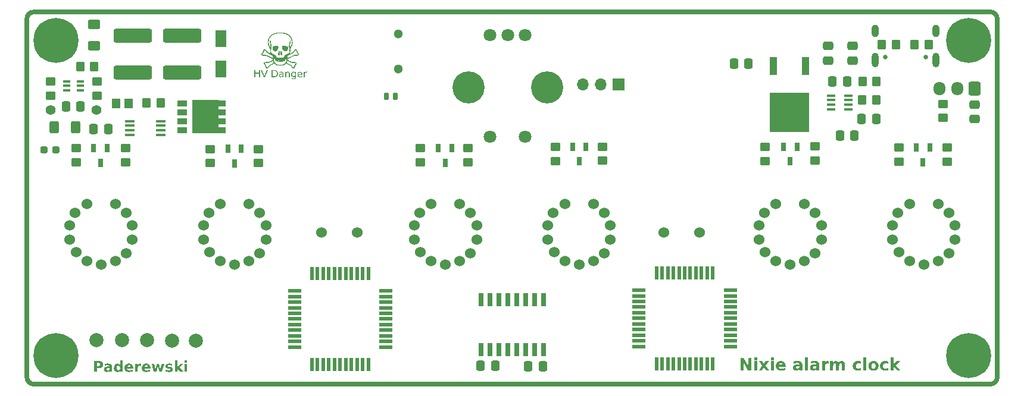
<source format=gbr>
%TF.GenerationSoftware,KiCad,Pcbnew,8.0.6*%
%TF.CreationDate,2024-10-16T19:54:22+02:00*%
%TF.ProjectId,nixie_alarm_main_board,6e697869-655f-4616-9c61-726d5f6d6169,rev?*%
%TF.SameCoordinates,Original*%
%TF.FileFunction,Soldermask,Top*%
%TF.FilePolarity,Negative*%
%FSLAX46Y46*%
G04 Gerber Fmt 4.6, Leading zero omitted, Abs format (unit mm)*
G04 Created by KiCad (PCBNEW 8.0.6) date 2024-10-16 19:54:22*
%MOMM*%
%LPD*%
G01*
G04 APERTURE LIST*
G04 Aperture macros list*
%AMRoundRect*
0 Rectangle with rounded corners*
0 $1 Rounding radius*
0 $2 $3 $4 $5 $6 $7 $8 $9 X,Y pos of 4 corners*
0 Add a 4 corners polygon primitive as box body*
4,1,4,$2,$3,$4,$5,$6,$7,$8,$9,$2,$3,0*
0 Add four circle primitives for the rounded corners*
1,1,$1+$1,$2,$3*
1,1,$1+$1,$4,$5*
1,1,$1+$1,$6,$7*
1,1,$1+$1,$8,$9*
0 Add four rect primitives between the rounded corners*
20,1,$1+$1,$2,$3,$4,$5,0*
20,1,$1+$1,$4,$5,$6,$7,0*
20,1,$1+$1,$6,$7,$8,$9,0*
20,1,$1+$1,$8,$9,$2,$3,0*%
G04 Aperture macros list end*
%ADD10C,0.700000*%
%ADD11C,0.000000*%
%ADD12C,0.375000*%
%ADD13C,0.150000*%
%ADD14RoundRect,0.250000X-0.450000X0.350000X-0.450000X-0.350000X0.450000X-0.350000X0.450000X0.350000X0*%
%ADD15C,1.524000*%
%ADD16R,0.600000X1.900000*%
%ADD17R,1.900000X0.600000*%
%ADD18RoundRect,0.250000X0.337500X0.475000X-0.337500X0.475000X-0.337500X-0.475000X0.337500X-0.475000X0*%
%ADD19RoundRect,0.249999X2.450001X-0.737501X2.450001X0.737501X-2.450001X0.737501X-2.450001X-0.737501X0*%
%ADD20RoundRect,0.250000X-0.350000X-0.450000X0.350000X-0.450000X0.350000X0.450000X-0.350000X0.450000X0*%
%ADD21R,0.650000X1.200000*%
%ADD22R,1.000000X0.400000*%
%ADD23R,1.400000X0.450000*%
%ADD24C,0.800000*%
%ADD25C,6.400000*%
%ADD26C,2.000000*%
%ADD27R,1.200000X0.450000*%
%ADD28RoundRect,0.250000X0.350000X0.450000X-0.350000X0.450000X-0.350000X-0.450000X0.350000X-0.450000X0*%
%ADD29RoundRect,0.250000X-0.475000X0.337500X-0.475000X-0.337500X0.475000X-0.337500X0.475000X0.337500X0*%
%ADD30RoundRect,0.250000X0.625000X-0.400000X0.625000X0.400000X-0.625000X0.400000X-0.625000X-0.400000X0*%
%ADD31R,1.150000X1.450000*%
%ADD32RoundRect,0.250000X-0.337500X-0.475000X0.337500X-0.475000X0.337500X0.475000X-0.337500X0.475000X0*%
%ADD33R,1.060000X2.600000*%
%ADD34R,5.632000X5.700000*%
%ADD35R,0.700000X1.825000*%
%ADD36RoundRect,0.250000X0.450000X-0.350000X0.450000X0.350000X-0.450000X0.350000X-0.450000X-0.350000X0*%
%ADD37C,1.800000*%
%ADD38C,4.572000*%
%ADD39RoundRect,0.250000X0.400000X0.625000X-0.400000X0.625000X-0.400000X-0.625000X0.400000X-0.625000X0*%
%ADD40RoundRect,0.062500X0.250000X-0.437500X0.250000X0.437500X-0.250000X0.437500X-0.250000X-0.437500X0*%
%ADD41RoundRect,0.250000X0.475000X-0.337500X0.475000X0.337500X-0.475000X0.337500X-0.475000X-0.337500X0*%
%ADD42R,1.550000X2.350000*%
%ADD43R,1.450000X0.850000*%
%ADD44R,1.050000X0.850000*%
%ADD45R,3.750000X4.700000*%
%ADD46RoundRect,0.237500X-0.287500X-0.237500X0.287500X-0.237500X0.287500X0.237500X-0.287500X0.237500X0*%
%ADD47R,1.700000X1.700000*%
%ADD48O,1.700000X1.700000*%
%ADD49RoundRect,0.250000X0.600000X0.725000X-0.600000X0.725000X-0.600000X-0.725000X0.600000X-0.725000X0*%
%ADD50O,1.700000X1.950000*%
%ADD51C,1.410000*%
%ADD52C,1.300000*%
%ADD53C,0.650000*%
%ADD54O,1.000000X1.800000*%
%ADD55O,1.000000X2.100000*%
G04 APERTURE END LIST*
D10*
X87900000Y-126500000D02*
G75*
G02*
X86900000Y-125500000I0J1000000D01*
G01*
X224900000Y-74500000D02*
X224900000Y-125500000D01*
D11*
G36*
X123073205Y-79086713D02*
G01*
X123090653Y-79104551D01*
X123107266Y-79123843D01*
X123123030Y-79144458D01*
X123137929Y-79166262D01*
X123151947Y-79189124D01*
X123165069Y-79212910D01*
X123177280Y-79237489D01*
X123188563Y-79262727D01*
X123198904Y-79288493D01*
X123208287Y-79314653D01*
X123216697Y-79341075D01*
X123224117Y-79367626D01*
X123230532Y-79394175D01*
X123235928Y-79420588D01*
X123240288Y-79446732D01*
X123243597Y-79472476D01*
X123245839Y-79497686D01*
X123246999Y-79522231D01*
X123247062Y-79545977D01*
X123246011Y-79568792D01*
X123243832Y-79590544D01*
X123240509Y-79611100D01*
X123236026Y-79630327D01*
X123230368Y-79648093D01*
X123223519Y-79664265D01*
X123215464Y-79678711D01*
X123206188Y-79691298D01*
X123195674Y-79701894D01*
X123183908Y-79710366D01*
X123170873Y-79716582D01*
X123156555Y-79720408D01*
X123140938Y-79721713D01*
X123116665Y-79720588D01*
X123094587Y-79717075D01*
X123074617Y-79710970D01*
X123065395Y-79706881D01*
X123056669Y-79702068D01*
X123048425Y-79696504D01*
X123040655Y-79690165D01*
X123033347Y-79683024D01*
X123026490Y-79675056D01*
X123020073Y-79666235D01*
X123014085Y-79656536D01*
X123003355Y-79634401D01*
X122994212Y-79608446D01*
X122986570Y-79578466D01*
X122980342Y-79544257D01*
X122975441Y-79505615D01*
X122971781Y-79462334D01*
X122969273Y-79414210D01*
X122967833Y-79361038D01*
X122967372Y-79302613D01*
X122967372Y-78989347D01*
X123073205Y-79086713D01*
G37*
G36*
X122463235Y-78339164D02*
G01*
X122486045Y-78341299D01*
X122506796Y-78343906D01*
X122525650Y-78347071D01*
X122534415Y-78348889D01*
X122542767Y-78350880D01*
X122550725Y-78353054D01*
X122558309Y-78355421D01*
X122565540Y-78357994D01*
X122572438Y-78360781D01*
X122579022Y-78363795D01*
X122585313Y-78367047D01*
X122591332Y-78370546D01*
X122597098Y-78374304D01*
X122602631Y-78378332D01*
X122607952Y-78382641D01*
X122613080Y-78387240D01*
X122618037Y-78392143D01*
X122622842Y-78397358D01*
X122627514Y-78402898D01*
X122632076Y-78408772D01*
X122636545Y-78414992D01*
X122640944Y-78421569D01*
X122645291Y-78428513D01*
X122653913Y-78443546D01*
X122662572Y-78460180D01*
X122670706Y-78477776D01*
X122677645Y-78494187D01*
X122683380Y-78509619D01*
X122687906Y-78524275D01*
X122691216Y-78538361D01*
X122693305Y-78552081D01*
X122694166Y-78565640D01*
X122693793Y-78579243D01*
X122692179Y-78593093D01*
X122689319Y-78607396D01*
X122685207Y-78622356D01*
X122679836Y-78638178D01*
X122673200Y-78655067D01*
X122665292Y-78673227D01*
X122656107Y-78692863D01*
X122645638Y-78714180D01*
X122617399Y-78766976D01*
X122589786Y-78815871D01*
X122562732Y-78860934D01*
X122536167Y-78902232D01*
X122510024Y-78939835D01*
X122484234Y-78973811D01*
X122458730Y-79004226D01*
X122446063Y-79018121D01*
X122433443Y-79031151D01*
X122420859Y-79043325D01*
X122408304Y-79054652D01*
X122395769Y-79065141D01*
X122383246Y-79074799D01*
X122370726Y-79083635D01*
X122358201Y-79091659D01*
X122345661Y-79098878D01*
X122333099Y-79105300D01*
X122320506Y-79110935D01*
X122307874Y-79115792D01*
X122295194Y-79119877D01*
X122282456Y-79123201D01*
X122269654Y-79125771D01*
X122256778Y-79127597D01*
X122243820Y-79128686D01*
X122230772Y-79129047D01*
X122211728Y-79128323D01*
X122192721Y-79126181D01*
X122173789Y-79122667D01*
X122154969Y-79117827D01*
X122136297Y-79111706D01*
X122117811Y-79104350D01*
X122099549Y-79095806D01*
X122081547Y-79086118D01*
X122063842Y-79075332D01*
X122046473Y-79063495D01*
X122029475Y-79050652D01*
X122012887Y-79036848D01*
X121981088Y-79006541D01*
X121951372Y-78972942D01*
X121924037Y-78936417D01*
X121899381Y-78897330D01*
X121877702Y-78856047D01*
X121859297Y-78812936D01*
X121844463Y-78768361D01*
X121838479Y-78745639D01*
X121833500Y-78722688D01*
X121829562Y-78699554D01*
X121826703Y-78676283D01*
X121824961Y-78652921D01*
X121824372Y-78629513D01*
X121825326Y-78601868D01*
X121828233Y-78576034D01*
X121830440Y-78563773D01*
X121833162Y-78551937D01*
X121836406Y-78540516D01*
X121840181Y-78529501D01*
X121844495Y-78518883D01*
X121849357Y-78508652D01*
X121854776Y-78498800D01*
X121860760Y-78489317D01*
X121867318Y-78480194D01*
X121874458Y-78471421D01*
X121882188Y-78462989D01*
X121890518Y-78454888D01*
X121899455Y-78447111D01*
X121909008Y-78439646D01*
X121919187Y-78432485D01*
X121929998Y-78425619D01*
X121953556Y-78412733D01*
X121979748Y-78400913D01*
X122008645Y-78390086D01*
X122040313Y-78380177D01*
X122074822Y-78371111D01*
X122112238Y-78362813D01*
X122146733Y-78356860D01*
X122185793Y-78351701D01*
X122228027Y-78347335D01*
X122272047Y-78343763D01*
X122316464Y-78340985D01*
X122359888Y-78339001D01*
X122400932Y-78337810D01*
X122438205Y-78337413D01*
X122463235Y-78339164D01*
G37*
D10*
X87900000Y-73500000D02*
X223900000Y-73500000D01*
X223900000Y-73500000D02*
G75*
G02*
X224900000Y-74500000I0J-1000000D01*
G01*
X86900000Y-74500000D02*
G75*
G02*
X87900000Y-73500000I1000000J0D01*
G01*
D11*
G36*
X123410152Y-78328880D02*
G01*
X123483392Y-78333602D01*
X123576972Y-78341647D01*
X123619672Y-78345725D01*
X123659017Y-78350064D01*
X123695225Y-78354725D01*
X123728512Y-78359771D01*
X123759095Y-78365263D01*
X123787191Y-78371263D01*
X123813018Y-78377835D01*
X123836793Y-78385038D01*
X123858731Y-78392937D01*
X123879051Y-78401591D01*
X123888672Y-78406222D01*
X123897970Y-78411065D01*
X123906972Y-78416128D01*
X123915705Y-78421418D01*
X123932471Y-78432715D01*
X123948488Y-78445016D01*
X123963971Y-78458384D01*
X123979138Y-78472880D01*
X123996313Y-78489505D01*
X124011360Y-78504680D01*
X124024336Y-78518738D01*
X124035296Y-78532014D01*
X124044297Y-78544844D01*
X124048080Y-78551197D01*
X124051394Y-78557563D01*
X124054247Y-78563985D01*
X124056644Y-78570505D01*
X124058593Y-78577164D01*
X124060101Y-78584005D01*
X124061175Y-78591069D01*
X124061822Y-78598398D01*
X124062048Y-78606034D01*
X124061862Y-78614019D01*
X124060278Y-78631202D01*
X124057124Y-78650283D01*
X124052458Y-78671596D01*
X124046334Y-78695477D01*
X124038809Y-78722260D01*
X124029938Y-78752280D01*
X124019118Y-78785701D01*
X124007327Y-78817688D01*
X123994608Y-78848221D01*
X123981007Y-78877279D01*
X123966569Y-78904843D01*
X123951338Y-78930892D01*
X123935361Y-78955407D01*
X123918681Y-78978366D01*
X123901344Y-78999751D01*
X123883394Y-79019540D01*
X123864877Y-79037714D01*
X123845838Y-79054252D01*
X123826321Y-79069135D01*
X123806372Y-79082341D01*
X123786035Y-79093852D01*
X123765355Y-79103647D01*
X123744378Y-79111705D01*
X123723148Y-79118006D01*
X123701710Y-79122531D01*
X123680110Y-79125260D01*
X123658391Y-79126171D01*
X123636600Y-79125245D01*
X123614781Y-79122462D01*
X123592979Y-79117802D01*
X123571239Y-79111244D01*
X123549606Y-79102768D01*
X123528125Y-79092355D01*
X123506841Y-79079983D01*
X123485798Y-79065633D01*
X123465043Y-79049285D01*
X123444619Y-79030919D01*
X123424572Y-79010513D01*
X123380805Y-78961763D01*
X123341534Y-78915387D01*
X123306691Y-78871182D01*
X123276207Y-78828943D01*
X123250014Y-78788465D01*
X123238505Y-78768822D01*
X123228044Y-78749543D01*
X123218622Y-78730602D01*
X123210229Y-78711973D01*
X123202859Y-78693631D01*
X123196501Y-78675551D01*
X123191148Y-78657706D01*
X123186791Y-78640071D01*
X123183421Y-78622620D01*
X123181031Y-78605329D01*
X123179611Y-78588170D01*
X123179153Y-78571120D01*
X123179649Y-78554152D01*
X123181089Y-78537240D01*
X123183466Y-78520359D01*
X123186770Y-78503484D01*
X123190994Y-78486588D01*
X123196129Y-78469647D01*
X123202166Y-78452634D01*
X123209097Y-78435525D01*
X123216912Y-78418293D01*
X123225605Y-78400913D01*
X123233458Y-78386714D01*
X123241397Y-78374232D01*
X123249808Y-78363399D01*
X123259075Y-78354148D01*
X123269582Y-78346410D01*
X123281713Y-78340117D01*
X123295854Y-78335201D01*
X123312388Y-78331592D01*
X123331701Y-78329225D01*
X123354176Y-78328029D01*
X123380198Y-78327937D01*
X123410152Y-78328880D01*
G37*
D10*
X86900000Y-125500000D02*
X86900000Y-74500000D01*
D11*
G36*
X122915290Y-76430357D02*
G01*
X123027697Y-76433472D01*
X123140202Y-76439067D01*
X123251270Y-76447081D01*
X123359360Y-76457452D01*
X123462936Y-76470116D01*
X123560460Y-76485014D01*
X123650394Y-76502081D01*
X123731199Y-76521258D01*
X123801339Y-76542480D01*
X123896713Y-76580347D01*
X123987473Y-76623963D01*
X124073471Y-76673123D01*
X124154557Y-76727622D01*
X124230584Y-76787256D01*
X124301401Y-76851819D01*
X124366860Y-76921108D01*
X124426813Y-76994917D01*
X124481111Y-77073043D01*
X124529604Y-77155280D01*
X124572144Y-77241423D01*
X124608582Y-77331269D01*
X124638769Y-77424612D01*
X124662557Y-77521248D01*
X124679796Y-77620972D01*
X124690338Y-77723580D01*
X124694150Y-77786520D01*
X124696027Y-77846892D01*
X124695920Y-77904908D01*
X124693778Y-77960779D01*
X124689553Y-78014715D01*
X124683195Y-78066926D01*
X124674654Y-78117625D01*
X124663880Y-78167022D01*
X124650825Y-78215327D01*
X124635437Y-78262751D01*
X124617669Y-78309506D01*
X124597470Y-78355802D01*
X124574790Y-78401850D01*
X124549580Y-78447860D01*
X124521790Y-78494044D01*
X124491372Y-78540613D01*
X124472504Y-78569048D01*
X124455529Y-78595845D01*
X124440351Y-78621352D01*
X124426879Y-78645917D01*
X124415020Y-78669887D01*
X124404679Y-78693608D01*
X124395765Y-78717429D01*
X124388184Y-78741697D01*
X124381844Y-78766758D01*
X124376650Y-78792960D01*
X124372511Y-78820650D01*
X124369333Y-78850176D01*
X124367023Y-78881884D01*
X124365488Y-78916123D01*
X124364635Y-78953239D01*
X124364372Y-78993580D01*
X124364129Y-79021432D01*
X124363421Y-79049308D01*
X124362279Y-79077035D01*
X124360734Y-79104440D01*
X124356558Y-79157589D01*
X124351143Y-79207363D01*
X124348047Y-79230552D01*
X124344735Y-79252376D01*
X124341236Y-79272662D01*
X124337583Y-79291236D01*
X124333805Y-79307926D01*
X124329934Y-79322556D01*
X124326002Y-79334954D01*
X124322038Y-79344947D01*
X124311905Y-79363497D01*
X124303873Y-79379450D01*
X124298161Y-79392785D01*
X124294985Y-79403486D01*
X124294416Y-79407842D01*
X124294562Y-79411532D01*
X124295451Y-79414554D01*
X124297110Y-79416905D01*
X124299565Y-79418584D01*
X124302845Y-79419587D01*
X124306975Y-79419913D01*
X124311984Y-79419559D01*
X124324745Y-79416803D01*
X124341345Y-79411299D01*
X124362000Y-79403030D01*
X124386927Y-79391976D01*
X124450469Y-79361442D01*
X124533705Y-79319547D01*
X124558851Y-79306457D01*
X124583463Y-79292617D01*
X124607505Y-79278070D01*
X124630940Y-79262860D01*
X124653729Y-79247029D01*
X124675836Y-79230622D01*
X124697224Y-79213681D01*
X124717855Y-79196251D01*
X124737693Y-79178374D01*
X124756699Y-79160094D01*
X124774838Y-79141454D01*
X124792071Y-79122498D01*
X124808361Y-79103269D01*
X124823672Y-79083811D01*
X124837965Y-79064167D01*
X124851205Y-79044380D01*
X124873478Y-79009953D01*
X124895837Y-78978118D01*
X124918271Y-78948888D01*
X124940767Y-78922275D01*
X124963312Y-78898291D01*
X124974599Y-78887289D01*
X124985895Y-78876948D01*
X124997196Y-78867272D01*
X125008502Y-78858260D01*
X125019811Y-78849915D01*
X125031122Y-78842238D01*
X125042433Y-78835231D01*
X125053742Y-78828895D01*
X125065048Y-78823233D01*
X125076349Y-78818244D01*
X125087644Y-78813931D01*
X125098932Y-78810296D01*
X125110210Y-78807340D01*
X125121477Y-78805064D01*
X125132732Y-78803471D01*
X125143973Y-78802561D01*
X125155198Y-78802337D01*
X125166406Y-78802799D01*
X125177596Y-78803949D01*
X125188766Y-78805790D01*
X125199914Y-78808322D01*
X125211038Y-78811547D01*
X125218228Y-78814417D01*
X125225497Y-78818239D01*
X125232825Y-78822970D01*
X125240192Y-78828571D01*
X125254961Y-78842214D01*
X125269644Y-78858841D01*
X125284078Y-78878121D01*
X125298103Y-78899727D01*
X125311557Y-78923330D01*
X125324280Y-78948601D01*
X125336110Y-78975211D01*
X125346886Y-79002832D01*
X125356446Y-79031135D01*
X125364629Y-79059792D01*
X125371275Y-79088473D01*
X125376221Y-79116851D01*
X125379307Y-79144596D01*
X125380372Y-79171380D01*
X125380909Y-79178956D01*
X125382489Y-79187338D01*
X125385060Y-79196439D01*
X125388574Y-79206173D01*
X125392981Y-79216452D01*
X125398231Y-79227190D01*
X125404275Y-79238301D01*
X125411063Y-79249697D01*
X125418546Y-79261291D01*
X125426674Y-79272996D01*
X125435397Y-79284727D01*
X125444665Y-79296396D01*
X125454430Y-79307915D01*
X125464641Y-79319199D01*
X125475250Y-79330161D01*
X125486205Y-79340713D01*
X125497020Y-79351140D01*
X125507237Y-79361771D01*
X125516857Y-79372587D01*
X125525876Y-79383568D01*
X125534294Y-79394694D01*
X125542109Y-79405947D01*
X125549319Y-79417306D01*
X125555923Y-79428753D01*
X125561919Y-79440269D01*
X125567306Y-79451833D01*
X125572082Y-79463427D01*
X125576246Y-79475031D01*
X125579796Y-79486625D01*
X125582730Y-79498191D01*
X125585048Y-79509709D01*
X125586747Y-79521159D01*
X125587826Y-79532523D01*
X125588283Y-79543780D01*
X125588117Y-79554912D01*
X125587326Y-79565898D01*
X125585908Y-79576721D01*
X125583863Y-79587360D01*
X125581189Y-79597795D01*
X125577883Y-79608009D01*
X125573945Y-79617980D01*
X125569373Y-79627690D01*
X125564166Y-79637120D01*
X125558321Y-79646249D01*
X125551837Y-79655059D01*
X125544713Y-79663531D01*
X125536948Y-79671644D01*
X125528539Y-79679380D01*
X125520325Y-79684834D01*
X125510059Y-79690071D01*
X125497871Y-79695072D01*
X125483890Y-79699819D01*
X125468248Y-79704293D01*
X125451073Y-79708476D01*
X125432498Y-79712348D01*
X125412651Y-79715892D01*
X125369664Y-79721920D01*
X125323156Y-79726410D01*
X125274166Y-79729212D01*
X125223738Y-79730180D01*
X125151168Y-79731991D01*
X125116778Y-79734505D01*
X125082914Y-79738316D01*
X125049026Y-79743590D01*
X125014560Y-79750495D01*
X124978967Y-79759198D01*
X124941693Y-79769867D01*
X124902186Y-79782670D01*
X124859895Y-79797773D01*
X124814268Y-79815344D01*
X124764752Y-79835550D01*
X124651850Y-79884540D01*
X124516771Y-79946080D01*
X124430078Y-79986157D01*
X124352259Y-80022421D01*
X124282860Y-80055125D01*
X124221430Y-80084523D01*
X124167516Y-80110871D01*
X124120666Y-80134422D01*
X124099747Y-80145228D01*
X124080425Y-80155431D01*
X124062642Y-80165061D01*
X124046342Y-80174151D01*
X124031469Y-80182732D01*
X124017965Y-80190837D01*
X124005774Y-80198497D01*
X123994840Y-80205744D01*
X123985105Y-80212609D01*
X123976514Y-80219125D01*
X123969010Y-80225323D01*
X123962536Y-80231235D01*
X123957035Y-80236892D01*
X123952452Y-80242328D01*
X123948728Y-80247572D01*
X123945809Y-80252658D01*
X123943637Y-80257616D01*
X123942156Y-80262479D01*
X123941308Y-80267279D01*
X123941038Y-80272047D01*
X123943038Y-80275400D01*
X123948901Y-80280621D01*
X123971399Y-80296190D01*
X124006895Y-80317811D01*
X124053751Y-80344542D01*
X124110330Y-80375441D01*
X124174996Y-80409564D01*
X124246111Y-80445969D01*
X124322038Y-80483713D01*
X124376956Y-80509378D01*
X124427607Y-80532463D01*
X124474290Y-80553067D01*
X124517301Y-80571290D01*
X124556939Y-80587231D01*
X124593501Y-80600990D01*
X124627285Y-80612665D01*
X124658588Y-80622355D01*
X124687709Y-80630160D01*
X124714945Y-80636179D01*
X124740593Y-80640512D01*
X124764951Y-80643257D01*
X124788317Y-80644514D01*
X124810988Y-80644382D01*
X124833263Y-80642959D01*
X124855438Y-80640347D01*
X124872560Y-80637852D01*
X124889771Y-80635916D01*
X124907036Y-80634527D01*
X124924321Y-80633674D01*
X124941590Y-80633345D01*
X124958809Y-80633529D01*
X124975942Y-80634213D01*
X124992956Y-80635386D01*
X125009814Y-80637036D01*
X125026482Y-80639153D01*
X125042926Y-80641724D01*
X125059110Y-80644737D01*
X125074999Y-80648181D01*
X125090559Y-80652045D01*
X125105755Y-80656317D01*
X125120551Y-80660984D01*
X125134913Y-80666036D01*
X125148807Y-80671461D01*
X125162196Y-80677247D01*
X125175047Y-80683383D01*
X125187324Y-80689856D01*
X125198993Y-80696656D01*
X125210018Y-80703771D01*
X125220365Y-80711189D01*
X125229999Y-80718898D01*
X125238885Y-80726887D01*
X125246988Y-80735144D01*
X125254273Y-80743658D01*
X125260706Y-80752417D01*
X125266251Y-80761409D01*
X125270873Y-80770623D01*
X125274538Y-80780047D01*
X125277405Y-80789667D01*
X125279665Y-80799467D01*
X125281329Y-80809424D01*
X125282410Y-80819519D01*
X125282920Y-80829732D01*
X125282873Y-80840043D01*
X125282279Y-80850431D01*
X125281153Y-80860877D01*
X125279505Y-80871360D01*
X125277350Y-80881860D01*
X125274697Y-80892356D01*
X125271562Y-80902830D01*
X125267955Y-80913260D01*
X125263889Y-80923627D01*
X125259376Y-80933909D01*
X125254430Y-80944088D01*
X125249062Y-80954143D01*
X125243284Y-80964054D01*
X125237110Y-80973800D01*
X125230551Y-80983362D01*
X125223620Y-80992720D01*
X125216330Y-81001852D01*
X125208692Y-81010740D01*
X125200720Y-81019362D01*
X125192424Y-81027699D01*
X125183819Y-81035731D01*
X125174916Y-81043438D01*
X125165728Y-81050798D01*
X125156267Y-81057793D01*
X125146546Y-81064401D01*
X125136577Y-81070604D01*
X125126372Y-81076380D01*
X125117747Y-81081579D01*
X125109364Y-81087608D01*
X125101266Y-81094407D01*
X125093497Y-81101912D01*
X125086100Y-81110063D01*
X125079119Y-81118796D01*
X125072596Y-81128050D01*
X125066576Y-81137763D01*
X125061101Y-81147873D01*
X125056216Y-81158318D01*
X125051963Y-81169036D01*
X125048386Y-81179964D01*
X125045528Y-81191042D01*
X125043433Y-81202206D01*
X125042144Y-81213395D01*
X125041705Y-81224547D01*
X125041508Y-81238446D01*
X125040924Y-81252347D01*
X125038629Y-81280068D01*
X125034896Y-81307528D01*
X125029799Y-81334547D01*
X125023412Y-81360947D01*
X125015809Y-81386546D01*
X125007065Y-81411166D01*
X124997255Y-81434626D01*
X124986453Y-81456746D01*
X124980703Y-81467248D01*
X124974732Y-81477348D01*
X124968551Y-81487022D01*
X124962169Y-81496250D01*
X124955594Y-81505008D01*
X124948836Y-81513273D01*
X124941905Y-81521024D01*
X124934809Y-81528238D01*
X124927558Y-81534892D01*
X124920162Y-81540964D01*
X124912629Y-81546431D01*
X124904969Y-81551271D01*
X124897191Y-81555462D01*
X124889305Y-81558980D01*
X124880379Y-81561748D01*
X124871080Y-81563713D01*
X124861430Y-81564888D01*
X124851453Y-81565289D01*
X124841172Y-81564930D01*
X124830611Y-81563826D01*
X124819792Y-81561992D01*
X124808740Y-81559443D01*
X124797476Y-81556193D01*
X124786025Y-81552257D01*
X124774409Y-81547650D01*
X124762653Y-81542386D01*
X124738809Y-81529947D01*
X124714680Y-81515059D01*
X124690452Y-81497840D01*
X124666311Y-81478406D01*
X124642443Y-81456877D01*
X124619033Y-81433369D01*
X124596269Y-81408001D01*
X124574335Y-81380891D01*
X124553419Y-81352155D01*
X124533705Y-81321913D01*
X124523746Y-81306444D01*
X124511381Y-81290230D01*
X124496684Y-81273321D01*
X124479730Y-81255768D01*
X124460593Y-81237619D01*
X124439348Y-81218924D01*
X124416069Y-81199734D01*
X124390830Y-81180097D01*
X124363706Y-81160063D01*
X124334772Y-81139682D01*
X124271768Y-81098076D01*
X124202414Y-81055676D01*
X124127305Y-81012880D01*
X123792872Y-80835080D01*
X123644705Y-80949380D01*
X123606811Y-80977569D01*
X123569158Y-81003446D01*
X123531493Y-81027077D01*
X123493562Y-81048532D01*
X123455109Y-81067879D01*
X123415882Y-81085186D01*
X123375625Y-81100520D01*
X123334084Y-81113951D01*
X123291006Y-81125546D01*
X123246135Y-81135374D01*
X123199218Y-81143502D01*
X123150000Y-81150000D01*
X123098228Y-81154935D01*
X123043646Y-81158376D01*
X122986001Y-81160390D01*
X122925038Y-81161047D01*
X122865518Y-81160439D01*
X122809043Y-81158566D01*
X122755384Y-81155354D01*
X122704310Y-81150728D01*
X122655592Y-81144613D01*
X122609002Y-81136936D01*
X122564309Y-81127622D01*
X122521284Y-81116597D01*
X122479698Y-81103785D01*
X122439321Y-81089113D01*
X122399924Y-81072506D01*
X122361277Y-81053890D01*
X122323152Y-81033191D01*
X122285317Y-81010333D01*
X122247545Y-80985243D01*
X122209605Y-80957847D01*
X122069905Y-80852013D01*
X121769338Y-80995947D01*
X121728629Y-81016262D01*
X121690517Y-81036031D01*
X121654824Y-81055403D01*
X121621370Y-81074528D01*
X121589975Y-81093553D01*
X121560458Y-81112628D01*
X121532641Y-81131901D01*
X121506342Y-81151522D01*
X121481384Y-81171638D01*
X121457585Y-81192400D01*
X121434765Y-81213955D01*
X121412746Y-81236453D01*
X121391347Y-81260042D01*
X121370388Y-81284872D01*
X121349690Y-81311090D01*
X121329072Y-81338847D01*
X121304998Y-81370905D01*
X121281935Y-81400445D01*
X121259802Y-81427530D01*
X121238518Y-81452221D01*
X121218004Y-81474580D01*
X121198177Y-81494670D01*
X121178959Y-81512552D01*
X121160268Y-81528288D01*
X121142023Y-81541941D01*
X121133042Y-81548006D01*
X121124144Y-81553573D01*
X121115316Y-81558650D01*
X121106550Y-81563244D01*
X121097835Y-81567365D01*
X121089161Y-81571019D01*
X121080518Y-81574213D01*
X121071896Y-81576957D01*
X121063284Y-81579258D01*
X121054674Y-81581122D01*
X121046054Y-81582559D01*
X121037415Y-81583576D01*
X121028746Y-81584180D01*
X121020038Y-81584380D01*
X121012848Y-81583976D01*
X121005579Y-81582783D01*
X120998251Y-81580833D01*
X120990885Y-81578154D01*
X120983499Y-81574778D01*
X120976115Y-81570734D01*
X120968753Y-81566054D01*
X120961433Y-81560766D01*
X120946999Y-81548491D01*
X120932974Y-81534151D01*
X120919519Y-81517987D01*
X120906797Y-81500243D01*
X120894967Y-81481158D01*
X120884191Y-81460977D01*
X120874631Y-81439939D01*
X120866448Y-81418288D01*
X120859802Y-81396264D01*
X120854856Y-81374111D01*
X120851770Y-81352069D01*
X120850974Y-81341165D01*
X120850705Y-81330380D01*
X120850162Y-81315804D01*
X120848547Y-81300689D01*
X120845877Y-81285090D01*
X120842172Y-81269063D01*
X120837450Y-81252664D01*
X120831729Y-81235949D01*
X120825029Y-81218973D01*
X120817367Y-81201793D01*
X120808763Y-81184463D01*
X120799235Y-81167041D01*
X120788802Y-81149582D01*
X120777482Y-81132141D01*
X120765293Y-81114774D01*
X120752255Y-81097538D01*
X120738386Y-81080488D01*
X120723705Y-81063680D01*
X120702819Y-81039001D01*
X120683812Y-81014977D01*
X120666679Y-80991618D01*
X120651416Y-80968934D01*
X120638016Y-80946936D01*
X120626474Y-80925633D01*
X120616784Y-80905035D01*
X120608942Y-80885152D01*
X120602941Y-80865996D01*
X120598777Y-80847574D01*
X120598107Y-80842495D01*
X120730091Y-80842495D01*
X120730700Y-80850533D01*
X120732642Y-80859182D01*
X120735903Y-80868462D01*
X120740469Y-80878391D01*
X120746327Y-80888989D01*
X120753462Y-80900275D01*
X120761861Y-80912269D01*
X120771509Y-80924990D01*
X120782393Y-80938457D01*
X120807812Y-80967709D01*
X120838005Y-81000180D01*
X120849154Y-81012757D01*
X120860321Y-81026580D01*
X120871426Y-81041507D01*
X120882389Y-81057396D01*
X120893128Y-81074103D01*
X120903564Y-81091486D01*
X120913615Y-81109402D01*
X120923201Y-81127709D01*
X120932241Y-81146264D01*
X120940655Y-81164924D01*
X120948362Y-81183547D01*
X120955282Y-81201991D01*
X120961333Y-81220112D01*
X120966435Y-81237767D01*
X120970509Y-81254815D01*
X120973472Y-81271113D01*
X120976093Y-81286825D01*
X120979160Y-81302152D01*
X120982625Y-81317008D01*
X120986436Y-81331306D01*
X120990546Y-81344959D01*
X120994903Y-81357880D01*
X120999459Y-81369983D01*
X121004163Y-81381180D01*
X121008967Y-81391385D01*
X121013821Y-81400511D01*
X121016250Y-81404643D01*
X121018674Y-81408472D01*
X121021085Y-81411987D01*
X121023478Y-81415179D01*
X121025846Y-81418036D01*
X121028183Y-81420547D01*
X121030482Y-81422702D01*
X121032738Y-81424489D01*
X121034945Y-81425898D01*
X121037096Y-81426918D01*
X121039184Y-81427538D01*
X121041205Y-81427747D01*
X121043733Y-81427898D01*
X121046548Y-81427566D01*
X121049639Y-81426764D01*
X121052996Y-81425506D01*
X121060460Y-81421673D01*
X121068854Y-81416171D01*
X121078092Y-81409107D01*
X121088086Y-81400586D01*
X121098750Y-81390712D01*
X121109997Y-81379593D01*
X121121740Y-81367332D01*
X121133892Y-81354035D01*
X121146367Y-81339809D01*
X121159077Y-81324758D01*
X121184857Y-81292602D01*
X121210538Y-81258413D01*
X121227812Y-81235538D01*
X121246331Y-81212930D01*
X121266154Y-81190557D01*
X121287334Y-81168389D01*
X121309928Y-81146394D01*
X121333991Y-81124542D01*
X121359580Y-81102802D01*
X121386751Y-81081143D01*
X121415558Y-81059532D01*
X121446059Y-81037941D01*
X121478308Y-81016337D01*
X121512362Y-80994690D01*
X121548276Y-80972968D01*
X121586106Y-80951141D01*
X121625908Y-80929178D01*
X121667738Y-80907047D01*
X121732793Y-80871254D01*
X121793680Y-80837395D01*
X121849011Y-80806216D01*
X121897397Y-80778459D01*
X121937448Y-80754870D01*
X121967776Y-80736192D01*
X121978859Y-80728927D01*
X121986991Y-80723169D01*
X121991998Y-80719012D01*
X121993275Y-80717562D01*
X121993705Y-80716547D01*
X121993509Y-80714424D01*
X121992928Y-80711272D01*
X121990662Y-80702127D01*
X121987008Y-80689609D01*
X121982063Y-80674213D01*
X121975928Y-80656437D01*
X121968702Y-80636775D01*
X121960483Y-80615724D01*
X121951372Y-80593780D01*
X121947261Y-80582778D01*
X121942897Y-80572043D01*
X121938321Y-80561642D01*
X121933578Y-80551645D01*
X121928712Y-80542119D01*
X121923764Y-80533132D01*
X121918779Y-80524754D01*
X121913801Y-80517051D01*
X121908872Y-80510092D01*
X121906440Y-80506913D01*
X121904036Y-80503946D01*
X121901667Y-80501198D01*
X121899337Y-80498680D01*
X121897052Y-80496398D01*
X121894817Y-80494363D01*
X121892638Y-80492581D01*
X121890521Y-80491063D01*
X121888470Y-80489815D01*
X121886491Y-80488848D01*
X121884590Y-80488169D01*
X121882771Y-80487787D01*
X121881041Y-80487710D01*
X121879405Y-80487947D01*
X121874022Y-80488726D01*
X121865911Y-80491006D01*
X121842099Y-80499721D01*
X121809158Y-80513396D01*
X121768280Y-80531338D01*
X121667474Y-80577243D01*
X121549205Y-80631880D01*
X121465638Y-80670889D01*
X121427380Y-80687635D01*
X121391050Y-80702656D01*
X121356333Y-80716040D01*
X121322912Y-80727874D01*
X121290470Y-80738244D01*
X121258693Y-80747238D01*
X121227262Y-80754942D01*
X121195862Y-80761443D01*
X121164177Y-80766828D01*
X121131891Y-80771183D01*
X121098687Y-80774596D01*
X121064249Y-80777153D01*
X121028260Y-80778941D01*
X120990405Y-80780047D01*
X120937255Y-80780519D01*
X120890442Y-80782039D01*
X120849855Y-80784763D01*
X120831862Y-80786624D01*
X120815383Y-80788844D01*
X120800405Y-80791442D01*
X120786914Y-80794439D01*
X120774895Y-80797852D01*
X120764335Y-80801701D01*
X120755220Y-80806006D01*
X120747536Y-80810787D01*
X120741269Y-80816062D01*
X120736405Y-80821851D01*
X120732930Y-80828173D01*
X120730830Y-80835048D01*
X120730091Y-80842495D01*
X120598107Y-80842495D01*
X120596444Y-80829899D01*
X120595936Y-80812979D01*
X120597248Y-80796825D01*
X120600375Y-80781447D01*
X120605311Y-80766855D01*
X120612051Y-80753059D01*
X120620589Y-80740070D01*
X120630920Y-80727896D01*
X120643038Y-80716549D01*
X120656939Y-80706038D01*
X120672616Y-80696374D01*
X120690065Y-80687566D01*
X120709279Y-80679624D01*
X120730253Y-80672560D01*
X120752983Y-80666382D01*
X120777462Y-80661101D01*
X120803685Y-80656727D01*
X120831647Y-80653270D01*
X120861342Y-80650740D01*
X120892764Y-80649147D01*
X120925910Y-80648502D01*
X120960772Y-80648814D01*
X120996310Y-80649193D01*
X121030167Y-80648673D01*
X121062747Y-80647148D01*
X121094452Y-80644514D01*
X121125687Y-80640664D01*
X121156853Y-80635493D01*
X121188354Y-80628896D01*
X121220593Y-80620768D01*
X121253972Y-80611002D01*
X121288896Y-80599493D01*
X121325767Y-80586137D01*
X121364989Y-80570828D01*
X121452095Y-80533926D01*
X121553438Y-80487947D01*
X121589523Y-80470501D01*
X121624628Y-80453154D01*
X121658567Y-80436006D01*
X121691154Y-80419155D01*
X121722203Y-80402701D01*
X121751529Y-80386744D01*
X121778944Y-80371381D01*
X121804263Y-80356713D01*
X121827301Y-80342839D01*
X121847870Y-80329858D01*
X121865785Y-80317869D01*
X121880860Y-80306972D01*
X121892909Y-80297265D01*
X121897741Y-80292889D01*
X121901746Y-80288848D01*
X121904901Y-80285154D01*
X121907184Y-80281820D01*
X121908571Y-80278858D01*
X121909038Y-80276280D01*
X121906403Y-80270254D01*
X121898670Y-80261802D01*
X121886100Y-80251082D01*
X121868954Y-80238246D01*
X121821974Y-80206852D01*
X121759813Y-80168859D01*
X121684556Y-80125509D01*
X121598285Y-80078041D01*
X121503085Y-80027696D01*
X121401038Y-79975713D01*
X121245546Y-79897967D01*
X121179712Y-79865869D01*
X121120712Y-79837932D01*
X121067715Y-79813889D01*
X121019890Y-79793473D01*
X120976405Y-79776419D01*
X120936430Y-79762459D01*
X120899134Y-79751327D01*
X120863686Y-79742756D01*
X120829255Y-79736479D01*
X120795010Y-79732230D01*
X120760120Y-79729743D01*
X120723755Y-79728749D01*
X120685082Y-79728984D01*
X120643272Y-79730180D01*
X120592902Y-79731016D01*
X120546500Y-79730320D01*
X120524757Y-79729385D01*
X120503969Y-79728050D01*
X120484123Y-79726310D01*
X120465207Y-79724161D01*
X120447209Y-79721595D01*
X120430117Y-79718609D01*
X120413917Y-79715197D01*
X120398598Y-79711353D01*
X120384147Y-79707072D01*
X120370552Y-79702348D01*
X120357801Y-79697176D01*
X120345880Y-79691551D01*
X120334778Y-79685466D01*
X120324482Y-79678918D01*
X120314980Y-79671900D01*
X120306259Y-79664406D01*
X120298307Y-79656432D01*
X120291111Y-79647972D01*
X120284660Y-79639021D01*
X120278940Y-79629572D01*
X120273940Y-79619622D01*
X120269647Y-79609163D01*
X120266048Y-79598192D01*
X120263132Y-79586701D01*
X120260885Y-79574687D01*
X120259295Y-79562144D01*
X120258350Y-79549065D01*
X120258038Y-79535447D01*
X120258239Y-79531472D01*
X120393122Y-79531472D01*
X120393411Y-79539461D01*
X120395121Y-79546774D01*
X120398268Y-79553438D01*
X120402865Y-79559483D01*
X120408928Y-79564935D01*
X120416472Y-79569823D01*
X120425511Y-79574175D01*
X120436060Y-79578018D01*
X120448134Y-79581381D01*
X120461747Y-79584291D01*
X120476915Y-79586776D01*
X120511971Y-79590583D01*
X120553421Y-79593027D01*
X120601382Y-79594329D01*
X120655972Y-79594713D01*
X120741134Y-79596218D01*
X120779685Y-79598453D01*
X120816574Y-79601989D01*
X120852569Y-79607064D01*
X120888441Y-79613912D01*
X120924958Y-79622770D01*
X120962888Y-79633872D01*
X121003002Y-79647454D01*
X121046067Y-79663753D01*
X121092853Y-79683004D01*
X121144128Y-79705441D01*
X121263224Y-79760822D01*
X121409505Y-79831780D01*
X121497984Y-79874244D01*
X121576399Y-79911138D01*
X121645202Y-79942452D01*
X121704846Y-79968173D01*
X121731375Y-79978931D01*
X121755784Y-79988287D01*
X121778129Y-79996238D01*
X121798467Y-80002783D01*
X121816855Y-80007921D01*
X121833350Y-80011649D01*
X121848007Y-80013966D01*
X121860884Y-80014872D01*
X121872037Y-80014363D01*
X121881523Y-80012439D01*
X121889398Y-80009097D01*
X121892749Y-80006895D01*
X121895718Y-80004338D01*
X121898313Y-80001426D01*
X121900541Y-79998158D01*
X121903923Y-79990557D01*
X121905921Y-79981532D01*
X121906591Y-79971083D01*
X121905990Y-79959207D01*
X121904174Y-79945904D01*
X121901199Y-79931171D01*
X121897124Y-79915008D01*
X121892003Y-79897412D01*
X121885895Y-79878382D01*
X121870938Y-79836013D01*
X121863616Y-79820167D01*
X121854228Y-79804296D01*
X121842596Y-79788277D01*
X121828539Y-79771984D01*
X121811877Y-79755295D01*
X121792432Y-79738084D01*
X121770022Y-79720229D01*
X121744468Y-79701605D01*
X121717068Y-79683087D01*
X121973507Y-79683087D01*
X121973528Y-79684807D01*
X121973754Y-79686995D01*
X121974187Y-79689658D01*
X121974832Y-79692800D01*
X121975692Y-79696428D01*
X121976772Y-79700547D01*
X121983486Y-79725244D01*
X121990795Y-79763187D01*
X121998501Y-79812540D01*
X122006405Y-79871467D01*
X122014309Y-79938134D01*
X122022015Y-80010704D01*
X122036038Y-80166213D01*
X122041632Y-80240184D01*
X122047448Y-80306930D01*
X122053712Y-80367066D01*
X122060645Y-80421206D01*
X122068470Y-80469962D01*
X122072788Y-80492514D01*
X122077413Y-80513950D01*
X122082372Y-80534348D01*
X122087694Y-80553783D01*
X122093407Y-80572334D01*
X122099538Y-80590076D01*
X122106116Y-80607086D01*
X122113169Y-80623441D01*
X122120723Y-80639218D01*
X122128808Y-80654494D01*
X122137451Y-80669344D01*
X122146680Y-80683847D01*
X122156523Y-80698078D01*
X122167007Y-80712115D01*
X122178162Y-80726034D01*
X122190014Y-80739912D01*
X122215922Y-80767851D01*
X122244956Y-80796547D01*
X122277338Y-80826613D01*
X122307169Y-80852662D01*
X122337986Y-80876851D01*
X122369882Y-80899204D01*
X122402949Y-80919747D01*
X122437282Y-80938503D01*
X122472973Y-80955499D01*
X122510115Y-80970758D01*
X122548801Y-80984305D01*
X122589124Y-80996166D01*
X122631177Y-81006365D01*
X122675054Y-81014927D01*
X122720846Y-81021876D01*
X122768648Y-81027238D01*
X122818552Y-81031037D01*
X122870651Y-81033299D01*
X122925038Y-81034047D01*
X122979426Y-81033299D01*
X123031525Y-81031037D01*
X123081429Y-81027238D01*
X123129231Y-81021876D01*
X123175023Y-81014927D01*
X123218899Y-81006365D01*
X123260953Y-80996166D01*
X123301276Y-80984305D01*
X123339962Y-80970758D01*
X123377104Y-80955499D01*
X123412795Y-80938503D01*
X123447127Y-80919747D01*
X123480195Y-80899204D01*
X123512091Y-80876851D01*
X123542908Y-80852662D01*
X123572738Y-80826613D01*
X123606007Y-80795379D01*
X123636081Y-80764858D01*
X123663142Y-80734572D01*
X123685896Y-80705902D01*
X123860886Y-80705902D01*
X123861518Y-80710444D01*
X123862824Y-80714016D01*
X123864839Y-80716547D01*
X123874537Y-80723169D01*
X123896390Y-80736192D01*
X123971201Y-80778459D01*
X124078556Y-80837395D01*
X124207738Y-80907047D01*
X124250864Y-80930523D01*
X124291405Y-80953374D01*
X124329452Y-80975666D01*
X124365099Y-80997468D01*
X124398440Y-81018849D01*
X124429567Y-81039876D01*
X124458573Y-81060618D01*
X124485551Y-81081143D01*
X124510594Y-81101519D01*
X124533796Y-81121814D01*
X124555249Y-81142097D01*
X124575046Y-81162436D01*
X124593281Y-81182899D01*
X124610045Y-81203554D01*
X124625434Y-81224469D01*
X124639538Y-81245713D01*
X124649991Y-81262316D01*
X124660655Y-81278720D01*
X124671443Y-81294826D01*
X124682269Y-81310536D01*
X124693044Y-81325750D01*
X124703683Y-81340368D01*
X124714099Y-81354292D01*
X124724205Y-81367422D01*
X124733914Y-81379659D01*
X124743139Y-81390903D01*
X124751794Y-81401057D01*
X124759792Y-81410020D01*
X124767045Y-81417692D01*
X124773467Y-81423976D01*
X124778972Y-81428772D01*
X124783472Y-81431980D01*
X124788690Y-81434652D01*
X124794015Y-81436340D01*
X124799428Y-81437078D01*
X124804911Y-81436900D01*
X124810448Y-81435837D01*
X124816019Y-81433924D01*
X124821607Y-81431194D01*
X124827194Y-81427680D01*
X124832763Y-81423417D01*
X124838295Y-81418436D01*
X124849179Y-81406456D01*
X124859704Y-81392008D01*
X124869726Y-81375359D01*
X124879103Y-81356775D01*
X124887693Y-81336523D01*
X124895352Y-81314870D01*
X124901939Y-81292082D01*
X124907310Y-81268425D01*
X124911323Y-81244167D01*
X124913836Y-81219574D01*
X124914705Y-81194913D01*
X124915341Y-81183371D01*
X124917210Y-81171035D01*
X124920258Y-81158004D01*
X124924428Y-81144378D01*
X124929665Y-81130256D01*
X124935913Y-81115737D01*
X124943116Y-81100920D01*
X124951218Y-81085905D01*
X124960163Y-81070791D01*
X124969896Y-81055676D01*
X124980360Y-81040661D01*
X124991500Y-81025845D01*
X125003261Y-81011326D01*
X125015586Y-80997203D01*
X125028419Y-80983577D01*
X125041705Y-80970547D01*
X125054148Y-80958556D01*
X125066038Y-80946453D01*
X125077321Y-80934326D01*
X125087941Y-80922260D01*
X125097841Y-80910344D01*
X125106966Y-80898663D01*
X125115260Y-80887304D01*
X125122667Y-80876355D01*
X125129132Y-80865902D01*
X125134599Y-80856032D01*
X125139011Y-80846831D01*
X125140804Y-80842509D01*
X125142313Y-80838387D01*
X125143530Y-80834476D01*
X125144449Y-80830787D01*
X125145063Y-80827330D01*
X125145364Y-80824116D01*
X125145346Y-80821157D01*
X125145001Y-80818463D01*
X125144323Y-80816045D01*
X125143305Y-80813913D01*
X125139706Y-80810743D01*
X125133764Y-80807596D01*
X125125613Y-80804500D01*
X125115392Y-80801478D01*
X125103235Y-80798555D01*
X125089281Y-80795756D01*
X125056522Y-80790630D01*
X125018207Y-80786297D01*
X124975427Y-80782957D01*
X124929274Y-80780807D01*
X124880839Y-80780047D01*
X124845915Y-80779638D01*
X124812386Y-80778368D01*
X124779961Y-80776168D01*
X124748348Y-80772969D01*
X124717257Y-80768704D01*
X124686395Y-80763303D01*
X124655470Y-80756700D01*
X124624193Y-80748826D01*
X124592270Y-80739612D01*
X124559411Y-80728990D01*
X124525324Y-80716893D01*
X124489718Y-80703251D01*
X124452301Y-80687997D01*
X124412782Y-80671063D01*
X124326272Y-80631880D01*
X124263607Y-80602420D01*
X124203571Y-80574796D01*
X124147603Y-80549652D01*
X124097142Y-80527634D01*
X124053627Y-80509386D01*
X124018495Y-80495553D01*
X124004523Y-80490494D01*
X123993186Y-80486781D01*
X123984665Y-80484494D01*
X123979138Y-80483713D01*
X123975386Y-80484321D01*
X123971297Y-80486096D01*
X123966905Y-80488963D01*
X123962246Y-80492850D01*
X123952266Y-80503387D01*
X123941634Y-80517117D01*
X123930630Y-80533452D01*
X123919533Y-80551802D01*
X123908622Y-80571579D01*
X123898176Y-80592192D01*
X123888474Y-80613054D01*
X123879796Y-80633575D01*
X123872419Y-80653165D01*
X123866624Y-80671237D01*
X123862690Y-80687200D01*
X123860895Y-80700465D01*
X123860886Y-80705902D01*
X123685896Y-80705902D01*
X123687369Y-80704045D01*
X123708942Y-80672798D01*
X123728041Y-80640355D01*
X123744845Y-80606237D01*
X123759534Y-80569968D01*
X123772289Y-80531069D01*
X123783289Y-80489063D01*
X123792714Y-80443473D01*
X123800743Y-80393821D01*
X123807557Y-80339630D01*
X123813336Y-80280423D01*
X123818259Y-80215720D01*
X123822505Y-80145047D01*
X123827640Y-80070732D01*
X123833419Y-79998203D01*
X123836273Y-79966850D01*
X123944213Y-79966850D01*
X123945066Y-79977025D01*
X123947264Y-79985823D01*
X123950864Y-79993241D01*
X123955921Y-79999278D01*
X123962491Y-80003931D01*
X123970630Y-80007201D01*
X123980394Y-80009084D01*
X123991838Y-80009580D01*
X124005019Y-80008687D01*
X124019992Y-80006403D01*
X124055537Y-79997657D01*
X124098920Y-79983330D01*
X124150588Y-79963410D01*
X124210988Y-79937884D01*
X124280565Y-79906740D01*
X124449038Y-79827547D01*
X124594625Y-79759201D01*
X124657398Y-79730604D01*
X124714415Y-79705441D01*
X124766373Y-79683504D01*
X124813965Y-79664580D01*
X124857886Y-79648459D01*
X124898830Y-79634930D01*
X124937492Y-79623782D01*
X124974567Y-79614805D01*
X125010749Y-79607787D01*
X125046732Y-79602519D01*
X125083212Y-79598788D01*
X125120882Y-79596384D01*
X125160437Y-79595096D01*
X125202572Y-79594713D01*
X125255073Y-79594151D01*
X125301510Y-79592398D01*
X125322481Y-79591044D01*
X125341968Y-79589356D01*
X125359983Y-79587319D01*
X125376535Y-79584924D01*
X125391637Y-79582156D01*
X125405298Y-79579004D01*
X125417531Y-79575455D01*
X125428344Y-79571496D01*
X125437750Y-79567116D01*
X125445759Y-79562302D01*
X125452382Y-79557041D01*
X125457630Y-79551322D01*
X125461514Y-79545131D01*
X125464044Y-79538456D01*
X125465232Y-79531286D01*
X125465088Y-79523606D01*
X125463623Y-79515406D01*
X125460848Y-79506673D01*
X125456774Y-79497394D01*
X125451412Y-79487557D01*
X125444773Y-79477149D01*
X125436866Y-79466159D01*
X125427704Y-79454573D01*
X125417298Y-79442379D01*
X125405657Y-79429566D01*
X125392793Y-79416120D01*
X125363438Y-79387280D01*
X125352337Y-79376286D01*
X125341304Y-79364022D01*
X125330408Y-79350603D01*
X125319716Y-79336149D01*
X125309297Y-79320778D01*
X125299219Y-79304606D01*
X125289551Y-79287752D01*
X125280359Y-79270334D01*
X125271714Y-79252470D01*
X125263682Y-79234276D01*
X125256333Y-79215872D01*
X125249734Y-79197375D01*
X125243953Y-79178903D01*
X125239060Y-79160573D01*
X125235121Y-79142504D01*
X125232205Y-79124813D01*
X125228064Y-79101372D01*
X125223580Y-79079469D01*
X125218761Y-79059102D01*
X125213610Y-79040270D01*
X125208134Y-79022974D01*
X125202337Y-79007211D01*
X125196226Y-78992982D01*
X125189806Y-78980284D01*
X125183081Y-78969119D01*
X125176059Y-78959485D01*
X125168743Y-78951381D01*
X125161140Y-78944806D01*
X125153254Y-78939759D01*
X125145092Y-78936241D01*
X125136659Y-78934249D01*
X125127959Y-78933784D01*
X125118999Y-78934844D01*
X125109785Y-78937429D01*
X125100320Y-78941538D01*
X125090612Y-78947170D01*
X125080664Y-78954325D01*
X125070484Y-78963001D01*
X125060075Y-78973198D01*
X125049444Y-78984915D01*
X125038596Y-78998151D01*
X125027536Y-79012906D01*
X125016271Y-79029179D01*
X125004804Y-79046968D01*
X124993142Y-79066274D01*
X124981290Y-79087095D01*
X124969254Y-79109430D01*
X124957038Y-79133280D01*
X124942728Y-79158533D01*
X124928083Y-79182112D01*
X124912669Y-79204327D01*
X124896052Y-79225487D01*
X124877798Y-79245903D01*
X124857473Y-79265886D01*
X124834642Y-79285744D01*
X124808872Y-79305788D01*
X124779728Y-79326329D01*
X124746777Y-79347675D01*
X124709585Y-79370138D01*
X124667717Y-79394027D01*
X124568217Y-79447324D01*
X124444805Y-79510047D01*
X124387625Y-79539287D01*
X124335028Y-79566767D01*
X124286833Y-79592609D01*
X124242862Y-79616938D01*
X124202934Y-79639879D01*
X124166869Y-79661554D01*
X124134487Y-79682088D01*
X124105609Y-79701605D01*
X124080055Y-79720229D01*
X124068469Y-79729245D01*
X124057645Y-79738084D01*
X124047563Y-79746762D01*
X124038199Y-79755295D01*
X124029532Y-79763697D01*
X124021538Y-79771984D01*
X124014195Y-79780172D01*
X124007481Y-79788277D01*
X124001373Y-79796313D01*
X123995848Y-79804296D01*
X123990885Y-79812243D01*
X123986461Y-79820167D01*
X123982553Y-79828086D01*
X123979138Y-79836013D01*
X123964231Y-79876939D01*
X123953143Y-79912395D01*
X123946322Y-79942369D01*
X123944213Y-79966850D01*
X123836273Y-79966850D01*
X123839695Y-79929246D01*
X123846318Y-79865647D01*
X123853139Y-79809191D01*
X123860010Y-79761665D01*
X123866781Y-79724855D01*
X123870084Y-79711027D01*
X123873305Y-79700547D01*
X123875245Y-79692800D01*
X123876323Y-79686995D01*
X123876570Y-79683087D01*
X123876392Y-79681831D01*
X123876017Y-79681034D01*
X123875450Y-79680689D01*
X123874695Y-79680791D01*
X123872635Y-79682315D01*
X123869869Y-79685564D01*
X123866426Y-79690492D01*
X123862338Y-79697059D01*
X123857637Y-79705218D01*
X123846516Y-79726145D01*
X123833312Y-79752926D01*
X123818272Y-79785213D01*
X123809500Y-79803440D01*
X123800685Y-79823073D01*
X123783148Y-79865845D01*
X123766107Y-79912089D01*
X123750009Y-79960367D01*
X123735300Y-80009241D01*
X123722426Y-80057271D01*
X123711835Y-80103019D01*
X123703972Y-80145047D01*
X123697482Y-80186673D01*
X123690552Y-80224455D01*
X123682940Y-80258714D01*
X123674405Y-80289774D01*
X123669715Y-80304205D01*
X123664703Y-80317956D01*
X123659339Y-80331069D01*
X123653593Y-80343583D01*
X123647435Y-80355540D01*
X123640834Y-80366978D01*
X123633761Y-80377940D01*
X123626184Y-80388463D01*
X123618074Y-80398590D01*
X123609401Y-80408361D01*
X123600133Y-80417815D01*
X123590242Y-80426993D01*
X123579697Y-80435936D01*
X123568467Y-80444683D01*
X123556522Y-80453275D01*
X123543833Y-80461753D01*
X123516098Y-80478525D01*
X123485021Y-80495322D01*
X123450359Y-80512466D01*
X123411872Y-80530280D01*
X123365125Y-80548883D01*
X123312736Y-80565006D01*
X123255509Y-80578649D01*
X123194252Y-80589811D01*
X123129770Y-80598493D01*
X123062870Y-80604694D01*
X122994357Y-80608415D01*
X122925038Y-80609655D01*
X122855720Y-80608415D01*
X122787207Y-80604694D01*
X122720307Y-80598493D01*
X122655825Y-80589811D01*
X122594568Y-80578649D01*
X122537341Y-80565006D01*
X122484952Y-80548883D01*
X122438205Y-80530280D01*
X122399717Y-80512466D01*
X122365056Y-80495322D01*
X122333979Y-80478525D01*
X122306244Y-80461753D01*
X122281610Y-80444683D01*
X122270380Y-80435936D01*
X122259834Y-80426993D01*
X122249943Y-80417815D01*
X122240676Y-80408361D01*
X122232002Y-80398590D01*
X122223893Y-80388463D01*
X122216316Y-80377940D01*
X122209242Y-80366978D01*
X122202641Y-80355540D01*
X122196483Y-80343583D01*
X122190738Y-80331069D01*
X122185374Y-80317956D01*
X122175672Y-80289774D01*
X122167136Y-80258714D01*
X122159524Y-80224455D01*
X122152595Y-80186673D01*
X122146105Y-80145047D01*
X122142543Y-80124588D01*
X122138242Y-80103019D01*
X122127650Y-80057271D01*
X122114777Y-80009241D01*
X122100068Y-79960367D01*
X122083969Y-79912089D01*
X122066929Y-79865845D01*
X122049392Y-79823073D01*
X122040577Y-79803440D01*
X122031805Y-79785213D01*
X122024071Y-79768403D01*
X122016765Y-79752926D01*
X122009918Y-79738826D01*
X122003561Y-79726145D01*
X122003182Y-79725417D01*
X122112768Y-79725417D01*
X122113490Y-79738641D01*
X122116067Y-79756696D01*
X122120516Y-79779898D01*
X122126857Y-79808563D01*
X122145287Y-79883547D01*
X122171505Y-79984180D01*
X122207125Y-80122805D01*
X122235005Y-80224819D01*
X122246229Y-80262313D01*
X122255742Y-80290915D01*
X122263617Y-80310711D01*
X122266964Y-80317334D01*
X122269930Y-80321788D01*
X122272524Y-80324085D01*
X122274755Y-80324234D01*
X122276632Y-80322246D01*
X122278165Y-80318134D01*
X122279217Y-80310741D01*
X122336669Y-80310741D01*
X122336764Y-80314358D01*
X122337023Y-80318154D01*
X122337448Y-80322127D01*
X122338802Y-80330603D01*
X122340838Y-80339780D01*
X122341321Y-80343363D01*
X122341971Y-80346965D01*
X122342782Y-80350579D01*
X122343749Y-80354200D01*
X122344864Y-80357820D01*
X122346122Y-80361435D01*
X122347516Y-80365036D01*
X122349040Y-80368620D01*
X122352455Y-80375706D01*
X122356316Y-80382643D01*
X122360575Y-80389381D01*
X122365180Y-80395872D01*
X122370083Y-80402065D01*
X122375234Y-80407910D01*
X122380584Y-80413359D01*
X122386082Y-80418361D01*
X122391680Y-80422867D01*
X122397327Y-80426828D01*
X122400154Y-80428588D01*
X122402974Y-80430193D01*
X122405782Y-80431637D01*
X122408572Y-80432913D01*
X122412081Y-80434005D01*
X122415465Y-80434899D01*
X122418722Y-80435596D01*
X122421850Y-80436097D01*
X122424848Y-80436402D01*
X122427715Y-80436513D01*
X122430448Y-80436430D01*
X122433046Y-80436154D01*
X122435507Y-80435686D01*
X122437831Y-80435027D01*
X122440015Y-80434177D01*
X122442058Y-80433137D01*
X122443958Y-80431907D01*
X122445715Y-80430490D01*
X122447325Y-80428884D01*
X122448788Y-80427092D01*
X122450103Y-80425114D01*
X122451267Y-80422951D01*
X122452279Y-80420603D01*
X122453137Y-80418072D01*
X122453841Y-80415357D01*
X122454388Y-80412461D01*
X122454777Y-80409383D01*
X122455006Y-80406124D01*
X122455074Y-80402686D01*
X122454979Y-80399068D01*
X122454720Y-80395273D01*
X122454671Y-80394813D01*
X122501705Y-80394813D01*
X122501948Y-80403584D01*
X122502656Y-80412392D01*
X122503798Y-80421175D01*
X122505343Y-80429871D01*
X122507260Y-80438418D01*
X122509518Y-80446754D01*
X122512087Y-80454818D01*
X122514934Y-80462547D01*
X122518030Y-80469879D01*
X122521342Y-80476752D01*
X122524841Y-80483104D01*
X122528494Y-80488873D01*
X122532272Y-80493997D01*
X122534197Y-80496298D01*
X122536142Y-80498414D01*
X122538103Y-80500338D01*
X122540075Y-80502062D01*
X122542055Y-80503579D01*
X122544038Y-80504880D01*
X122546395Y-80506307D01*
X122548700Y-80507418D01*
X122550952Y-80508219D01*
X122553150Y-80508716D01*
X122555292Y-80508916D01*
X122557377Y-80508824D01*
X122559403Y-80508447D01*
X122561369Y-80507790D01*
X122563272Y-80506861D01*
X122565112Y-80505665D01*
X122566887Y-80504209D01*
X122568595Y-80502499D01*
X122570235Y-80500540D01*
X122571805Y-80498340D01*
X122574730Y-80493238D01*
X122577357Y-80487244D01*
X122579674Y-80480406D01*
X122580349Y-80477827D01*
X122653576Y-80477827D01*
X122653650Y-80481693D01*
X122653874Y-80485403D01*
X122654246Y-80488957D01*
X122654767Y-80492354D01*
X122655436Y-80495592D01*
X122656255Y-80498672D01*
X122657222Y-80501592D01*
X122658338Y-80504351D01*
X122659603Y-80506949D01*
X122661017Y-80509385D01*
X122662580Y-80511659D01*
X122664292Y-80513769D01*
X122666152Y-80515714D01*
X122668161Y-80517494D01*
X122670319Y-80519109D01*
X122672626Y-80520557D01*
X122675082Y-80521837D01*
X122677686Y-80522949D01*
X122680439Y-80523893D01*
X122683342Y-80524666D01*
X122686393Y-80525269D01*
X122689592Y-80525701D01*
X122692941Y-80525960D01*
X122696438Y-80526047D01*
X122699588Y-80525936D01*
X122702685Y-80525608D01*
X122705726Y-80525067D01*
X122708708Y-80524319D01*
X122711629Y-80523369D01*
X122714484Y-80522224D01*
X122717271Y-80520888D01*
X122719986Y-80519366D01*
X122722627Y-80517665D01*
X122725191Y-80515789D01*
X122727674Y-80513744D01*
X122730073Y-80511536D01*
X122732386Y-80509170D01*
X122734609Y-80506651D01*
X122738772Y-80501176D01*
X122742538Y-80495156D01*
X122745882Y-80488633D01*
X122748780Y-80481652D01*
X122751207Y-80474255D01*
X122753064Y-80466780D01*
X122798038Y-80466780D01*
X122798318Y-80478662D01*
X122799137Y-80489705D01*
X122800463Y-80499912D01*
X122802264Y-80509287D01*
X122804508Y-80517834D01*
X122807163Y-80525558D01*
X122810199Y-80532461D01*
X122813583Y-80538548D01*
X122817283Y-80543823D01*
X122821267Y-80548289D01*
X122825504Y-80551951D01*
X122829962Y-80554812D01*
X122834609Y-80556876D01*
X122839414Y-80558147D01*
X122844344Y-80558629D01*
X122849368Y-80558326D01*
X122854453Y-80557241D01*
X122859569Y-80555379D01*
X122864684Y-80552744D01*
X122869765Y-80549338D01*
X122874781Y-80545167D01*
X122879701Y-80540234D01*
X122884491Y-80534543D01*
X122889121Y-80528097D01*
X122893559Y-80520901D01*
X122897773Y-80512959D01*
X122901731Y-80504274D01*
X122905401Y-80494851D01*
X122908752Y-80484692D01*
X122911752Y-80473803D01*
X122914288Y-80462547D01*
X122967372Y-80462547D01*
X122967433Y-80468065D01*
X122967615Y-80473502D01*
X122967912Y-80478853D01*
X122968322Y-80484110D01*
X122968841Y-80489269D01*
X122969465Y-80494322D01*
X122970189Y-80499263D01*
X122971010Y-80504086D01*
X122971924Y-80508786D01*
X122972927Y-80513355D01*
X122974015Y-80517788D01*
X122975185Y-80522078D01*
X122976432Y-80526219D01*
X122977753Y-80530206D01*
X122979144Y-80534031D01*
X122980601Y-80537688D01*
X122982119Y-80541172D01*
X122983696Y-80544477D01*
X122985327Y-80547595D01*
X122987009Y-80550521D01*
X122988737Y-80553248D01*
X122990507Y-80555771D01*
X122992317Y-80558083D01*
X122994161Y-80560178D01*
X122996036Y-80562050D01*
X122997938Y-80563692D01*
X122999864Y-80565098D01*
X123001809Y-80566263D01*
X123003769Y-80567180D01*
X123005741Y-80567842D01*
X123007721Y-80568245D01*
X123009705Y-80568380D01*
X123012061Y-80568245D01*
X123014366Y-80567842D01*
X123016618Y-80567180D01*
X123018817Y-80566263D01*
X123020959Y-80565098D01*
X123023044Y-80563692D01*
X123025070Y-80562050D01*
X123027035Y-80560178D01*
X123030779Y-80555771D01*
X123034262Y-80550521D01*
X123037472Y-80544477D01*
X123040397Y-80537688D01*
X123043024Y-80530206D01*
X123045341Y-80522078D01*
X123047336Y-80513355D01*
X123048996Y-80504086D01*
X123050308Y-80494322D01*
X123051261Y-80484110D01*
X123051842Y-80473502D01*
X123052038Y-80462547D01*
X123051989Y-80457029D01*
X123051842Y-80451591D01*
X123051599Y-80446241D01*
X123051261Y-80440983D01*
X123050830Y-80435825D01*
X123050308Y-80430772D01*
X123049696Y-80425831D01*
X123048996Y-80421007D01*
X123048208Y-80416308D01*
X123047336Y-80411738D01*
X123046924Y-80409831D01*
X123100992Y-80409831D01*
X123101028Y-80413433D01*
X123101228Y-80417123D01*
X123101595Y-80420895D01*
X123102131Y-80424749D01*
X123102839Y-80428680D01*
X123105041Y-80438328D01*
X123107658Y-80447427D01*
X123110658Y-80455973D01*
X123114009Y-80463961D01*
X123117679Y-80471387D01*
X123121637Y-80478249D01*
X123125851Y-80484542D01*
X123130289Y-80490262D01*
X123134919Y-80495405D01*
X123139710Y-80499968D01*
X123144629Y-80503946D01*
X123149645Y-80507336D01*
X123154726Y-80510133D01*
X123159841Y-80512335D01*
X123164957Y-80513936D01*
X123170043Y-80514934D01*
X123175066Y-80515324D01*
X123179996Y-80515103D01*
X123184801Y-80514266D01*
X123189448Y-80512809D01*
X123193906Y-80510730D01*
X123198143Y-80508023D01*
X123202128Y-80504685D01*
X123205827Y-80500713D01*
X123209211Y-80496102D01*
X123212247Y-80490848D01*
X123214902Y-80484947D01*
X123217147Y-80478397D01*
X123218947Y-80471192D01*
X123220273Y-80463329D01*
X123221092Y-80454804D01*
X123221372Y-80445613D01*
X123221297Y-80440889D01*
X123221076Y-80436243D01*
X123220709Y-80431682D01*
X123220198Y-80427208D01*
X123219785Y-80424447D01*
X123263705Y-80424447D01*
X123263754Y-80429940D01*
X123263901Y-80435303D01*
X123264144Y-80440529D01*
X123264482Y-80445613D01*
X123264913Y-80450548D01*
X123265435Y-80455328D01*
X123266047Y-80459947D01*
X123266748Y-80464399D01*
X123267535Y-80468677D01*
X123268408Y-80472774D01*
X123269364Y-80476686D01*
X123270402Y-80480406D01*
X123271521Y-80483927D01*
X123272719Y-80487244D01*
X123273995Y-80490350D01*
X123275347Y-80493238D01*
X123276773Y-80495904D01*
X123278272Y-80498340D01*
X123279842Y-80500540D01*
X123281482Y-80502499D01*
X123283190Y-80504209D01*
X123284965Y-80505665D01*
X123286805Y-80506861D01*
X123288708Y-80507790D01*
X123290674Y-80508447D01*
X123292700Y-80508824D01*
X123294784Y-80508916D01*
X123296927Y-80508716D01*
X123299125Y-80508219D01*
X123301377Y-80507418D01*
X123303682Y-80506307D01*
X123306038Y-80504880D01*
X123308394Y-80503579D01*
X123310699Y-80502062D01*
X123315150Y-80498414D01*
X123319377Y-80493997D01*
X123323368Y-80488873D01*
X123327112Y-80483104D01*
X123330595Y-80476752D01*
X123333805Y-80469879D01*
X123336730Y-80462547D01*
X123339357Y-80454818D01*
X123341674Y-80446754D01*
X123343669Y-80438418D01*
X123345329Y-80429871D01*
X123346642Y-80421175D01*
X123347595Y-80412392D01*
X123348175Y-80403584D01*
X123348372Y-80394813D01*
X123348322Y-80390858D01*
X123348175Y-80386934D01*
X123347932Y-80383047D01*
X123347595Y-80379203D01*
X123347164Y-80375409D01*
X123346642Y-80371671D01*
X123346030Y-80367994D01*
X123345329Y-80364386D01*
X123344542Y-80360853D01*
X123343669Y-80357400D01*
X123342713Y-80354034D01*
X123341740Y-80350967D01*
X123433458Y-80350967D01*
X123433639Y-80358643D01*
X123434097Y-80366238D01*
X123434828Y-80373710D01*
X123435827Y-80381014D01*
X123437090Y-80388107D01*
X123438611Y-80394946D01*
X123440387Y-80401487D01*
X123442412Y-80407687D01*
X123444683Y-80413503D01*
X123447194Y-80418891D01*
X123449940Y-80423807D01*
X123452917Y-80428209D01*
X123456121Y-80432053D01*
X123459546Y-80435295D01*
X123463189Y-80437892D01*
X123467043Y-80439801D01*
X123471106Y-80440978D01*
X123475372Y-80441380D01*
X123477728Y-80441245D01*
X123480033Y-80440843D01*
X123482285Y-80440180D01*
X123484483Y-80439264D01*
X123486625Y-80438099D01*
X123488710Y-80436692D01*
X123490736Y-80435050D01*
X123492702Y-80433178D01*
X123496445Y-80428771D01*
X123499928Y-80423521D01*
X123503138Y-80417477D01*
X123506063Y-80410688D01*
X123508691Y-80403206D01*
X123511008Y-80395078D01*
X123513002Y-80386355D01*
X123514662Y-80377086D01*
X123515975Y-80367321D01*
X123516928Y-80357110D01*
X123517509Y-80346502D01*
X123517705Y-80335547D01*
X123517599Y-80316041D01*
X123517250Y-80298761D01*
X123516617Y-80283652D01*
X123516179Y-80276894D01*
X123515654Y-80270657D01*
X123515037Y-80264936D01*
X123514320Y-80259722D01*
X123513500Y-80255008D01*
X123512570Y-80250789D01*
X123511526Y-80247056D01*
X123510362Y-80243803D01*
X123509072Y-80241023D01*
X123507651Y-80238709D01*
X123506093Y-80236854D01*
X123504394Y-80235450D01*
X123503490Y-80234916D01*
X123502548Y-80234492D01*
X123501568Y-80234177D01*
X123500549Y-80233971D01*
X123498391Y-80233882D01*
X123496070Y-80234216D01*
X123493580Y-80234968D01*
X123490916Y-80236129D01*
X123488072Y-80237694D01*
X123485043Y-80239655D01*
X123481822Y-80242005D01*
X123478406Y-80244736D01*
X123474789Y-80247844D01*
X123470964Y-80251319D01*
X123462672Y-80259346D01*
X123458479Y-80263593D01*
X123454629Y-80268367D01*
X123451117Y-80273625D01*
X123447938Y-80279323D01*
X123445088Y-80285417D01*
X123442561Y-80291865D01*
X123440355Y-80298624D01*
X123438462Y-80305649D01*
X123436880Y-80312897D01*
X123435604Y-80320325D01*
X123434628Y-80327889D01*
X123433948Y-80335547D01*
X123433560Y-80343254D01*
X123433458Y-80350967D01*
X123341740Y-80350967D01*
X123341674Y-80350760D01*
X123340555Y-80347586D01*
X123339357Y-80344518D01*
X123338082Y-80341561D01*
X123336730Y-80338722D01*
X123335304Y-80336007D01*
X123333805Y-80333422D01*
X123332235Y-80330973D01*
X123330595Y-80328668D01*
X123328887Y-80326511D01*
X123327112Y-80324509D01*
X123325272Y-80322668D01*
X123323368Y-80320995D01*
X123321403Y-80319495D01*
X123319377Y-80318175D01*
X123317292Y-80317041D01*
X123315150Y-80316100D01*
X123312952Y-80315357D01*
X123310699Y-80314818D01*
X123308394Y-80314491D01*
X123306038Y-80314380D01*
X123304055Y-80314528D01*
X123302075Y-80314965D01*
X123300103Y-80315685D01*
X123298142Y-80316679D01*
X123296197Y-80317939D01*
X123294272Y-80319459D01*
X123290494Y-80323244D01*
X123286841Y-80327971D01*
X123283342Y-80333579D01*
X123280030Y-80340005D01*
X123276934Y-80347188D01*
X123274087Y-80355066D01*
X123271518Y-80363576D01*
X123269260Y-80372657D01*
X123267343Y-80382246D01*
X123265798Y-80392281D01*
X123264656Y-80402701D01*
X123263948Y-80413444D01*
X123263705Y-80424447D01*
X123219785Y-80424447D01*
X123219544Y-80422828D01*
X123218749Y-80418545D01*
X123217814Y-80414365D01*
X123216741Y-80410291D01*
X123215532Y-80406330D01*
X123214189Y-80402484D01*
X123212711Y-80398760D01*
X123211103Y-80395161D01*
X123209363Y-80391692D01*
X123207496Y-80388358D01*
X123205501Y-80385163D01*
X123203380Y-80382113D01*
X123201135Y-80379212D01*
X123198768Y-80376464D01*
X123196280Y-80373874D01*
X123193673Y-80371447D01*
X123190948Y-80369188D01*
X123188107Y-80367100D01*
X123185150Y-80365189D01*
X123182081Y-80363460D01*
X123178900Y-80361917D01*
X123175609Y-80360564D01*
X123172210Y-80359407D01*
X123168703Y-80358450D01*
X123165091Y-80357697D01*
X123161375Y-80357153D01*
X123157557Y-80356824D01*
X123153638Y-80356713D01*
X123150117Y-80356799D01*
X123146696Y-80357056D01*
X123143380Y-80357481D01*
X123140169Y-80358069D01*
X123137068Y-80358819D01*
X123134077Y-80359727D01*
X123131199Y-80360790D01*
X123128437Y-80362005D01*
X123125792Y-80363369D01*
X123123268Y-80364878D01*
X123120866Y-80366530D01*
X123118589Y-80368322D01*
X123116439Y-80370250D01*
X123114419Y-80372311D01*
X123112530Y-80374503D01*
X123110776Y-80376822D01*
X123109158Y-80379264D01*
X123107678Y-80381828D01*
X123106340Y-80384509D01*
X123105145Y-80387306D01*
X123104096Y-80390214D01*
X123103195Y-80393230D01*
X123102444Y-80396352D01*
X123101846Y-80399576D01*
X123101403Y-80402899D01*
X123101118Y-80406319D01*
X123100992Y-80409831D01*
X123046924Y-80409831D01*
X123046379Y-80407306D01*
X123045341Y-80403015D01*
X123044222Y-80398874D01*
X123043024Y-80394888D01*
X123041748Y-80391063D01*
X123040397Y-80387405D01*
X123038971Y-80383921D01*
X123037472Y-80380617D01*
X123035901Y-80377499D01*
X123034262Y-80374573D01*
X123032553Y-80371845D01*
X123030779Y-80369322D01*
X123028939Y-80367010D01*
X123027035Y-80364915D01*
X123025070Y-80363044D01*
X123023044Y-80361401D01*
X123020959Y-80359995D01*
X123018817Y-80358830D01*
X123016618Y-80357913D01*
X123014366Y-80357251D01*
X123012061Y-80356849D01*
X123009705Y-80356713D01*
X123007721Y-80356849D01*
X123005741Y-80357251D01*
X123003769Y-80357913D01*
X123001809Y-80358830D01*
X122999864Y-80359995D01*
X122997938Y-80361401D01*
X122994161Y-80364915D01*
X122990507Y-80369322D01*
X122987009Y-80374573D01*
X122983696Y-80380617D01*
X122980601Y-80387405D01*
X122977753Y-80394888D01*
X122975185Y-80403015D01*
X122972927Y-80411738D01*
X122971010Y-80421007D01*
X122969465Y-80430772D01*
X122968322Y-80440983D01*
X122967615Y-80451591D01*
X122967372Y-80462547D01*
X122914288Y-80462547D01*
X122914369Y-80462186D01*
X122916572Y-80449847D01*
X122917291Y-80443993D01*
X122917861Y-80438336D01*
X122918283Y-80432877D01*
X122918556Y-80427613D01*
X122918680Y-80422545D01*
X122918655Y-80417672D01*
X122918482Y-80412992D01*
X122918159Y-80408505D01*
X122917688Y-80404211D01*
X122917068Y-80400108D01*
X122916299Y-80396196D01*
X122915381Y-80392473D01*
X122914314Y-80388940D01*
X122913099Y-80385595D01*
X122911735Y-80382438D01*
X122910222Y-80379467D01*
X122908560Y-80376683D01*
X122906749Y-80374084D01*
X122904790Y-80371669D01*
X122902681Y-80369438D01*
X122900424Y-80367390D01*
X122898018Y-80365524D01*
X122895463Y-80363839D01*
X122892759Y-80362336D01*
X122889907Y-80361012D01*
X122886905Y-80359866D01*
X122883755Y-80358900D01*
X122880456Y-80358111D01*
X122877008Y-80357498D01*
X122873412Y-80357061D01*
X122869666Y-80356800D01*
X122865772Y-80356713D01*
X122861480Y-80356825D01*
X122857337Y-80357159D01*
X122853341Y-80357714D01*
X122849492Y-80358491D01*
X122845788Y-80359488D01*
X122842229Y-80360704D01*
X122838814Y-80362138D01*
X122835543Y-80363791D01*
X122832414Y-80365660D01*
X122829428Y-80367746D01*
X122826582Y-80370047D01*
X122823877Y-80372563D01*
X122821311Y-80375293D01*
X122818884Y-80378236D01*
X122816594Y-80381392D01*
X122814443Y-80384759D01*
X122810547Y-80392125D01*
X122807191Y-80400328D01*
X122804369Y-80409362D01*
X122802073Y-80419221D01*
X122800299Y-80429899D01*
X122799039Y-80441388D01*
X122798288Y-80453684D01*
X122798038Y-80466780D01*
X122753064Y-80466780D01*
X122753138Y-80466486D01*
X122754547Y-80458388D01*
X122755411Y-80450005D01*
X122755705Y-80441380D01*
X122755656Y-80437040D01*
X122755510Y-80432755D01*
X122755269Y-80428531D01*
X122754936Y-80424372D01*
X122754513Y-80420285D01*
X122754003Y-80416275D01*
X122753407Y-80412346D01*
X122752728Y-80408506D01*
X122751969Y-80404758D01*
X122751132Y-80401109D01*
X122750218Y-80397563D01*
X122749231Y-80394127D01*
X122748173Y-80390806D01*
X122747045Y-80387604D01*
X122745851Y-80384529D01*
X122744593Y-80381584D01*
X122743272Y-80378776D01*
X122741892Y-80376109D01*
X122740454Y-80373590D01*
X122738962Y-80371224D01*
X122737417Y-80369016D01*
X122735821Y-80366971D01*
X122734177Y-80365095D01*
X122732488Y-80363394D01*
X122730755Y-80361872D01*
X122728981Y-80360536D01*
X122727168Y-80359391D01*
X122725319Y-80358441D01*
X122723436Y-80357693D01*
X122721521Y-80357152D01*
X122719577Y-80356824D01*
X122717605Y-80356713D01*
X122715609Y-80356824D01*
X122713591Y-80357152D01*
X122711554Y-80357693D01*
X122709502Y-80358441D01*
X122707438Y-80359391D01*
X122705364Y-80360536D01*
X122701201Y-80363394D01*
X122697038Y-80366971D01*
X122692900Y-80371224D01*
X122688811Y-80376109D01*
X122684797Y-80381584D01*
X122680882Y-80387604D01*
X122677091Y-80394127D01*
X122673449Y-80401109D01*
X122669980Y-80408506D01*
X122666710Y-80416275D01*
X122663663Y-80424372D01*
X122660864Y-80432755D01*
X122658338Y-80441380D01*
X122657222Y-80446465D01*
X122656255Y-80451400D01*
X122655436Y-80456185D01*
X122654766Y-80460819D01*
X122654246Y-80465301D01*
X122653874Y-80469630D01*
X122653650Y-80473805D01*
X122653576Y-80477827D01*
X122580349Y-80477827D01*
X122581669Y-80472774D01*
X122583329Y-80464399D01*
X122584642Y-80455328D01*
X122585595Y-80445613D01*
X122586175Y-80435303D01*
X122586372Y-80424447D01*
X122586175Y-80413444D01*
X122585595Y-80402701D01*
X122584642Y-80392281D01*
X122583329Y-80382246D01*
X122582542Y-80377391D01*
X122581669Y-80372657D01*
X122580713Y-80368049D01*
X122579674Y-80363576D01*
X122578555Y-80359246D01*
X122577357Y-80355066D01*
X122576082Y-80351044D01*
X122574730Y-80347188D01*
X122573304Y-80343506D01*
X122571805Y-80340005D01*
X122570235Y-80336694D01*
X122568595Y-80333579D01*
X122566887Y-80330669D01*
X122565112Y-80327971D01*
X122563272Y-80325493D01*
X122561369Y-80323244D01*
X122559403Y-80321230D01*
X122557377Y-80319459D01*
X122555292Y-80317939D01*
X122553150Y-80316679D01*
X122550952Y-80315685D01*
X122548700Y-80314965D01*
X122546395Y-80314528D01*
X122544038Y-80314380D01*
X122542055Y-80314491D01*
X122540075Y-80314818D01*
X122538103Y-80315357D01*
X122536142Y-80316100D01*
X122534197Y-80317041D01*
X122532272Y-80318175D01*
X122528494Y-80320995D01*
X122524841Y-80324509D01*
X122521342Y-80328668D01*
X122518030Y-80333422D01*
X122514934Y-80338722D01*
X122512087Y-80344518D01*
X122509518Y-80350760D01*
X122507260Y-80357400D01*
X122505343Y-80364386D01*
X122503798Y-80371671D01*
X122502656Y-80379203D01*
X122501948Y-80386934D01*
X122501705Y-80394813D01*
X122454671Y-80394813D01*
X122454295Y-80391299D01*
X122452941Y-80382823D01*
X122450905Y-80373647D01*
X122450422Y-80370064D01*
X122449772Y-80366462D01*
X122448961Y-80362847D01*
X122447995Y-80359227D01*
X122446879Y-80355606D01*
X122445622Y-80351992D01*
X122444227Y-80348390D01*
X122442703Y-80344807D01*
X122439288Y-80337721D01*
X122435427Y-80330784D01*
X122431169Y-80324046D01*
X122426563Y-80317555D01*
X122421660Y-80311362D01*
X122416509Y-80305516D01*
X122411160Y-80300068D01*
X122405661Y-80295065D01*
X122400064Y-80290559D01*
X122394417Y-80286599D01*
X122391590Y-80284839D01*
X122388769Y-80283234D01*
X122385961Y-80281790D01*
X122383172Y-80280513D01*
X122379662Y-80279422D01*
X122376278Y-80278528D01*
X122373021Y-80277831D01*
X122369893Y-80277330D01*
X122366895Y-80277025D01*
X122364029Y-80276914D01*
X122361296Y-80276996D01*
X122358698Y-80277272D01*
X122356236Y-80277740D01*
X122353913Y-80278400D01*
X122351728Y-80279250D01*
X122349685Y-80280290D01*
X122347785Y-80281519D01*
X122346029Y-80282937D01*
X122344418Y-80284542D01*
X122342955Y-80286334D01*
X122341641Y-80288312D01*
X122340477Y-80290476D01*
X122339465Y-80292823D01*
X122338606Y-80295355D01*
X122337902Y-80298069D01*
X122337355Y-80300966D01*
X122336966Y-80304044D01*
X122336737Y-80307302D01*
X122336669Y-80310741D01*
X122279217Y-80310741D01*
X122280236Y-80303575D01*
X122281043Y-80280646D01*
X122280658Y-80249431D01*
X122279157Y-80210018D01*
X122273105Y-80106947D01*
X122272475Y-80098480D01*
X122332372Y-80098480D01*
X122332446Y-80103204D01*
X122332667Y-80107850D01*
X122333034Y-80112412D01*
X122333546Y-80116885D01*
X122334200Y-80121265D01*
X122334995Y-80125548D01*
X122335929Y-80129728D01*
X122337002Y-80133802D01*
X122338211Y-80137764D01*
X122339555Y-80141609D01*
X122341032Y-80145334D01*
X122342641Y-80148933D01*
X122344380Y-80152401D01*
X122346248Y-80155735D01*
X122348243Y-80158930D01*
X122350363Y-80161980D01*
X122352608Y-80164881D01*
X122354975Y-80167629D01*
X122357463Y-80170219D01*
X122360070Y-80172646D01*
X122362796Y-80174906D01*
X122365637Y-80176993D01*
X122368593Y-80178904D01*
X122371662Y-80180633D01*
X122374843Y-80182176D01*
X122378134Y-80183529D01*
X122381534Y-80184686D01*
X122385040Y-80185644D01*
X122388652Y-80186396D01*
X122392368Y-80186940D01*
X122396186Y-80187269D01*
X122400105Y-80187380D01*
X122403627Y-80187294D01*
X122407047Y-80187037D01*
X122410364Y-80186613D01*
X122413574Y-80186024D01*
X122416676Y-80185274D01*
X122419667Y-80184366D01*
X122422544Y-80183303D01*
X122425307Y-80182088D01*
X122427951Y-80180725D01*
X122430475Y-80179215D01*
X122432877Y-80177563D01*
X122435154Y-80175771D01*
X122437304Y-80173843D01*
X122439324Y-80171782D01*
X122441213Y-80169590D01*
X122442968Y-80167272D01*
X122443669Y-80166213D01*
X122501705Y-80166213D01*
X122501766Y-80171731D01*
X122501948Y-80177169D01*
X122502246Y-80182519D01*
X122502656Y-80187777D01*
X122503174Y-80192935D01*
X122503798Y-80197988D01*
X122504522Y-80202929D01*
X122505343Y-80207753D01*
X122506257Y-80212452D01*
X122507260Y-80217021D01*
X122508349Y-80221454D01*
X122509518Y-80225744D01*
X122510766Y-80229886D01*
X122512087Y-80233872D01*
X122513478Y-80237697D01*
X122514934Y-80241355D01*
X122516453Y-80244839D01*
X122518030Y-80248143D01*
X122519661Y-80251261D01*
X122521342Y-80254187D01*
X122523070Y-80256915D01*
X122524841Y-80259437D01*
X122526650Y-80261750D01*
X122528494Y-80263844D01*
X122530369Y-80265716D01*
X122532272Y-80267358D01*
X122534197Y-80268765D01*
X122536142Y-80269930D01*
X122538103Y-80270847D01*
X122540075Y-80271509D01*
X122542055Y-80271911D01*
X122544038Y-80272047D01*
X122546395Y-80271911D01*
X122548700Y-80271509D01*
X122550952Y-80270847D01*
X122553150Y-80269930D01*
X122555292Y-80268765D01*
X122557377Y-80267358D01*
X122559403Y-80265716D01*
X122561369Y-80263844D01*
X122565112Y-80259437D01*
X122568595Y-80254187D01*
X122571805Y-80248143D01*
X122574730Y-80241355D01*
X122577357Y-80233872D01*
X122579674Y-80225744D01*
X122581669Y-80217021D01*
X122583329Y-80207753D01*
X122584642Y-80197988D01*
X122585595Y-80187777D01*
X122586175Y-80177169D01*
X122586372Y-80166213D01*
X122671038Y-80166213D01*
X122671100Y-80171731D01*
X122671281Y-80177169D01*
X122671579Y-80182519D01*
X122671989Y-80187777D01*
X122672508Y-80192935D01*
X122673131Y-80197988D01*
X122673855Y-80202929D01*
X122674676Y-80207753D01*
X122675590Y-80212452D01*
X122676594Y-80217021D01*
X122677682Y-80221454D01*
X122678852Y-80225744D01*
X122680099Y-80229886D01*
X122681420Y-80233872D01*
X122682811Y-80237697D01*
X122684268Y-80241355D01*
X122685786Y-80244839D01*
X122687363Y-80248143D01*
X122688994Y-80251261D01*
X122690675Y-80254187D01*
X122692403Y-80256915D01*
X122694174Y-80259437D01*
X122695983Y-80261750D01*
X122697827Y-80263844D01*
X122699703Y-80265716D01*
X122701605Y-80267358D01*
X122703531Y-80268765D01*
X122705476Y-80269930D01*
X122707436Y-80270847D01*
X122709408Y-80271509D01*
X122711388Y-80271911D01*
X122713372Y-80272047D01*
X122715728Y-80271911D01*
X122718033Y-80271509D01*
X122720285Y-80270847D01*
X122722483Y-80269930D01*
X122724626Y-80268765D01*
X122726710Y-80267358D01*
X122728736Y-80265716D01*
X122730702Y-80263844D01*
X122734445Y-80259437D01*
X122737928Y-80254187D01*
X122741138Y-80248143D01*
X122744063Y-80241355D01*
X122746691Y-80233872D01*
X122749008Y-80225744D01*
X122751002Y-80217021D01*
X122752662Y-80207753D01*
X122753975Y-80197988D01*
X122754928Y-80187777D01*
X122754949Y-80187380D01*
X122798038Y-80187380D01*
X122798238Y-80203453D01*
X122798488Y-80211044D01*
X122798840Y-80218336D01*
X122799295Y-80225331D01*
X122799852Y-80232028D01*
X122800514Y-80238428D01*
X122801280Y-80244530D01*
X122802151Y-80250334D01*
X122803129Y-80255841D01*
X122804213Y-80261050D01*
X122805405Y-80265961D01*
X122806706Y-80270575D01*
X122808116Y-80274891D01*
X122809637Y-80278909D01*
X122811268Y-80282630D01*
X122813010Y-80286053D01*
X122814865Y-80289178D01*
X122816834Y-80292006D01*
X122818916Y-80294536D01*
X122821113Y-80296769D01*
X122823425Y-80298703D01*
X122825854Y-80300341D01*
X122828399Y-80301680D01*
X122831063Y-80302722D01*
X122833845Y-80303466D01*
X122836747Y-80303912D01*
X122839768Y-80304061D01*
X122842911Y-80303912D01*
X122846175Y-80303466D01*
X122849562Y-80302722D01*
X122853072Y-80301680D01*
X122855452Y-80300763D01*
X122857828Y-80299606D01*
X122862547Y-80296595D01*
X122867192Y-80292704D01*
X122871725Y-80287988D01*
X122876109Y-80282503D01*
X122880307Y-80276305D01*
X122884282Y-80269449D01*
X122887997Y-80261992D01*
X122891413Y-80253990D01*
X122894495Y-80245497D01*
X122897205Y-80236571D01*
X122899506Y-80227266D01*
X122901360Y-80217639D01*
X122902731Y-80207745D01*
X122903580Y-80197640D01*
X122903872Y-80187380D01*
X122967372Y-80187380D01*
X122967433Y-80193704D01*
X122967615Y-80199968D01*
X122968322Y-80212284D01*
X122969465Y-80224252D01*
X122971010Y-80235799D01*
X122972927Y-80246849D01*
X122975185Y-80257329D01*
X122977753Y-80267164D01*
X122979144Y-80271817D01*
X122980601Y-80276280D01*
X122982119Y-80280545D01*
X122983696Y-80284602D01*
X122985327Y-80288442D01*
X122987009Y-80292056D01*
X122988737Y-80295434D01*
X122990507Y-80298567D01*
X122992317Y-80301446D01*
X122994161Y-80304061D01*
X122996036Y-80306404D01*
X122997938Y-80308464D01*
X122999864Y-80310233D01*
X123001809Y-80311701D01*
X123003769Y-80312859D01*
X123005741Y-80313698D01*
X123007721Y-80314208D01*
X123009705Y-80314380D01*
X123012061Y-80314208D01*
X123014366Y-80313698D01*
X123016618Y-80312859D01*
X123018817Y-80311701D01*
X123020959Y-80310233D01*
X123023044Y-80308464D01*
X123027035Y-80304061D01*
X123030779Y-80298567D01*
X123034262Y-80292056D01*
X123037472Y-80284602D01*
X123040397Y-80276280D01*
X123043024Y-80267164D01*
X123045341Y-80257329D01*
X123047336Y-80246849D01*
X123048996Y-80235799D01*
X123050308Y-80224252D01*
X123051261Y-80212284D01*
X123051842Y-80199968D01*
X123052038Y-80187380D01*
X123051842Y-80174094D01*
X123051654Y-80169934D01*
X123092759Y-80169934D01*
X123093033Y-80177558D01*
X123093662Y-80185149D01*
X123094640Y-80192670D01*
X123095959Y-80200080D01*
X123097614Y-80207341D01*
X123099596Y-80214415D01*
X123101900Y-80221262D01*
X123104517Y-80227845D01*
X123107441Y-80234123D01*
X123110665Y-80240059D01*
X123114183Y-80245613D01*
X123117986Y-80250748D01*
X123122068Y-80255423D01*
X123126422Y-80259601D01*
X123131042Y-80263242D01*
X123135920Y-80266308D01*
X123141048Y-80268761D01*
X123146421Y-80270560D01*
X123152031Y-80271669D01*
X123157872Y-80272047D01*
X123161033Y-80271936D01*
X123164166Y-80271608D01*
X123167264Y-80271070D01*
X123170324Y-80270327D01*
X123173340Y-80269385D01*
X123176308Y-80268251D01*
X123179223Y-80266932D01*
X123182081Y-80265432D01*
X123184877Y-80263759D01*
X123187606Y-80261918D01*
X123190264Y-80259916D01*
X123192846Y-80257759D01*
X123195348Y-80255453D01*
X123197764Y-80253005D01*
X123202322Y-80247705D01*
X123206483Y-80241909D01*
X123210210Y-80235666D01*
X123213465Y-80229027D01*
X123216212Y-80222040D01*
X123218414Y-80214756D01*
X123220032Y-80207224D01*
X123220611Y-80203380D01*
X123221031Y-80199493D01*
X123221286Y-80195568D01*
X123221372Y-80191613D01*
X123221212Y-80183380D01*
X123220742Y-80175357D01*
X123219973Y-80167555D01*
X123219785Y-80166213D01*
X123263705Y-80166213D01*
X123263766Y-80171731D01*
X123263948Y-80177169D01*
X123264246Y-80182519D01*
X123264656Y-80187777D01*
X123265175Y-80192935D01*
X123265798Y-80197988D01*
X123266522Y-80202929D01*
X123267343Y-80207753D01*
X123268257Y-80212452D01*
X123269260Y-80217021D01*
X123270349Y-80221454D01*
X123271518Y-80225744D01*
X123272766Y-80229886D01*
X123274087Y-80233872D01*
X123275478Y-80237697D01*
X123276934Y-80241355D01*
X123278453Y-80244839D01*
X123280030Y-80248143D01*
X123281661Y-80251261D01*
X123283342Y-80254187D01*
X123285070Y-80256915D01*
X123286841Y-80259437D01*
X123288650Y-80261750D01*
X123290494Y-80263844D01*
X123292369Y-80265716D01*
X123294272Y-80267358D01*
X123296197Y-80268765D01*
X123298142Y-80269930D01*
X123300103Y-80270847D01*
X123302075Y-80271509D01*
X123304055Y-80271911D01*
X123306038Y-80272047D01*
X123308394Y-80271911D01*
X123310699Y-80271509D01*
X123312952Y-80270847D01*
X123315150Y-80269930D01*
X123317292Y-80268765D01*
X123319377Y-80267358D01*
X123321403Y-80265716D01*
X123323368Y-80263844D01*
X123327112Y-80259437D01*
X123330595Y-80254187D01*
X123333805Y-80248143D01*
X123336730Y-80241355D01*
X123339357Y-80233872D01*
X123341674Y-80225744D01*
X123343669Y-80217021D01*
X123345329Y-80207753D01*
X123346642Y-80197988D01*
X123347595Y-80187777D01*
X123348175Y-80177169D01*
X123348372Y-80166213D01*
X123348322Y-80160695D01*
X123348175Y-80155258D01*
X123347932Y-80149907D01*
X123347595Y-80144650D01*
X123347164Y-80139491D01*
X123346642Y-80134438D01*
X123346030Y-80129497D01*
X123345329Y-80124674D01*
X123344542Y-80119974D01*
X123343669Y-80115405D01*
X123342713Y-80110972D01*
X123341674Y-80106682D01*
X123340602Y-80102713D01*
X123433038Y-80102713D01*
X123433100Y-80107053D01*
X123433281Y-80111338D01*
X123433579Y-80115563D01*
X123433989Y-80119721D01*
X123434508Y-80123808D01*
X123435131Y-80127819D01*
X123435855Y-80131747D01*
X123436676Y-80135588D01*
X123437590Y-80139335D01*
X123438594Y-80142985D01*
X123439682Y-80146530D01*
X123440852Y-80149966D01*
X123442099Y-80153288D01*
X123443420Y-80156489D01*
X123444811Y-80159564D01*
X123446267Y-80162509D01*
X123447786Y-80165317D01*
X123449363Y-80167984D01*
X123450994Y-80170503D01*
X123452675Y-80172869D01*
X123454403Y-80175077D01*
X123456174Y-80177122D01*
X123457983Y-80178998D01*
X123459827Y-80180699D01*
X123461703Y-80182221D01*
X123463605Y-80183557D01*
X123465531Y-80184703D01*
X123467475Y-80185652D01*
X123469436Y-80186400D01*
X123471408Y-80186941D01*
X123473388Y-80187269D01*
X123475372Y-80187380D01*
X123477728Y-80187269D01*
X123480033Y-80186941D01*
X123482285Y-80186400D01*
X123484483Y-80185652D01*
X123486625Y-80184703D01*
X123488710Y-80183557D01*
X123490736Y-80182221D01*
X123492702Y-80180699D01*
X123494605Y-80178998D01*
X123496445Y-80177122D01*
X123496630Y-80176897D01*
X123567517Y-80176897D01*
X123568505Y-80208547D01*
X123573020Y-80260703D01*
X123575258Y-80280394D01*
X123577633Y-80295595D01*
X123580256Y-80306132D01*
X123581696Y-80309598D01*
X123583239Y-80311833D01*
X123584900Y-80312816D01*
X123586693Y-80312524D01*
X123588632Y-80310936D01*
X123590730Y-80308030D01*
X123595461Y-80298178D01*
X123600999Y-80282795D01*
X123607455Y-80261707D01*
X123614939Y-80234740D01*
X123633444Y-80162476D01*
X123657405Y-80064613D01*
X123671056Y-80000931D01*
X123683268Y-79940921D01*
X123693794Y-79885871D01*
X123702384Y-79837072D01*
X123708792Y-79795813D01*
X123711100Y-79778415D01*
X123712769Y-79763385D01*
X123713769Y-79750886D01*
X123714067Y-79741077D01*
X123713634Y-79734122D01*
X123713134Y-79731764D01*
X123712438Y-79730180D01*
X123707892Y-79727383D01*
X123703008Y-79726855D01*
X123697821Y-79728483D01*
X123692363Y-79732156D01*
X123686670Y-79737760D01*
X123680775Y-79745184D01*
X123668517Y-79765039D01*
X123655863Y-79790822D01*
X123643084Y-79821635D01*
X123630455Y-79856577D01*
X123618247Y-79894751D01*
X123606733Y-79935256D01*
X123596187Y-79977193D01*
X123586881Y-80019664D01*
X123579088Y-80061769D01*
X123573082Y-80102609D01*
X123569134Y-80141285D01*
X123567517Y-80176897D01*
X123496630Y-80176897D01*
X123499928Y-80172869D01*
X123503138Y-80167984D01*
X123506063Y-80162509D01*
X123508691Y-80156489D01*
X123511008Y-80149966D01*
X123513002Y-80142985D01*
X123514662Y-80135588D01*
X123515975Y-80127819D01*
X123516928Y-80119721D01*
X123517509Y-80111338D01*
X123517705Y-80102713D01*
X123517656Y-80098373D01*
X123517509Y-80094089D01*
X123517265Y-80089864D01*
X123516928Y-80085706D01*
X123516497Y-80081618D01*
X123515975Y-80077608D01*
X123515363Y-80073680D01*
X123514662Y-80069839D01*
X123513875Y-80066091D01*
X123513002Y-80062442D01*
X123512046Y-80058896D01*
X123511008Y-80055460D01*
X123509889Y-80052139D01*
X123508691Y-80048938D01*
X123507415Y-80045862D01*
X123506063Y-80042917D01*
X123504637Y-80040109D01*
X123503138Y-80037443D01*
X123501568Y-80034924D01*
X123499928Y-80032557D01*
X123498220Y-80030349D01*
X123496445Y-80028304D01*
X123494605Y-80026429D01*
X123492702Y-80024727D01*
X123490736Y-80023206D01*
X123488710Y-80021870D01*
X123486625Y-80020724D01*
X123484483Y-80019775D01*
X123482285Y-80019027D01*
X123480033Y-80018486D01*
X123477728Y-80018157D01*
X123475372Y-80018047D01*
X123473388Y-80018157D01*
X123471408Y-80018486D01*
X123469436Y-80019027D01*
X123467475Y-80019775D01*
X123465531Y-80020724D01*
X123463605Y-80021870D01*
X123459827Y-80024727D01*
X123456174Y-80028304D01*
X123452675Y-80032557D01*
X123449363Y-80037443D01*
X123446267Y-80042917D01*
X123443420Y-80048938D01*
X123440852Y-80055460D01*
X123438594Y-80062442D01*
X123436676Y-80069839D01*
X123435131Y-80077608D01*
X123433989Y-80085706D01*
X123433281Y-80094089D01*
X123433038Y-80102713D01*
X123340602Y-80102713D01*
X123340555Y-80102541D01*
X123339357Y-80098554D01*
X123338082Y-80094729D01*
X123336730Y-80091072D01*
X123335304Y-80087588D01*
X123333805Y-80084283D01*
X123332235Y-80081165D01*
X123330595Y-80078239D01*
X123328887Y-80075512D01*
X123327112Y-80072989D01*
X123325272Y-80070677D01*
X123323368Y-80068582D01*
X123321403Y-80066710D01*
X123319377Y-80065068D01*
X123317292Y-80063662D01*
X123315150Y-80062497D01*
X123312952Y-80061580D01*
X123310699Y-80060918D01*
X123308394Y-80060515D01*
X123306038Y-80060380D01*
X123304055Y-80060515D01*
X123302075Y-80060918D01*
X123300103Y-80061580D01*
X123298142Y-80062497D01*
X123296197Y-80063662D01*
X123294272Y-80065068D01*
X123290494Y-80068582D01*
X123286841Y-80072989D01*
X123283342Y-80078239D01*
X123280030Y-80084283D01*
X123276934Y-80091072D01*
X123274087Y-80098554D01*
X123271518Y-80106682D01*
X123269260Y-80115405D01*
X123267343Y-80124674D01*
X123265798Y-80134438D01*
X123264656Y-80144650D01*
X123263948Y-80155258D01*
X123263705Y-80166213D01*
X123219785Y-80166213D01*
X123218916Y-80159987D01*
X123217583Y-80152664D01*
X123215986Y-80145597D01*
X123214136Y-80138799D01*
X123212045Y-80132280D01*
X123209725Y-80126053D01*
X123207187Y-80120129D01*
X123204442Y-80114520D01*
X123201503Y-80109237D01*
X123198381Y-80104292D01*
X123195088Y-80099696D01*
X123191635Y-80095462D01*
X123188034Y-80091601D01*
X123184297Y-80088124D01*
X123180435Y-80085043D01*
X123176459Y-80082370D01*
X123172383Y-80080116D01*
X123168216Y-80078293D01*
X123163971Y-80076913D01*
X123159659Y-80075987D01*
X123155292Y-80075527D01*
X123150882Y-80075545D01*
X123146440Y-80076051D01*
X123141978Y-80077059D01*
X123137507Y-80078578D01*
X123133040Y-80080622D01*
X123128587Y-80083201D01*
X123124160Y-80086328D01*
X123119772Y-80090013D01*
X123115231Y-80095005D01*
X123111130Y-80100429D01*
X123107462Y-80106247D01*
X123104219Y-80112420D01*
X123101395Y-80118909D01*
X123098982Y-80125676D01*
X123096974Y-80132682D01*
X123095364Y-80139887D01*
X123094144Y-80147254D01*
X123093308Y-80154743D01*
X123092849Y-80162316D01*
X123092759Y-80169934D01*
X123051654Y-80169934D01*
X123051261Y-80161261D01*
X123050308Y-80148936D01*
X123048996Y-80137175D01*
X123047336Y-80126035D01*
X123046379Y-80120715D01*
X123045341Y-80115570D01*
X123044222Y-80110609D01*
X123043024Y-80105838D01*
X123041748Y-80101263D01*
X123040397Y-80096893D01*
X123038971Y-80092733D01*
X123037472Y-80088791D01*
X123035901Y-80085074D01*
X123034262Y-80081588D01*
X123032553Y-80078341D01*
X123030779Y-80075340D01*
X123028939Y-80072592D01*
X123027035Y-80070104D01*
X123025070Y-80067882D01*
X123023044Y-80065933D01*
X123020959Y-80064266D01*
X123018817Y-80062885D01*
X123016618Y-80061800D01*
X123014366Y-80061016D01*
X123012061Y-80060540D01*
X123009705Y-80060380D01*
X123007721Y-80060540D01*
X123005741Y-80061016D01*
X123003769Y-80061800D01*
X123001809Y-80062885D01*
X122997938Y-80065933D01*
X122994161Y-80070104D01*
X122990507Y-80075340D01*
X122987009Y-80081588D01*
X122983696Y-80088791D01*
X122980601Y-80096893D01*
X122977753Y-80105838D01*
X122975185Y-80115570D01*
X122972927Y-80126035D01*
X122971010Y-80137175D01*
X122969465Y-80148936D01*
X122968322Y-80161261D01*
X122967615Y-80174094D01*
X122967372Y-80187380D01*
X122903872Y-80187380D01*
X122903798Y-80182234D01*
X122903580Y-80177119D01*
X122903223Y-80172041D01*
X122902731Y-80167007D01*
X122902108Y-80162022D01*
X122901360Y-80157093D01*
X122900491Y-80152227D01*
X122899506Y-80147428D01*
X122897205Y-80138060D01*
X122894495Y-80129039D01*
X122891413Y-80120416D01*
X122887997Y-80112238D01*
X122884282Y-80104557D01*
X122880307Y-80097422D01*
X122876109Y-80090881D01*
X122873938Y-80087850D01*
X122871725Y-80084986D01*
X122869475Y-80082296D01*
X122867192Y-80079785D01*
X122864881Y-80077461D01*
X122862547Y-80075329D01*
X122860195Y-80073395D01*
X122857828Y-80071666D01*
X122855452Y-80070148D01*
X122853072Y-80068846D01*
X122846175Y-80067806D01*
X122842911Y-80067697D01*
X122839768Y-80067863D01*
X122836747Y-80068305D01*
X122833845Y-80069023D01*
X122831063Y-80070020D01*
X122828399Y-80071294D01*
X122825854Y-80072848D01*
X122823425Y-80074681D01*
X122821113Y-80076795D01*
X122818916Y-80079190D01*
X122816834Y-80081868D01*
X122814865Y-80084828D01*
X122811268Y-80091601D01*
X122808116Y-80099514D01*
X122805405Y-80108575D01*
X122803129Y-80118790D01*
X122801280Y-80130164D01*
X122799852Y-80142704D01*
X122798840Y-80156415D01*
X122798238Y-80171305D01*
X122798038Y-80187380D01*
X122754949Y-80187380D01*
X122755509Y-80177169D01*
X122755705Y-80166213D01*
X122755656Y-80160695D01*
X122755509Y-80155258D01*
X122755265Y-80149907D01*
X122754928Y-80144650D01*
X122754497Y-80139491D01*
X122753975Y-80134438D01*
X122753363Y-80129497D01*
X122752662Y-80124674D01*
X122751875Y-80119974D01*
X122751002Y-80115405D01*
X122750046Y-80110972D01*
X122749008Y-80106682D01*
X122747889Y-80102541D01*
X122746691Y-80098554D01*
X122745415Y-80094729D01*
X122744063Y-80091072D01*
X122742637Y-80087588D01*
X122741138Y-80084283D01*
X122739568Y-80081165D01*
X122737928Y-80078239D01*
X122736220Y-80075512D01*
X122734445Y-80072989D01*
X122732605Y-80070677D01*
X122730702Y-80068582D01*
X122728736Y-80066710D01*
X122726710Y-80065068D01*
X122724626Y-80063662D01*
X122722483Y-80062497D01*
X122720285Y-80061580D01*
X122718033Y-80060918D01*
X122715728Y-80060515D01*
X122713372Y-80060380D01*
X122711388Y-80060515D01*
X122709408Y-80060918D01*
X122707436Y-80061580D01*
X122705476Y-80062497D01*
X122703531Y-80063662D01*
X122701605Y-80065068D01*
X122697827Y-80068582D01*
X122694174Y-80072989D01*
X122690675Y-80078239D01*
X122687363Y-80084283D01*
X122684268Y-80091072D01*
X122681420Y-80098554D01*
X122678852Y-80106682D01*
X122676594Y-80115405D01*
X122674676Y-80124674D01*
X122673131Y-80134438D01*
X122671989Y-80144650D01*
X122671281Y-80155258D01*
X122671038Y-80166213D01*
X122586372Y-80166213D01*
X122586322Y-80160695D01*
X122586175Y-80155258D01*
X122585932Y-80149907D01*
X122585595Y-80144650D01*
X122585164Y-80139491D01*
X122584642Y-80134438D01*
X122584029Y-80129497D01*
X122583329Y-80124674D01*
X122582542Y-80119974D01*
X122581669Y-80115405D01*
X122580713Y-80110972D01*
X122579674Y-80106682D01*
X122578555Y-80102541D01*
X122577357Y-80098554D01*
X122576082Y-80094729D01*
X122574730Y-80091072D01*
X122573304Y-80087588D01*
X122571805Y-80084283D01*
X122570235Y-80081165D01*
X122568595Y-80078239D01*
X122566887Y-80075512D01*
X122565112Y-80072989D01*
X122563272Y-80070677D01*
X122561369Y-80068582D01*
X122559403Y-80066710D01*
X122557377Y-80065068D01*
X122555292Y-80063662D01*
X122553150Y-80062497D01*
X122550952Y-80061580D01*
X122548700Y-80060918D01*
X122546395Y-80060515D01*
X122544038Y-80060380D01*
X122542055Y-80060515D01*
X122540075Y-80060918D01*
X122538103Y-80061580D01*
X122536142Y-80062497D01*
X122534197Y-80063662D01*
X122532272Y-80065068D01*
X122528494Y-80068582D01*
X122524841Y-80072989D01*
X122521342Y-80078239D01*
X122518030Y-80084283D01*
X122514934Y-80091072D01*
X122512087Y-80098554D01*
X122509518Y-80106682D01*
X122507260Y-80115405D01*
X122505343Y-80124674D01*
X122503798Y-80134438D01*
X122502656Y-80144650D01*
X122501948Y-80155258D01*
X122501705Y-80166213D01*
X122443669Y-80166213D01*
X122444586Y-80164829D01*
X122446065Y-80162265D01*
X122447403Y-80159584D01*
X122448598Y-80156788D01*
X122449647Y-80153880D01*
X122450548Y-80150863D01*
X122451299Y-80147742D01*
X122451897Y-80144518D01*
X122452340Y-80141194D01*
X122452626Y-80137775D01*
X122452752Y-80134262D01*
X122452716Y-80130660D01*
X122452515Y-80126971D01*
X122452148Y-80123198D01*
X122451612Y-80119344D01*
X122450905Y-80115413D01*
X122448703Y-80105765D01*
X122446086Y-80096666D01*
X122443086Y-80088121D01*
X122439735Y-80080133D01*
X122436064Y-80072706D01*
X122432106Y-80065844D01*
X122427892Y-80059552D01*
X122423454Y-80053832D01*
X122418824Y-80048688D01*
X122414034Y-80044126D01*
X122409115Y-80040148D01*
X122404099Y-80036758D01*
X122399017Y-80033960D01*
X122393903Y-80031759D01*
X122388787Y-80030157D01*
X122383701Y-80029159D01*
X122378677Y-80028769D01*
X122373747Y-80028991D01*
X122368942Y-80029828D01*
X122364295Y-80031284D01*
X122359837Y-80033364D01*
X122355600Y-80036070D01*
X122351616Y-80039408D01*
X122347916Y-80043380D01*
X122344532Y-80047992D01*
X122341497Y-80053245D01*
X122338841Y-80059146D01*
X122336597Y-80065696D01*
X122334796Y-80072901D01*
X122333470Y-80080764D01*
X122332652Y-80089289D01*
X122332372Y-80098480D01*
X122272475Y-80098480D01*
X122270522Y-80072258D01*
X122267524Y-80039585D01*
X122264092Y-80008860D01*
X122260207Y-79980013D01*
X122255850Y-79952977D01*
X122251004Y-79927683D01*
X122245649Y-79904064D01*
X122239768Y-79882051D01*
X122233340Y-79861576D01*
X122226348Y-79842570D01*
X122218774Y-79824966D01*
X122210597Y-79808695D01*
X122201801Y-79793689D01*
X122192366Y-79779880D01*
X122182273Y-79767200D01*
X122171505Y-79755580D01*
X122146328Y-79729808D01*
X122136317Y-79720689D01*
X122128047Y-79714503D01*
X122121539Y-79711567D01*
X122118951Y-79711416D01*
X122116811Y-79712196D01*
X122115120Y-79713947D01*
X122113881Y-79716708D01*
X122112768Y-79725417D01*
X122003182Y-79725417D01*
X121997724Y-79714928D01*
X121992440Y-79705218D01*
X121987738Y-79697059D01*
X121983651Y-79690492D01*
X121981847Y-79687821D01*
X121980208Y-79685564D01*
X121978738Y-79683727D01*
X121977441Y-79682315D01*
X121976321Y-79681335D01*
X121975382Y-79680791D01*
X121974981Y-79680684D01*
X121974626Y-79680689D01*
X121974319Y-79680805D01*
X121974060Y-79681034D01*
X121973685Y-79681831D01*
X121973507Y-79683087D01*
X121717068Y-79683087D01*
X121715590Y-79682088D01*
X121683208Y-79661554D01*
X121647143Y-79639879D01*
X121607215Y-79616938D01*
X121515049Y-79566767D01*
X121405272Y-79510047D01*
X121345201Y-79480103D01*
X121290228Y-79452070D01*
X121240091Y-79425773D01*
X121194531Y-79401038D01*
X121153287Y-79377693D01*
X121116099Y-79355563D01*
X121082705Y-79334475D01*
X121052847Y-79314255D01*
X121026262Y-79294730D01*
X121014116Y-79285173D01*
X121002692Y-79275725D01*
X120991955Y-79266364D01*
X120981874Y-79257068D01*
X120972417Y-79247815D01*
X120963550Y-79238584D01*
X120955241Y-79229353D01*
X120947458Y-79220101D01*
X120940167Y-79210805D01*
X120933338Y-79201443D01*
X120926936Y-79191995D01*
X120920929Y-79182439D01*
X120909972Y-79162913D01*
X120902641Y-79148640D01*
X120894981Y-79134454D01*
X120887061Y-79120442D01*
X120878949Y-79106689D01*
X120870713Y-79093285D01*
X120862421Y-79080314D01*
X120854141Y-79067864D01*
X120845943Y-79056022D01*
X120837892Y-79044874D01*
X120830059Y-79034508D01*
X120822511Y-79025010D01*
X120815317Y-79016466D01*
X120808544Y-79008965D01*
X120802261Y-79002592D01*
X120796537Y-78997435D01*
X120791438Y-78993580D01*
X120782435Y-78987539D01*
X120773681Y-78982115D01*
X120765181Y-78977303D01*
X120756935Y-78973100D01*
X120748947Y-78969501D01*
X120741218Y-78966503D01*
X120733752Y-78964101D01*
X120726549Y-78962293D01*
X120719614Y-78961074D01*
X120712947Y-78960440D01*
X120706552Y-78960387D01*
X120700430Y-78960912D01*
X120694584Y-78962011D01*
X120689017Y-78963679D01*
X120683730Y-78965913D01*
X120678726Y-78968709D01*
X120674007Y-78972063D01*
X120669576Y-78975972D01*
X120665435Y-78980431D01*
X120661586Y-78985436D01*
X120658031Y-78990984D01*
X120654774Y-78997070D01*
X120651815Y-79003692D01*
X120649159Y-79010844D01*
X120646806Y-79018524D01*
X120644759Y-79026726D01*
X120643021Y-79035448D01*
X120641593Y-79044686D01*
X120640479Y-79054435D01*
X120639680Y-79064692D01*
X120639199Y-79075453D01*
X120639038Y-79086713D01*
X120638496Y-79101289D01*
X120636880Y-79116405D01*
X120634211Y-79132004D01*
X120630506Y-79148031D01*
X120625783Y-79164429D01*
X120620063Y-79181145D01*
X120613362Y-79198120D01*
X120605701Y-79215301D01*
X120597097Y-79232630D01*
X120587569Y-79250052D01*
X120577135Y-79267512D01*
X120565815Y-79284952D01*
X120553626Y-79302319D01*
X120540589Y-79319555D01*
X120526720Y-79336605D01*
X120512038Y-79353414D01*
X120479564Y-79391005D01*
X120452069Y-79424553D01*
X120429671Y-79454282D01*
X120412489Y-79480413D01*
X120405890Y-79492200D01*
X120400639Y-79503172D01*
X120396751Y-79513356D01*
X120394241Y-79522780D01*
X120393122Y-79531472D01*
X120258239Y-79531472D01*
X120258575Y-79524796D01*
X120260147Y-79513544D01*
X120262699Y-79501784D01*
X120266174Y-79489608D01*
X120270518Y-79477109D01*
X120275674Y-79464381D01*
X120281587Y-79451517D01*
X120288201Y-79438609D01*
X120295459Y-79425751D01*
X120303307Y-79413036D01*
X120311688Y-79400556D01*
X120320546Y-79388405D01*
X120329826Y-79376675D01*
X120339472Y-79365460D01*
X120349428Y-79354853D01*
X120359638Y-79344947D01*
X120370739Y-79333953D01*
X120381772Y-79321688D01*
X120392669Y-79308270D01*
X120403361Y-79293816D01*
X120413780Y-79278444D01*
X120423858Y-79262273D01*
X120433526Y-79245419D01*
X120442718Y-79228001D01*
X120451363Y-79210136D01*
X120459395Y-79191943D01*
X120466744Y-79173539D01*
X120473343Y-79155042D01*
X120479124Y-79136570D01*
X120484017Y-79118240D01*
X120487956Y-79100171D01*
X120490872Y-79082480D01*
X120494305Y-79064486D01*
X120498245Y-79047025D01*
X120502678Y-79030108D01*
X120507590Y-79013746D01*
X120512967Y-78997952D01*
X120518796Y-78982737D01*
X120525061Y-78968113D01*
X120531750Y-78954091D01*
X120538848Y-78940683D01*
X120546341Y-78927900D01*
X120554216Y-78915755D01*
X120562458Y-78904258D01*
X120571054Y-78893422D01*
X120579989Y-78883258D01*
X120589249Y-78873778D01*
X120598822Y-78864992D01*
X120608692Y-78856914D01*
X120618845Y-78849555D01*
X120629269Y-78842925D01*
X120639948Y-78837038D01*
X120650869Y-78831903D01*
X120662018Y-78827534D01*
X120673381Y-78823942D01*
X120684944Y-78821138D01*
X120696692Y-78819134D01*
X120708613Y-78817941D01*
X120720693Y-78817572D01*
X120732916Y-78818037D01*
X120745269Y-78819349D01*
X120757739Y-78821519D01*
X120770311Y-78824559D01*
X120782972Y-78828480D01*
X120792278Y-78833276D01*
X120802650Y-78839659D01*
X120813965Y-78847530D01*
X120826099Y-78856790D01*
X120838927Y-78867341D01*
X120852326Y-78879082D01*
X120866171Y-78891914D01*
X120880338Y-78905738D01*
X120894704Y-78920456D01*
X120909145Y-78935967D01*
X120923536Y-78952173D01*
X120937753Y-78968974D01*
X120951673Y-78986271D01*
X120965170Y-79003965D01*
X120978123Y-79021957D01*
X120990405Y-79040147D01*
X121006680Y-79062126D01*
X121023767Y-79083621D01*
X121041686Y-79104645D01*
X121060453Y-79125210D01*
X121080090Y-79145329D01*
X121100612Y-79165013D01*
X121122040Y-79184276D01*
X121144393Y-79203130D01*
X121167687Y-79221587D01*
X121191943Y-79239659D01*
X121217179Y-79257359D01*
X121243413Y-79274700D01*
X121270664Y-79291693D01*
X121298950Y-79308352D01*
X121328291Y-79324687D01*
X121358705Y-79340713D01*
X121608472Y-79467713D01*
X121540738Y-79311080D01*
X121533844Y-79291691D01*
X121527451Y-79271657D01*
X121521567Y-79251028D01*
X121516198Y-79229853D01*
X121511350Y-79208182D01*
X121507029Y-79186064D01*
X121503241Y-79163550D01*
X121499992Y-79140688D01*
X121497290Y-79117529D01*
X121495139Y-79094122D01*
X121493546Y-79070516D01*
X121492518Y-79046761D01*
X121492060Y-79022907D01*
X121492179Y-78999004D01*
X121492881Y-78975100D01*
X121494172Y-78951247D01*
X121496304Y-78927142D01*
X121497934Y-78904060D01*
X121499055Y-78882032D01*
X121499662Y-78861090D01*
X121499748Y-78841264D01*
X121499306Y-78822585D01*
X121498332Y-78805084D01*
X121496818Y-78788792D01*
X121494758Y-78773741D01*
X121492146Y-78759961D01*
X121488976Y-78747483D01*
X121487180Y-78741743D01*
X121485242Y-78736339D01*
X121483161Y-78731276D01*
X121480937Y-78726559D01*
X121478569Y-78722190D01*
X121476056Y-78718174D01*
X121473397Y-78714514D01*
X121470592Y-78711215D01*
X121467639Y-78708280D01*
X121464538Y-78705713D01*
X121458450Y-78699685D01*
X121451351Y-78691219D01*
X121434442Y-78667547D01*
X121414458Y-78635839D01*
X121392043Y-78597234D01*
X121367841Y-78552875D01*
X121342499Y-78503902D01*
X121316661Y-78451457D01*
X121290972Y-78396680D01*
X121263291Y-78330733D01*
X121238989Y-78261809D01*
X121218074Y-78190404D01*
X121200550Y-78117015D01*
X121186425Y-78042138D01*
X121175704Y-77966269D01*
X121168394Y-77889904D01*
X121164501Y-77813538D01*
X121164389Y-77795547D01*
X121299438Y-77795547D01*
X121299747Y-77838562D01*
X121300720Y-77878923D01*
X121302424Y-77916953D01*
X121304928Y-77952974D01*
X121308301Y-77987308D01*
X121312610Y-78020277D01*
X121317923Y-78052205D01*
X121324309Y-78083413D01*
X121331836Y-78114225D01*
X121340573Y-78144962D01*
X121350587Y-78175947D01*
X121361946Y-78207503D01*
X121374720Y-78239952D01*
X121388975Y-78273616D01*
X121404781Y-78308818D01*
X121422205Y-78345880D01*
X121461545Y-78425652D01*
X121477662Y-78457724D01*
X121491658Y-78484786D01*
X121503719Y-78506986D01*
X121514032Y-78524474D01*
X121518591Y-78531497D01*
X121522782Y-78537397D01*
X121526629Y-78542194D01*
X121530155Y-78545905D01*
X121533383Y-78548550D01*
X121536338Y-78550147D01*
X121539041Y-78550714D01*
X121540305Y-78550617D01*
X121541516Y-78550271D01*
X121543786Y-78548835D01*
X121545875Y-78546426D01*
X121547806Y-78543062D01*
X121549602Y-78538761D01*
X121551286Y-78533543D01*
X121552882Y-78527425D01*
X121555902Y-78512567D01*
X121558848Y-78494336D01*
X121561905Y-78472880D01*
X121563101Y-78458731D01*
X121563534Y-78441841D01*
X121562236Y-78400781D01*
X121558259Y-78351585D01*
X121551851Y-78296138D01*
X121543260Y-78236326D01*
X121532735Y-78174033D01*
X121520523Y-78111145D01*
X121506872Y-78049547D01*
X121497146Y-78007493D01*
X121488599Y-77968510D01*
X121481217Y-77932391D01*
X121474989Y-77898933D01*
X121469902Y-77867930D01*
X121465944Y-77839178D01*
X121463102Y-77812473D01*
X121461363Y-77787609D01*
X121460716Y-77764383D01*
X121461148Y-77742589D01*
X121462647Y-77722022D01*
X121465200Y-77702479D01*
X121468794Y-77683755D01*
X121473418Y-77665644D01*
X121479059Y-77647943D01*
X121485705Y-77630447D01*
X121497460Y-77601522D01*
X121508906Y-77578241D01*
X121520028Y-77560590D01*
X121525465Y-77553873D01*
X121530816Y-77548558D01*
X121536081Y-77544645D01*
X121541257Y-77542132D01*
X121546343Y-77541017D01*
X121551338Y-77541299D01*
X121556240Y-77542976D01*
X121561047Y-77546047D01*
X121565758Y-77550510D01*
X121570372Y-77556363D01*
X121574886Y-77563606D01*
X121579299Y-77572236D01*
X121587818Y-77593653D01*
X121595914Y-77620601D01*
X121603577Y-77653068D01*
X121610793Y-77691042D01*
X121617550Y-77734511D01*
X121623836Y-77783461D01*
X121629638Y-77837880D01*
X121641148Y-77951320D01*
X121655038Y-78072301D01*
X121680438Y-78278147D01*
X121683269Y-78298544D01*
X121685424Y-78321472D01*
X121687781Y-78373926D01*
X121687657Y-78433523D01*
X121685201Y-78498280D01*
X121680562Y-78566212D01*
X121673890Y-78635334D01*
X121665332Y-78703663D01*
X121655038Y-78769213D01*
X121642270Y-78849658D01*
X121632665Y-78923027D01*
X121626408Y-78989786D01*
X121624593Y-79020832D01*
X121623685Y-79050399D01*
X121623708Y-79078547D01*
X121624684Y-79105332D01*
X121626636Y-79130814D01*
X121629589Y-79155050D01*
X121633565Y-79178099D01*
X121638587Y-79200018D01*
X121644679Y-79220866D01*
X121651863Y-79240701D01*
X121660164Y-79259581D01*
X121669605Y-79277564D01*
X121680208Y-79294708D01*
X121691997Y-79311072D01*
X121704996Y-79326713D01*
X121719227Y-79341690D01*
X121734713Y-79356061D01*
X121751479Y-79369884D01*
X121769547Y-79383216D01*
X121788940Y-79396118D01*
X121809682Y-79408645D01*
X121831797Y-79420857D01*
X121855306Y-79432812D01*
X121880234Y-79444567D01*
X121934438Y-79467713D01*
X121979148Y-79487071D01*
X122022636Y-79508476D01*
X122064672Y-79531691D01*
X122105028Y-79556481D01*
X122143475Y-79582611D01*
X122179781Y-79609844D01*
X122213719Y-79637946D01*
X122245059Y-79666680D01*
X122273571Y-79695811D01*
X122299026Y-79725103D01*
X122321194Y-79754321D01*
X122330974Y-79768828D01*
X122339846Y-79783229D01*
X122347782Y-79797493D01*
X122354753Y-79811591D01*
X122360730Y-79825494D01*
X122365684Y-79839172D01*
X122369588Y-79852596D01*
X122372412Y-79865736D01*
X122374127Y-79878562D01*
X122374705Y-79891047D01*
X122376095Y-79908519D01*
X122380468Y-79924459D01*
X122388127Y-79938923D01*
X122399377Y-79951967D01*
X122414522Y-79963647D01*
X122433864Y-79974018D01*
X122457709Y-79983137D01*
X122486359Y-79991059D01*
X122520119Y-79997840D01*
X122559293Y-80003536D01*
X122604185Y-80008202D01*
X122655097Y-80011895D01*
X122712335Y-80014670D01*
X122776202Y-80016583D01*
X122925038Y-80018047D01*
X123008522Y-80017772D01*
X123083119Y-80016839D01*
X123149369Y-80015089D01*
X123179532Y-80013856D01*
X123207812Y-80012358D01*
X123234274Y-80010575D01*
X123258987Y-80008486D01*
X123282018Y-80006072D01*
X123303434Y-80003313D01*
X123323303Y-80000187D01*
X123341692Y-79996675D01*
X123358669Y-79992757D01*
X123374301Y-79988413D01*
X123388655Y-79983623D01*
X123401800Y-79978365D01*
X123413802Y-79972621D01*
X123424729Y-79966370D01*
X123434648Y-79959592D01*
X123443627Y-79952267D01*
X123451733Y-79944374D01*
X123459034Y-79935893D01*
X123465597Y-79926805D01*
X123471489Y-79917089D01*
X123476778Y-79906725D01*
X123481532Y-79895693D01*
X123485817Y-79883973D01*
X123489702Y-79871544D01*
X123493253Y-79858386D01*
X123496538Y-79844480D01*
X123503856Y-79818854D01*
X123514596Y-79792870D01*
X123528611Y-79766661D01*
X123545751Y-79740366D01*
X123565867Y-79714121D01*
X123588812Y-79688062D01*
X123614435Y-79662325D01*
X123642588Y-79637047D01*
X123673123Y-79612364D01*
X123705890Y-79588413D01*
X123740740Y-79565330D01*
X123777526Y-79543252D01*
X123816097Y-79522315D01*
X123856306Y-79502655D01*
X123898002Y-79484409D01*
X123941038Y-79467713D01*
X123994398Y-79446578D01*
X124041886Y-79424040D01*
X124083681Y-79399494D01*
X124119963Y-79372331D01*
X124136093Y-79357578D01*
X124150912Y-79341943D01*
X124164443Y-79325350D01*
X124176708Y-79307723D01*
X124187729Y-79288986D01*
X124197530Y-79269063D01*
X124206133Y-79247878D01*
X124213559Y-79225355D01*
X124224975Y-79175991D01*
X124231956Y-79120365D01*
X124234684Y-79057867D01*
X124233337Y-78987891D01*
X124228096Y-78909829D01*
X124219140Y-78823073D01*
X124206650Y-78727014D01*
X124190805Y-78621047D01*
X124178527Y-78535793D01*
X124173922Y-78497696D01*
X124170366Y-78462098D01*
X124167876Y-78428609D01*
X124166472Y-78396837D01*
X124166171Y-78366392D01*
X124166993Y-78336884D01*
X124168955Y-78307922D01*
X124172077Y-78279114D01*
X124176378Y-78250071D01*
X124181875Y-78220401D01*
X124188588Y-78189715D01*
X124196535Y-78157621D01*
X124205734Y-78123728D01*
X124216205Y-78087647D01*
X124229872Y-78037475D01*
X124242200Y-77986311D01*
X124253040Y-77935544D01*
X124262243Y-77886563D01*
X124269659Y-77840757D01*
X124275141Y-77799515D01*
X124278539Y-77764227D01*
X124279411Y-77749249D01*
X124279705Y-77736280D01*
X124276837Y-77699496D01*
X124274620Y-77666835D01*
X124273110Y-77638156D01*
X124272638Y-77625264D01*
X124272363Y-77613315D01*
X124272293Y-77602289D01*
X124272434Y-77592170D01*
X124272794Y-77582939D01*
X124273380Y-77574578D01*
X124274198Y-77567070D01*
X124275256Y-77560397D01*
X124276560Y-77554541D01*
X124278118Y-77549484D01*
X124279936Y-77545209D01*
X124282021Y-77541696D01*
X124283166Y-77540221D01*
X124284381Y-77538930D01*
X124285666Y-77537821D01*
X124287022Y-77536892D01*
X124288451Y-77536140D01*
X124289952Y-77535563D01*
X124291527Y-77535160D01*
X124293177Y-77534927D01*
X124294902Y-77534863D01*
X124296704Y-77534965D01*
X124300541Y-77535660D01*
X124304694Y-77536993D01*
X124309170Y-77538947D01*
X124313976Y-77541505D01*
X124319120Y-77544647D01*
X124324607Y-77548357D01*
X124330446Y-77552617D01*
X124336643Y-77557408D01*
X124343205Y-77562713D01*
X124357343Y-77576949D01*
X124369589Y-77594248D01*
X124379938Y-77614599D01*
X124388383Y-77637987D01*
X124394918Y-77664402D01*
X124399537Y-77693831D01*
X124402233Y-77726261D01*
X124403001Y-77761680D01*
X124401834Y-77800075D01*
X124398726Y-77841435D01*
X124393671Y-77885747D01*
X124386663Y-77932998D01*
X124377695Y-77983175D01*
X124366761Y-78036268D01*
X124353856Y-78092262D01*
X124338972Y-78151147D01*
X124331431Y-78182900D01*
X124324684Y-78213084D01*
X124318731Y-78241718D01*
X124313572Y-78268820D01*
X124309206Y-78294409D01*
X124305634Y-78318504D01*
X124302856Y-78341123D01*
X124300872Y-78362284D01*
X124299681Y-78382007D01*
X124299284Y-78400310D01*
X124299681Y-78417211D01*
X124300872Y-78432729D01*
X124302856Y-78446884D01*
X124305634Y-78459692D01*
X124309206Y-78471174D01*
X124313572Y-78481347D01*
X124319838Y-78491503D01*
X124325999Y-78499694D01*
X124329069Y-78503027D01*
X124332147Y-78505838D01*
X124335246Y-78508118D01*
X124338376Y-78509855D01*
X124341550Y-78511041D01*
X124344779Y-78511665D01*
X124348075Y-78511717D01*
X124351449Y-78511187D01*
X124354912Y-78510064D01*
X124358478Y-78508339D01*
X124362156Y-78506002D01*
X124365959Y-78503042D01*
X124369899Y-78499450D01*
X124373987Y-78495216D01*
X124382653Y-78484778D01*
X124392051Y-78471649D01*
X124402273Y-78455748D01*
X124413414Y-78436995D01*
X124425565Y-78415308D01*
X124438820Y-78390608D01*
X124453272Y-78362813D01*
X124477179Y-78311487D01*
X124498086Y-78254822D01*
X124515966Y-78193531D01*
X124530795Y-78128326D01*
X124542548Y-78059922D01*
X124551201Y-77989031D01*
X124556728Y-77916367D01*
X124559105Y-77842642D01*
X124558307Y-77768570D01*
X124554310Y-77694864D01*
X124547087Y-77622237D01*
X124536616Y-77551402D01*
X124522870Y-77483073D01*
X124505825Y-77417961D01*
X124485456Y-77356782D01*
X124461739Y-77300246D01*
X124435662Y-77247678D01*
X124406713Y-77196406D01*
X124375000Y-77146535D01*
X124340625Y-77098171D01*
X124303696Y-77051419D01*
X124264318Y-77006385D01*
X124222595Y-76963175D01*
X124178634Y-76921892D01*
X124132540Y-76882644D01*
X124084418Y-76845535D01*
X124034373Y-76810671D01*
X123982512Y-76778158D01*
X123928939Y-76748099D01*
X123873760Y-76720602D01*
X123817080Y-76695772D01*
X123759005Y-76673713D01*
X123689770Y-76651746D01*
X123611525Y-76631917D01*
X123525578Y-76614284D01*
X123433237Y-76598902D01*
X123335811Y-76585827D01*
X123234609Y-76575115D01*
X123130939Y-76566821D01*
X123026109Y-76561001D01*
X122921428Y-76557711D01*
X122818205Y-76557007D01*
X122717747Y-76558945D01*
X122621363Y-76563580D01*
X122530362Y-76570969D01*
X122446052Y-76581167D01*
X122369741Y-76594230D01*
X122302738Y-76610213D01*
X122180501Y-76647617D01*
X122066201Y-76689969D01*
X121959838Y-76737257D01*
X121909634Y-76762748D01*
X121861413Y-76789469D01*
X121815177Y-76817417D01*
X121770926Y-76846592D01*
X121728659Y-76876991D01*
X121688376Y-76908614D01*
X121650077Y-76941458D01*
X121613763Y-76975522D01*
X121579434Y-77010805D01*
X121547088Y-77047305D01*
X121516727Y-77085020D01*
X121488351Y-77123949D01*
X121461959Y-77164091D01*
X121437551Y-77205443D01*
X121415127Y-77248005D01*
X121394688Y-77291774D01*
X121376234Y-77336749D01*
X121359763Y-77382929D01*
X121345277Y-77430312D01*
X121332776Y-77478896D01*
X121322259Y-77528680D01*
X121313726Y-77579663D01*
X121307177Y-77631843D01*
X121302613Y-77685217D01*
X121300034Y-77739786D01*
X121299438Y-77795547D01*
X121164389Y-77795547D01*
X121164031Y-77737669D01*
X121166990Y-77662792D01*
X121173384Y-77589403D01*
X121183220Y-77517999D01*
X121196504Y-77449075D01*
X121213242Y-77383127D01*
X121233440Y-77320653D01*
X121257105Y-77262147D01*
X121292790Y-77190054D01*
X121331643Y-77121372D01*
X121373758Y-77056038D01*
X121419228Y-76993991D01*
X121468146Y-76935169D01*
X121520605Y-76879509D01*
X121576698Y-76826950D01*
X121636517Y-76777430D01*
X121700157Y-76730886D01*
X121767709Y-76687257D01*
X121839268Y-76646480D01*
X121914925Y-76608493D01*
X121994775Y-76573236D01*
X122078909Y-76540644D01*
X122167422Y-76510658D01*
X122260405Y-76483213D01*
X122329056Y-76467229D01*
X122408572Y-76454159D01*
X122497414Y-76443941D01*
X122594045Y-76436514D01*
X122696926Y-76431816D01*
X122804521Y-76429784D01*
X122915290Y-76430357D01*
G37*
D10*
X223900000Y-126500000D02*
X87900000Y-126500000D01*
X224900000Y-125500000D02*
G75*
G02*
X223900000Y-126500000I-1000000J0D01*
G01*
D11*
G36*
X122874238Y-79302613D02*
G01*
X122875822Y-79362150D01*
X122876010Y-79390142D01*
X122875793Y-79416955D01*
X122875166Y-79442592D01*
X122874127Y-79467059D01*
X122872672Y-79490358D01*
X122870799Y-79512494D01*
X122868504Y-79533470D01*
X122865784Y-79553290D01*
X122862636Y-79571959D01*
X122859058Y-79589479D01*
X122855045Y-79605856D01*
X122850595Y-79621092D01*
X122845705Y-79635192D01*
X122840372Y-79648159D01*
X122834592Y-79659998D01*
X122828362Y-79670712D01*
X122821680Y-79680305D01*
X122814542Y-79688781D01*
X122806945Y-79696144D01*
X122798886Y-79702398D01*
X122790362Y-79707546D01*
X122781370Y-79711593D01*
X122771906Y-79714542D01*
X122761968Y-79716398D01*
X122751553Y-79717163D01*
X122740657Y-79716843D01*
X122729277Y-79715441D01*
X122717411Y-79712960D01*
X122705054Y-79709405D01*
X122692205Y-79704780D01*
X122681959Y-79699739D01*
X122672641Y-79692634D01*
X122664240Y-79683581D01*
X122656743Y-79672699D01*
X122650135Y-79660106D01*
X122644403Y-79645918D01*
X122639535Y-79630255D01*
X122635518Y-79613234D01*
X122629981Y-79575589D01*
X122627688Y-79533925D01*
X122628532Y-79489186D01*
X122632409Y-79442313D01*
X122639213Y-79394250D01*
X122648838Y-79345939D01*
X122661180Y-79298322D01*
X122676132Y-79252342D01*
X122693589Y-79208943D01*
X122713446Y-79169065D01*
X122724242Y-79150741D01*
X122735598Y-79133652D01*
X122747501Y-79117914D01*
X122759939Y-79103646D01*
X122861538Y-78993580D01*
X122874238Y-79302613D01*
G37*
D12*
G36*
X188369647Y-122785141D02*
G01*
X188871639Y-122785141D01*
X189505669Y-123988013D01*
X189505669Y-122785141D01*
X189932093Y-122785141D01*
X189932093Y-124539001D01*
X189430101Y-124539001D01*
X188795655Y-123336129D01*
X188795655Y-124539001D01*
X188369647Y-124539001D01*
X188369647Y-122785141D01*
G37*
G36*
X190342323Y-123236893D02*
G01*
X190760443Y-123236893D01*
X190760443Y-124539001D01*
X190342323Y-124539001D01*
X190342323Y-123236893D01*
G37*
G36*
X190342323Y-122731994D02*
G01*
X190760443Y-122731994D01*
X190760443Y-123077451D01*
X190342323Y-123077451D01*
X190342323Y-122731994D01*
G37*
G36*
X191488311Y-123872999D02*
G01*
X191016214Y-123236893D01*
X191458831Y-123236893D01*
X191726228Y-123623041D01*
X191997362Y-123236893D01*
X192439979Y-123236893D01*
X191968297Y-123870508D01*
X192463230Y-124539001D01*
X192020614Y-124539001D01*
X191726228Y-124127525D01*
X191435579Y-124539001D01*
X190992962Y-124539001D01*
X191488311Y-123872999D01*
G37*
G36*
X192692428Y-123236893D02*
G01*
X193110547Y-123236893D01*
X193110547Y-124539001D01*
X192692428Y-124539001D01*
X192692428Y-123236893D01*
G37*
G36*
X192692428Y-122731994D02*
G01*
X193110547Y-122731994D01*
X193110547Y-123077451D01*
X192692428Y-123077451D01*
X192692428Y-122731994D01*
G37*
G36*
X194228264Y-123214810D02*
G01*
X194315608Y-123228282D01*
X194396912Y-123250736D01*
X194486500Y-123289535D01*
X194567389Y-123341268D01*
X194628150Y-123394259D01*
X194691084Y-123467430D01*
X194740997Y-123549302D01*
X194777890Y-123639873D01*
X194798687Y-123721995D01*
X194810442Y-123810159D01*
X194813335Y-123885040D01*
X194813335Y-124007528D01*
X193835924Y-124007528D01*
X193852906Y-124091738D01*
X193888633Y-124167885D01*
X193942219Y-124226760D01*
X194020635Y-124271292D01*
X194101594Y-124292701D01*
X194186590Y-124299767D01*
X194196744Y-124299838D01*
X194279876Y-124295986D01*
X194364224Y-124284430D01*
X194449789Y-124265169D01*
X194467048Y-124260393D01*
X194554234Y-124231547D01*
X194634020Y-124198860D01*
X194715053Y-124159801D01*
X194751468Y-124140396D01*
X194751468Y-124459280D01*
X194668089Y-124486905D01*
X194584709Y-124510458D01*
X194501329Y-124529938D01*
X194455006Y-124539001D01*
X194371594Y-124551846D01*
X194288115Y-124560488D01*
X194204571Y-124564925D01*
X194158129Y-124565574D01*
X194071947Y-124562791D01*
X193971152Y-124551484D01*
X193878062Y-124531480D01*
X193792675Y-124502778D01*
X193714993Y-124465378D01*
X193645015Y-124419281D01*
X193606727Y-124387448D01*
X193539842Y-124315614D01*
X193486795Y-124233709D01*
X193453160Y-124157760D01*
X193429136Y-124074817D01*
X193414721Y-123984879D01*
X193409916Y-123887947D01*
X193414629Y-123792618D01*
X193422727Y-123741792D01*
X193840491Y-123741792D01*
X194383590Y-123741792D01*
X194373780Y-123658645D01*
X194337540Y-123578172D01*
X194313834Y-123549133D01*
X194244975Y-123499178D01*
X194159745Y-123477197D01*
X194132386Y-123476056D01*
X194047819Y-123485690D01*
X193970569Y-123517871D01*
X193935160Y-123544566D01*
X193882880Y-123610167D01*
X193851408Y-123688360D01*
X193840491Y-123741792D01*
X193422727Y-123741792D01*
X193428771Y-123703858D01*
X193452339Y-123621667D01*
X193493066Y-123531709D01*
X193547368Y-123451209D01*
X193602990Y-123391352D01*
X193680643Y-123329829D01*
X193753137Y-123288284D01*
X193832706Y-123255578D01*
X193919352Y-123231711D01*
X194013072Y-123216684D01*
X194113869Y-123210496D01*
X194134877Y-123210319D01*
X194228264Y-123214810D01*
G37*
G36*
X196593184Y-123212402D02*
G01*
X196691241Y-123220862D01*
X196779689Y-123235831D01*
X196873141Y-123262383D01*
X196952755Y-123298307D01*
X197018531Y-123343603D01*
X197079848Y-123409720D01*
X197126105Y-123491811D01*
X197153767Y-123574889D01*
X197170364Y-123669704D01*
X197175743Y-123757681D01*
X197175896Y-123776255D01*
X197175896Y-124539001D01*
X196754455Y-124539001D01*
X196754455Y-124326412D01*
X196699926Y-124397914D01*
X196635073Y-124461299D01*
X196565118Y-124508690D01*
X196487549Y-124541076D01*
X196399284Y-124560019D01*
X196309762Y-124565574D01*
X196224427Y-124559872D01*
X196135902Y-124539390D01*
X196056979Y-124504013D01*
X195987658Y-124453740D01*
X195979668Y-124446408D01*
X195924263Y-124382206D01*
X195884688Y-124309180D01*
X195860943Y-124227331D01*
X195853028Y-124136659D01*
X195854576Y-124117144D01*
X196274469Y-124117144D01*
X196291285Y-124201677D01*
X196327616Y-124251258D01*
X196405367Y-124291820D01*
X196475432Y-124299838D01*
X196558617Y-124286992D01*
X196636875Y-124244084D01*
X196673904Y-124208491D01*
X196722990Y-124133500D01*
X196748083Y-124053371D01*
X196754455Y-123979709D01*
X196754455Y-123927807D01*
X196537299Y-123927807D01*
X196448314Y-123934580D01*
X196367522Y-123959603D01*
X196340488Y-123975972D01*
X196287106Y-124044141D01*
X196274469Y-124117144D01*
X195854576Y-124117144D01*
X195860598Y-124041216D01*
X195883308Y-123957615D01*
X195927800Y-123876571D01*
X195992068Y-123810993D01*
X196011224Y-123797015D01*
X196089058Y-123754789D01*
X196169499Y-123726849D01*
X196262610Y-123706530D01*
X196349882Y-123695418D01*
X196445953Y-123689597D01*
X196507819Y-123688645D01*
X196754455Y-123688645D01*
X196754455Y-123658749D01*
X196734836Y-123576745D01*
X196675980Y-123520068D01*
X196590908Y-123489981D01*
X196500538Y-123478162D01*
X196432250Y-123476056D01*
X196341969Y-123479196D01*
X196256104Y-123488616D01*
X196181877Y-123502629D01*
X196097582Y-123526296D01*
X196017842Y-123557437D01*
X195967212Y-123582350D01*
X195967212Y-123263467D01*
X196051154Y-123248375D01*
X196135340Y-123235797D01*
X196219770Y-123225733D01*
X196236685Y-123224021D01*
X196321503Y-123216796D01*
X196406241Y-123212246D01*
X196490897Y-123210373D01*
X196507819Y-123210319D01*
X196593184Y-123212402D01*
G37*
G36*
X197557062Y-122731994D02*
G01*
X197975181Y-122731994D01*
X197975181Y-124539001D01*
X197557062Y-124539001D01*
X197557062Y-122731994D01*
G37*
G36*
X199014705Y-123212402D02*
G01*
X199112763Y-123220862D01*
X199201210Y-123235831D01*
X199294662Y-123262383D01*
X199374276Y-123298307D01*
X199440052Y-123343603D01*
X199501369Y-123409720D01*
X199547626Y-123491811D01*
X199575288Y-123574889D01*
X199591885Y-123669704D01*
X199597264Y-123757681D01*
X199597418Y-123776255D01*
X199597418Y-124539001D01*
X199175976Y-124539001D01*
X199175976Y-124326412D01*
X199121447Y-124397914D01*
X199056595Y-124461299D01*
X198986639Y-124508690D01*
X198909070Y-124541076D01*
X198820806Y-124560019D01*
X198731284Y-124565574D01*
X198645948Y-124559872D01*
X198557423Y-124539390D01*
X198478500Y-124504013D01*
X198409179Y-124453740D01*
X198401189Y-124446408D01*
X198345784Y-124382206D01*
X198306209Y-124309180D01*
X198282464Y-124227331D01*
X198274549Y-124136659D01*
X198276097Y-124117144D01*
X198695990Y-124117144D01*
X198712807Y-124201677D01*
X198749138Y-124251258D01*
X198826888Y-124291820D01*
X198896953Y-124299838D01*
X198980139Y-124286992D01*
X199058396Y-124244084D01*
X199095425Y-124208491D01*
X199144511Y-124133500D01*
X199169605Y-124053371D01*
X199175976Y-123979709D01*
X199175976Y-123927807D01*
X198958820Y-123927807D01*
X198869835Y-123934580D01*
X198789044Y-123959603D01*
X198762009Y-123975972D01*
X198708627Y-124044141D01*
X198695990Y-124117144D01*
X198276097Y-124117144D01*
X198282119Y-124041216D01*
X198304829Y-123957615D01*
X198349322Y-123876571D01*
X198413589Y-123810993D01*
X198432745Y-123797015D01*
X198510579Y-123754789D01*
X198591020Y-123726849D01*
X198684132Y-123706530D01*
X198771403Y-123695418D01*
X198867474Y-123689597D01*
X198929340Y-123688645D01*
X199175976Y-123688645D01*
X199175976Y-123658749D01*
X199156358Y-123576745D01*
X199097501Y-123520068D01*
X199012430Y-123489981D01*
X198922060Y-123478162D01*
X198853771Y-123476056D01*
X198763490Y-123479196D01*
X198677625Y-123488616D01*
X198603398Y-123502629D01*
X198519103Y-123526296D01*
X198439363Y-123557437D01*
X198388733Y-123582350D01*
X198388733Y-123263467D01*
X198472676Y-123248375D01*
X198556862Y-123235797D01*
X198641291Y-123225733D01*
X198658206Y-123224021D01*
X198743025Y-123216796D01*
X198827762Y-123212246D01*
X198912418Y-123210373D01*
X198929340Y-123210319D01*
X199014705Y-123212402D01*
G37*
G36*
X200950181Y-123608924D02*
G01*
X200871609Y-123577420D01*
X200840980Y-123569063D01*
X200755738Y-123556412D01*
X200731779Y-123555776D01*
X200647005Y-123563856D01*
X200566525Y-123591786D01*
X200494670Y-123645550D01*
X200483482Y-123657919D01*
X200437719Y-123730354D01*
X200411024Y-123810245D01*
X200398821Y-123892950D01*
X200396702Y-123950229D01*
X200396702Y-124539001D01*
X199978583Y-124539001D01*
X199978583Y-123236893D01*
X200396702Y-123236893D01*
X200396702Y-123449482D01*
X200449358Y-123378198D01*
X200512618Y-123314960D01*
X200581472Y-123267619D01*
X200658314Y-123234996D01*
X200744968Y-123215915D01*
X200832260Y-123210319D01*
X200877934Y-123211980D01*
X200948935Y-123218208D01*
X200950181Y-123608924D01*
G37*
G36*
X202363150Y-123452388D02*
G01*
X202415636Y-123383943D01*
X202480114Y-123321392D01*
X202551657Y-123272186D01*
X202629284Y-123236963D01*
X202712013Y-123216361D01*
X202791650Y-123210319D01*
X202885143Y-123216975D01*
X202968344Y-123236943D01*
X203050829Y-123276064D01*
X203119871Y-123332572D01*
X203135031Y-123349416D01*
X203186621Y-123426853D01*
X203219671Y-123507553D01*
X203241436Y-123600334D01*
X203251109Y-123689475D01*
X203252951Y-123753833D01*
X203252951Y-124539001D01*
X202832756Y-124539001D01*
X202832756Y-123866771D01*
X202834417Y-123835630D01*
X202834832Y-123789541D01*
X202829975Y-123704269D01*
X202809743Y-123621571D01*
X202793726Y-123591070D01*
X202727694Y-123539413D01*
X202662103Y-123529203D01*
X202574258Y-123545170D01*
X202504366Y-123593069D01*
X202478164Y-123625947D01*
X202440992Y-123702665D01*
X202419972Y-123790119D01*
X202411454Y-123883250D01*
X202410900Y-123905801D01*
X202410900Y-124539001D01*
X201990704Y-124539001D01*
X201990704Y-123866771D01*
X201988916Y-123780348D01*
X201981362Y-123690721D01*
X201962094Y-123608820D01*
X201953335Y-123591070D01*
X201883917Y-123537903D01*
X201820467Y-123529203D01*
X201737866Y-123542924D01*
X201665776Y-123588758D01*
X201634452Y-123626778D01*
X201597338Y-123703437D01*
X201576966Y-123790242D01*
X201569518Y-123882304D01*
X201569263Y-123904555D01*
X201569263Y-124539001D01*
X201148653Y-124539001D01*
X201148653Y-123236893D01*
X201569263Y-123236893D01*
X201569263Y-123422908D01*
X201625008Y-123356347D01*
X201691864Y-123297948D01*
X201746144Y-123263882D01*
X201823802Y-123231242D01*
X201907298Y-123213667D01*
X201966207Y-123210319D01*
X202055538Y-123217875D01*
X202137411Y-123240542D01*
X202205369Y-123274262D01*
X202276410Y-123329090D01*
X202333203Y-123398281D01*
X202363150Y-123452388D01*
G37*
G36*
X205516277Y-123263467D02*
G01*
X205516277Y-123608924D01*
X205441639Y-123566814D01*
X205361317Y-123533866D01*
X205345209Y-123528788D01*
X205263263Y-123510012D01*
X205178580Y-123502731D01*
X205167083Y-123502629D01*
X205074864Y-123510676D01*
X204994863Y-123534816D01*
X204920303Y-123580514D01*
X204894703Y-123604356D01*
X204843247Y-123675583D01*
X204813232Y-123753208D01*
X204798653Y-123843642D01*
X204797128Y-123887947D01*
X204803226Y-123974052D01*
X204824666Y-124058884D01*
X204866593Y-124138196D01*
X204894703Y-124171952D01*
X204963229Y-124225379D01*
X205046839Y-124259017D01*
X205134985Y-124272374D01*
X205167083Y-124273264D01*
X205250917Y-124268178D01*
X205336506Y-124251440D01*
X205353098Y-124246691D01*
X205433000Y-124215732D01*
X205506881Y-124173461D01*
X205516277Y-124166970D01*
X205516277Y-124512427D01*
X205429899Y-124533136D01*
X205342250Y-124548758D01*
X205316974Y-124552287D01*
X205228610Y-124561370D01*
X205140087Y-124565367D01*
X205114766Y-124565574D01*
X205028732Y-124562778D01*
X204927960Y-124551418D01*
X204834710Y-124531321D01*
X204748981Y-124502485D01*
X204670773Y-124464911D01*
X204600088Y-124418599D01*
X204561287Y-124386617D01*
X204493414Y-124314434D01*
X204439584Y-124232411D01*
X204405453Y-124156544D01*
X204381073Y-124073844D01*
X204366446Y-123984311D01*
X204361570Y-123887947D01*
X204366446Y-123791592D01*
X204381073Y-123702090D01*
X204405453Y-123619441D01*
X204439584Y-123543644D01*
X204493414Y-123461734D01*
X204561287Y-123389691D01*
X204627460Y-123338017D01*
X204701154Y-123295101D01*
X204782370Y-123260943D01*
X204871107Y-123235544D01*
X204967366Y-123218903D01*
X205071147Y-123211020D01*
X205114766Y-123210319D01*
X205203947Y-123212863D01*
X205292016Y-123220492D01*
X205316974Y-123223606D01*
X205404373Y-123237775D01*
X205491455Y-123257031D01*
X205516277Y-123263467D01*
G37*
G36*
X205869623Y-122731994D02*
G01*
X206287742Y-122731994D01*
X206287742Y-124539001D01*
X205869623Y-124539001D01*
X205869623Y-122731994D01*
G37*
G36*
X207409386Y-123214709D02*
G01*
X207504050Y-123227877D01*
X207591496Y-123249823D01*
X207671724Y-123280549D01*
X207758471Y-123329007D01*
X207834825Y-123390107D01*
X207899311Y-123462388D01*
X207950455Y-123544391D01*
X207988258Y-123636115D01*
X208009568Y-123719979D01*
X208021612Y-123810594D01*
X208024577Y-123887947D01*
X208019945Y-123983963D01*
X208006047Y-124073227D01*
X207982884Y-124155741D01*
X207942858Y-124245845D01*
X207889490Y-124326228D01*
X207834825Y-124385787D01*
X207758471Y-124446887D01*
X207671724Y-124495345D01*
X207591496Y-124526070D01*
X207504050Y-124548017D01*
X207409386Y-124561185D01*
X207307505Y-124565574D01*
X207205354Y-124561185D01*
X207110400Y-124548017D01*
X207022644Y-124526070D01*
X206942085Y-124495345D01*
X206868723Y-124455841D01*
X206790190Y-124396848D01*
X206778108Y-124385787D01*
X206713199Y-124313506D01*
X206661719Y-124231503D01*
X206623669Y-124139778D01*
X206602219Y-124055915D01*
X206590095Y-123965300D01*
X206587110Y-123887947D01*
X207022669Y-123887947D01*
X207027236Y-123975894D01*
X207043293Y-124061745D01*
X207074694Y-124140878D01*
X207095746Y-124174028D01*
X207159780Y-124234500D01*
X207242264Y-124267062D01*
X207307505Y-124273264D01*
X207393816Y-124261538D01*
X207470627Y-124221999D01*
X207516357Y-124174028D01*
X207557726Y-124095451D01*
X207580433Y-124006051D01*
X207588380Y-123922210D01*
X207589019Y-123887947D01*
X207584478Y-123799999D01*
X207568512Y-123714149D01*
X207537290Y-123635015D01*
X207516357Y-123601865D01*
X207453121Y-123541393D01*
X207371785Y-123508831D01*
X207307505Y-123502629D01*
X207219913Y-123514355D01*
X207142042Y-123553895D01*
X207095746Y-123601865D01*
X207054141Y-123680442D01*
X207031304Y-123769843D01*
X207023311Y-123853683D01*
X207022669Y-123887947D01*
X206587110Y-123887947D01*
X206591773Y-123791931D01*
X206605763Y-123702666D01*
X206629078Y-123620153D01*
X206669366Y-123530048D01*
X206723085Y-123449666D01*
X206778108Y-123390107D01*
X206854915Y-123329007D01*
X206942085Y-123280549D01*
X207022644Y-123249823D01*
X207110400Y-123227877D01*
X207205354Y-123214709D01*
X207307505Y-123210319D01*
X207409386Y-123214709D01*
G37*
G36*
X209376095Y-123263467D02*
G01*
X209376095Y-123608924D01*
X209301457Y-123566814D01*
X209221136Y-123533866D01*
X209205027Y-123528788D01*
X209123082Y-123510012D01*
X209038399Y-123502731D01*
X209026901Y-123502629D01*
X208934682Y-123510676D01*
X208854682Y-123534816D01*
X208780122Y-123580514D01*
X208754521Y-123604356D01*
X208703066Y-123675583D01*
X208673050Y-123753208D01*
X208658471Y-123843642D01*
X208656946Y-123887947D01*
X208663045Y-123974052D01*
X208684485Y-124058884D01*
X208726411Y-124138196D01*
X208754521Y-124171952D01*
X208823048Y-124225379D01*
X208906658Y-124259017D01*
X208994804Y-124272374D01*
X209026901Y-124273264D01*
X209110735Y-124268178D01*
X209196324Y-124251440D01*
X209212916Y-124246691D01*
X209292819Y-124215732D01*
X209366699Y-124173461D01*
X209376095Y-124166970D01*
X209376095Y-124512427D01*
X209289718Y-124533136D01*
X209202069Y-124548758D01*
X209176793Y-124552287D01*
X209088429Y-124561370D01*
X208999906Y-124565367D01*
X208974584Y-124565574D01*
X208888551Y-124562778D01*
X208787779Y-124551418D01*
X208694528Y-124531321D01*
X208608799Y-124502485D01*
X208530592Y-124464911D01*
X208459906Y-124418599D01*
X208421106Y-124386617D01*
X208353233Y-124314434D01*
X208299403Y-124232411D01*
X208265271Y-124156544D01*
X208240892Y-124073844D01*
X208226264Y-123984311D01*
X208221388Y-123887947D01*
X208226264Y-123791592D01*
X208240892Y-123702090D01*
X208265271Y-123619441D01*
X208299403Y-123543644D01*
X208353233Y-123461734D01*
X208421106Y-123389691D01*
X208487278Y-123338017D01*
X208560972Y-123295101D01*
X208642188Y-123260943D01*
X208730926Y-123235544D01*
X208827185Y-123218903D01*
X208930966Y-123211020D01*
X208974584Y-123210319D01*
X209063766Y-123212863D01*
X209151835Y-123220492D01*
X209176793Y-123223606D01*
X209264192Y-123237775D01*
X209351273Y-123257031D01*
X209376095Y-123263467D01*
G37*
G36*
X209729441Y-122731994D02*
G01*
X210147561Y-122731994D01*
X210147561Y-123714803D01*
X210628377Y-123236893D01*
X211114176Y-123236893D01*
X210475579Y-123834384D01*
X211164417Y-124539001D01*
X210657857Y-124539001D01*
X210147561Y-123995902D01*
X210147561Y-124539001D01*
X209729441Y-124539001D01*
X209729441Y-122731994D01*
G37*
G36*
X97230541Y-123200670D02*
G01*
X97312265Y-123210249D01*
X97387333Y-123226215D01*
X97468632Y-123253804D01*
X97540348Y-123290590D01*
X97592791Y-123328269D01*
X97646204Y-123381231D01*
X97688566Y-123442025D01*
X97719878Y-123510650D01*
X97740138Y-123587105D01*
X97749347Y-123671392D01*
X97749961Y-123701228D01*
X97744436Y-123788374D01*
X97727859Y-123867637D01*
X97700231Y-123939018D01*
X97661553Y-124002517D01*
X97611823Y-124058132D01*
X97592791Y-124074919D01*
X97529061Y-124119368D01*
X97455748Y-124154621D01*
X97372852Y-124180677D01*
X97296452Y-124195365D01*
X97213398Y-124203668D01*
X97142163Y-124205711D01*
X96880579Y-124205711D01*
X96880579Y-124745000D01*
X96483806Y-124745000D01*
X96483806Y-123924344D01*
X96880579Y-123924344D01*
X97100031Y-123924344D01*
X97173138Y-123917460D01*
X97243463Y-123891577D01*
X97278084Y-123866092D01*
X97321160Y-123805865D01*
X97339560Y-123733363D01*
X97341099Y-123701228D01*
X97332237Y-123627949D01*
X97299499Y-123560039D01*
X97278084Y-123536730D01*
X97213169Y-123497160D01*
X97141453Y-123480880D01*
X97100031Y-123478845D01*
X96880579Y-123478845D01*
X96880579Y-123924344D01*
X96483806Y-123924344D01*
X96483806Y-123197477D01*
X97142163Y-123197477D01*
X97230541Y-123200670D01*
G37*
G36*
X98515514Y-123574471D02*
G01*
X98602035Y-123581936D01*
X98680077Y-123595144D01*
X98762535Y-123618572D01*
X98832782Y-123650270D01*
X98890819Y-123690237D01*
X98944923Y-123748575D01*
X98985738Y-123821009D01*
X99010145Y-123894313D01*
X99024790Y-123977973D01*
X99029536Y-124055600D01*
X99029672Y-124071988D01*
X99029672Y-124745000D01*
X98657812Y-124745000D01*
X98657812Y-124557421D01*
X98609698Y-124620511D01*
X98552475Y-124676440D01*
X98490750Y-124718255D01*
X98422306Y-124746831D01*
X98344426Y-124763545D01*
X98265436Y-124768447D01*
X98190140Y-124763415D01*
X98112030Y-124745343D01*
X98042392Y-124714128D01*
X97981226Y-124669769D01*
X97974176Y-124663300D01*
X97925289Y-124606651D01*
X97890370Y-124542217D01*
X97869419Y-124469997D01*
X97862435Y-124389993D01*
X97863801Y-124372773D01*
X98234295Y-124372773D01*
X98249132Y-124447361D01*
X98281189Y-124491109D01*
X98349792Y-124526899D01*
X98411615Y-124533974D01*
X98485014Y-124522639D01*
X98554064Y-124484779D01*
X98586737Y-124453374D01*
X98630048Y-124387205D01*
X98652190Y-124316502D01*
X98657812Y-124251507D01*
X98657812Y-124205711D01*
X98466203Y-124205711D01*
X98387687Y-124211688D01*
X98316400Y-124233767D01*
X98292547Y-124248210D01*
X98245444Y-124308359D01*
X98234295Y-124372773D01*
X97863801Y-124372773D01*
X97869114Y-124305778D01*
X97889152Y-124232012D01*
X97928411Y-124160503D01*
X97985117Y-124102640D01*
X98002020Y-124090307D01*
X98070697Y-124053048D01*
X98141674Y-124028396D01*
X98223831Y-124010467D01*
X98300836Y-124000662D01*
X98385604Y-123995526D01*
X98440191Y-123994685D01*
X98657812Y-123994685D01*
X98657812Y-123968307D01*
X98640501Y-123895950D01*
X98588569Y-123845942D01*
X98513506Y-123819394D01*
X98433768Y-123808965D01*
X98373513Y-123807107D01*
X98293854Y-123809878D01*
X98218090Y-123818189D01*
X98152595Y-123830554D01*
X98078218Y-123851437D01*
X98007859Y-123878914D01*
X97963185Y-123900896D01*
X97963185Y-123619528D01*
X98037252Y-123606212D01*
X98111534Y-123595114D01*
X98186030Y-123586234D01*
X98200956Y-123584724D01*
X98275795Y-123578348D01*
X98350564Y-123574334D01*
X98425261Y-123572681D01*
X98440191Y-123572634D01*
X98515514Y-123574471D01*
G37*
G36*
X100521873Y-124745000D02*
G01*
X100151113Y-124745000D01*
X100151113Y-124580868D01*
X100101947Y-124636503D01*
X100044311Y-124686047D01*
X99982951Y-124723384D01*
X99910188Y-124750844D01*
X99836337Y-124764882D01*
X99770826Y-124768447D01*
X99693546Y-124762574D01*
X99621625Y-124744954D01*
X99544488Y-124709551D01*
X99484175Y-124666480D01*
X99429220Y-124611663D01*
X99420582Y-124601385D01*
X99374017Y-124535224D01*
X99337085Y-124462315D01*
X99309788Y-124382657D01*
X99292126Y-124296249D01*
X99284766Y-124219087D01*
X99283562Y-124170540D01*
X99665680Y-124170540D01*
X99669573Y-124248599D01*
X99683258Y-124324646D01*
X99710019Y-124394527D01*
X99727962Y-124423698D01*
X99782453Y-124476609D01*
X99852503Y-124505100D01*
X99907847Y-124510526D01*
X99982787Y-124500266D01*
X100049334Y-124465671D01*
X100088831Y-124423698D01*
X100124290Y-124354444D01*
X100143753Y-124275332D01*
X100150565Y-124200966D01*
X100151113Y-124170540D01*
X100147220Y-124092505D01*
X100133535Y-124016539D01*
X100106773Y-123946815D01*
X100088831Y-123917749D01*
X100034185Y-123864615D01*
X99963671Y-123836004D01*
X99907847Y-123830554D01*
X99833532Y-123840858D01*
X99767371Y-123875599D01*
X99727962Y-123917749D01*
X99692502Y-123986794D01*
X99673039Y-124065792D01*
X99666227Y-124140118D01*
X99665680Y-124170540D01*
X99283562Y-124170540D01*
X99286907Y-124090575D01*
X99296943Y-124015315D01*
X99317817Y-123931213D01*
X99348325Y-123853886D01*
X99388468Y-123783333D01*
X99420582Y-123740062D01*
X99474644Y-123683163D01*
X99534064Y-123638036D01*
X99610159Y-123600266D01*
X99681187Y-123580646D01*
X99757574Y-123572797D01*
X99770826Y-123572634D01*
X99849734Y-123578045D01*
X99922235Y-123594279D01*
X99982585Y-123618429D01*
X100049561Y-123659663D01*
X100106973Y-123710042D01*
X100151113Y-123760212D01*
X100151113Y-123150582D01*
X100521873Y-123150582D01*
X100521873Y-124745000D01*
G37*
G36*
X101503697Y-123576596D02*
G01*
X101580766Y-123588483D01*
X101652504Y-123608295D01*
X101731553Y-123642530D01*
X101802925Y-123688177D01*
X101856538Y-123734933D01*
X101912068Y-123799496D01*
X101956109Y-123871736D01*
X101988661Y-123951652D01*
X102007012Y-124024113D01*
X102017384Y-124101904D01*
X102019937Y-124167976D01*
X102019937Y-124276053D01*
X101157515Y-124276053D01*
X101172499Y-124350356D01*
X101204023Y-124417544D01*
X101251304Y-124469494D01*
X101320496Y-124508786D01*
X101391930Y-124527677D01*
X101466927Y-124533911D01*
X101475886Y-124533974D01*
X101549237Y-124530575D01*
X101623662Y-124520378D01*
X101699160Y-124503384D01*
X101714389Y-124499169D01*
X101791318Y-124473717D01*
X101861717Y-124444875D01*
X101933217Y-124410412D01*
X101965348Y-124393290D01*
X101965348Y-124674658D01*
X101891778Y-124699033D01*
X101818207Y-124719815D01*
X101744637Y-124737003D01*
X101703764Y-124745000D01*
X101630165Y-124756334D01*
X101556507Y-124763959D01*
X101482792Y-124767874D01*
X101441814Y-124768447D01*
X101365770Y-124765991D01*
X101276834Y-124756014D01*
X101194695Y-124738363D01*
X101119355Y-124713038D01*
X101050812Y-124680039D01*
X100989066Y-124639365D01*
X100955282Y-124611277D01*
X100896266Y-124547894D01*
X100849460Y-124475624D01*
X100819782Y-124408611D01*
X100798584Y-124335426D01*
X100785865Y-124256069D01*
X100781625Y-124170540D01*
X100785785Y-124086427D01*
X100792930Y-124041580D01*
X101161545Y-124041580D01*
X101640750Y-124041580D01*
X101632094Y-123968216D01*
X101600118Y-123897210D01*
X101579200Y-123871587D01*
X101518443Y-123827509D01*
X101443239Y-123808114D01*
X101419099Y-123807107D01*
X101344481Y-123815608D01*
X101276319Y-123844003D01*
X101245076Y-123867557D01*
X101198947Y-123925440D01*
X101171177Y-123994434D01*
X101161545Y-124041580D01*
X100792930Y-124041580D01*
X100798262Y-124008109D01*
X100819058Y-123935588D01*
X100854993Y-123856213D01*
X100902907Y-123785184D01*
X100951985Y-123732369D01*
X101020502Y-123678084D01*
X101084467Y-123641426D01*
X101154676Y-123612568D01*
X101231128Y-123591509D01*
X101313823Y-123578250D01*
X101402761Y-123572790D01*
X101421297Y-123572634D01*
X101503697Y-123576596D01*
G37*
G36*
X103149804Y-123924344D02*
G01*
X103080476Y-123896546D01*
X103053450Y-123889173D01*
X102978237Y-123878010D01*
X102957096Y-123877449D01*
X102882296Y-123884578D01*
X102811284Y-123909222D01*
X102747882Y-123956661D01*
X102738011Y-123967575D01*
X102697632Y-124031488D01*
X102674078Y-124101980D01*
X102663310Y-124174955D01*
X102661441Y-124225495D01*
X102661441Y-124745000D01*
X102292512Y-124745000D01*
X102292512Y-123596081D01*
X102661441Y-123596081D01*
X102661441Y-123783660D01*
X102707902Y-123720762D01*
X102763719Y-123664964D01*
X102824473Y-123623192D01*
X102892274Y-123594407D01*
X102968734Y-123577571D01*
X103045757Y-123572634D01*
X103086057Y-123574099D01*
X103148705Y-123579595D01*
X103149804Y-123924344D01*
G37*
G36*
X103962734Y-123576596D02*
G01*
X104039803Y-123588483D01*
X104111541Y-123608295D01*
X104190590Y-123642530D01*
X104261962Y-123688177D01*
X104315575Y-123734933D01*
X104371105Y-123799496D01*
X104415146Y-123871736D01*
X104447698Y-123951652D01*
X104466049Y-124024113D01*
X104476421Y-124101904D01*
X104478974Y-124167976D01*
X104478974Y-124276053D01*
X103616552Y-124276053D01*
X103631536Y-124350356D01*
X103663060Y-124417544D01*
X103710341Y-124469494D01*
X103779533Y-124508786D01*
X103850967Y-124527677D01*
X103925964Y-124533911D01*
X103934923Y-124533974D01*
X104008274Y-124530575D01*
X104082699Y-124520378D01*
X104158197Y-124503384D01*
X104173426Y-124499169D01*
X104250355Y-124473717D01*
X104320754Y-124444875D01*
X104392254Y-124410412D01*
X104424385Y-124393290D01*
X104424385Y-124674658D01*
X104350815Y-124699033D01*
X104277244Y-124719815D01*
X104203674Y-124737003D01*
X104162801Y-124745000D01*
X104089202Y-124756334D01*
X104015544Y-124763959D01*
X103941829Y-124767874D01*
X103900851Y-124768447D01*
X103824807Y-124765991D01*
X103735871Y-124756014D01*
X103653732Y-124738363D01*
X103578392Y-124713038D01*
X103509849Y-124680039D01*
X103448103Y-124639365D01*
X103414319Y-124611277D01*
X103355303Y-124547894D01*
X103308497Y-124475624D01*
X103278819Y-124408611D01*
X103257621Y-124335426D01*
X103244902Y-124256069D01*
X103240662Y-124170540D01*
X103244822Y-124086427D01*
X103251967Y-124041580D01*
X103620582Y-124041580D01*
X104099787Y-124041580D01*
X104091131Y-123968216D01*
X104059155Y-123897210D01*
X104038237Y-123871587D01*
X103977480Y-123827509D01*
X103902276Y-123808114D01*
X103878136Y-123807107D01*
X103803518Y-123815608D01*
X103735356Y-123844003D01*
X103704113Y-123867557D01*
X103657984Y-123925440D01*
X103630214Y-123994434D01*
X103620582Y-124041580D01*
X103251967Y-124041580D01*
X103257299Y-124008109D01*
X103278095Y-123935588D01*
X103314030Y-123856213D01*
X103361944Y-123785184D01*
X103411022Y-123732369D01*
X103479539Y-123678084D01*
X103543504Y-123641426D01*
X103613713Y-123612568D01*
X103690165Y-123591509D01*
X103772859Y-123578250D01*
X103861798Y-123572790D01*
X103880334Y-123572634D01*
X103962734Y-123576596D01*
G37*
G36*
X104648600Y-123596081D02*
G01*
X105006905Y-123596081D01*
X105200711Y-124388161D01*
X105395617Y-123596081D01*
X105703729Y-123596081D01*
X105897170Y-124379734D01*
X106092076Y-123596081D01*
X106450746Y-123596081D01*
X106146664Y-124745000D01*
X105743663Y-124745000D01*
X105549124Y-123955118D01*
X105355317Y-124745000D01*
X104952316Y-124745000D01*
X104648600Y-123596081D01*
G37*
G36*
X107591971Y-123619528D02*
G01*
X107591971Y-123900896D01*
X107518798Y-123873877D01*
X107447200Y-123851437D01*
X107370260Y-123832043D01*
X107363360Y-123830554D01*
X107288974Y-123817205D01*
X107211084Y-123808962D01*
X107154898Y-123807107D01*
X107078415Y-123811339D01*
X107005405Y-123829647D01*
X106998827Y-123832752D01*
X106950339Y-123889594D01*
X106947903Y-123911521D01*
X106984004Y-123976736D01*
X106986371Y-123978199D01*
X107058814Y-124002328D01*
X107125223Y-124012271D01*
X107190069Y-124021430D01*
X107274149Y-124033786D01*
X107349159Y-124048414D01*
X107427199Y-124068966D01*
X107501738Y-124097078D01*
X107565159Y-124134659D01*
X107571454Y-124139766D01*
X107623039Y-124200445D01*
X107653130Y-124270718D01*
X107666886Y-124345640D01*
X107669274Y-124398419D01*
X107662752Y-124474802D01*
X107639328Y-124551321D01*
X107598867Y-124616344D01*
X107541371Y-124669874D01*
X107532986Y-124675757D01*
X107467104Y-124711873D01*
X107388390Y-124739119D01*
X107310706Y-124755412D01*
X107223594Y-124765188D01*
X107143799Y-124768356D01*
X107127055Y-124768447D01*
X107047560Y-124766369D01*
X106973715Y-124760873D01*
X106898367Y-124751943D01*
X106890750Y-124750861D01*
X106813820Y-124738153D01*
X106735531Y-124722010D01*
X106663909Y-124704545D01*
X106639790Y-124698105D01*
X106639790Y-124416737D01*
X106709249Y-124450511D01*
X106779781Y-124478561D01*
X106851387Y-124500886D01*
X106865837Y-124504665D01*
X106938745Y-124520121D01*
X107012297Y-124529852D01*
X107086493Y-124533859D01*
X107101409Y-124533974D01*
X107174945Y-124529594D01*
X107249592Y-124510131D01*
X107264075Y-124502833D01*
X107313332Y-124445641D01*
X107318663Y-124410143D01*
X107291799Y-124341750D01*
X107280928Y-124333206D01*
X107210204Y-124307191D01*
X107131451Y-124294005D01*
X107066238Y-124285579D01*
X106992897Y-124274833D01*
X106914381Y-124258656D01*
X106835867Y-124235257D01*
X106763395Y-124202547D01*
X106721123Y-124173838D01*
X106668959Y-124114475D01*
X106638530Y-124046855D01*
X106623750Y-123965788D01*
X106622205Y-123925443D01*
X106628218Y-123851356D01*
X106649816Y-123777591D01*
X106692890Y-123708509D01*
X106747868Y-123659462D01*
X106819080Y-123621475D01*
X106895140Y-123597139D01*
X106970548Y-123582894D01*
X107055384Y-123574754D01*
X107133283Y-123572634D01*
X107211336Y-123574231D01*
X107285328Y-123578501D01*
X107347606Y-123583991D01*
X107427226Y-123593314D01*
X107503590Y-123604420D01*
X107583747Y-123618030D01*
X107591971Y-123619528D01*
G37*
G36*
X107940383Y-123150582D02*
G01*
X108309312Y-123150582D01*
X108309312Y-124017766D01*
X108733562Y-123596081D01*
X109162208Y-123596081D01*
X108598740Y-124123279D01*
X109206538Y-124745000D01*
X108759574Y-124745000D01*
X108309312Y-124265795D01*
X108309312Y-124745000D01*
X107940383Y-124745000D01*
X107940383Y-123150582D01*
G37*
G36*
X109336964Y-123596081D02*
G01*
X109705893Y-123596081D01*
X109705893Y-124745000D01*
X109336964Y-124745000D01*
X109336964Y-123596081D01*
G37*
G36*
X109336964Y-123150582D02*
G01*
X109705893Y-123150582D01*
X109705893Y-123455397D01*
X109336964Y-123455397D01*
X109336964Y-123150582D01*
G37*
D13*
G36*
X119275970Y-81753917D02*
G01*
X119414700Y-81753917D01*
X119414700Y-82175968D01*
X119919061Y-82175968D01*
X119919061Y-81753917D01*
X120057791Y-81753917D01*
X120057791Y-82785599D01*
X119919061Y-82785599D01*
X119919061Y-82285389D01*
X119414700Y-82285389D01*
X119414700Y-82785599D01*
X119275970Y-82785599D01*
X119275970Y-81753917D01*
G37*
G36*
X120592683Y-82785599D02*
G01*
X120201162Y-81753917D01*
X120345998Y-81753917D01*
X120671085Y-82622444D01*
X120996661Y-81753917D01*
X121141008Y-81753917D01*
X120749975Y-82785599D01*
X120592683Y-82785599D01*
G37*
G36*
X122069875Y-81755014D02*
G01*
X122121566Y-81758304D01*
X122170470Y-81763789D01*
X122231342Y-81774515D01*
X122287261Y-81789141D01*
X122338225Y-81807667D01*
X122384236Y-81830094D01*
X122434784Y-81863611D01*
X122452836Y-81878725D01*
X122493014Y-81921092D01*
X122526381Y-81970340D01*
X122548172Y-82014693D01*
X122565605Y-82063450D01*
X122578680Y-82116611D01*
X122587396Y-82174176D01*
X122591754Y-82236145D01*
X122592299Y-82268781D01*
X122590109Y-82333245D01*
X122583537Y-82393283D01*
X122572584Y-82448894D01*
X122557250Y-82500079D01*
X122537535Y-82546836D01*
X122506731Y-82599057D01*
X122469080Y-82644361D01*
X122452104Y-82660546D01*
X122404541Y-82696572D01*
X122360978Y-82720996D01*
X122312515Y-82741513D01*
X122259151Y-82758121D01*
X122200888Y-82770822D01*
X122137725Y-82779615D01*
X122087136Y-82783645D01*
X122033792Y-82785476D01*
X122015397Y-82785599D01*
X121730122Y-82785599D01*
X121730122Y-82676178D01*
X121868852Y-82676178D01*
X122036647Y-82676178D01*
X122087930Y-82674647D01*
X122147032Y-82668430D01*
X122200577Y-82657431D01*
X122248565Y-82641650D01*
X122298814Y-82616399D01*
X122341060Y-82584262D01*
X122347324Y-82578236D01*
X122380857Y-82537441D01*
X122407453Y-82488695D01*
X122424316Y-82441999D01*
X122436361Y-82389781D01*
X122443589Y-82332042D01*
X122445901Y-82281875D01*
X122445998Y-82268781D01*
X122444456Y-82218024D01*
X122438192Y-82159515D01*
X122427111Y-82106493D01*
X122411211Y-82058956D01*
X122385772Y-82009153D01*
X122353394Y-81967250D01*
X122347324Y-81961035D01*
X122306411Y-81927833D01*
X122257496Y-81901500D01*
X122210620Y-81884804D01*
X122158186Y-81872878D01*
X122100195Y-81865723D01*
X122049801Y-81863433D01*
X122036647Y-81863338D01*
X121868852Y-81863338D01*
X121868852Y-82676178D01*
X121730122Y-82676178D01*
X121730122Y-81753917D01*
X122015397Y-81753917D01*
X122069875Y-81755014D01*
G37*
G36*
X123122548Y-82006091D02*
G01*
X123177182Y-82014036D01*
X123225874Y-82027941D01*
X123275172Y-82051695D01*
X123316381Y-82083559D01*
X123321608Y-82088774D01*
X123353775Y-82129930D01*
X123378042Y-82179455D01*
X123392553Y-82228565D01*
X123401260Y-82283823D01*
X123404082Y-82334567D01*
X123404162Y-82345229D01*
X123404162Y-82785599D01*
X123277645Y-82785599D01*
X123277645Y-82660546D01*
X123248526Y-82701905D01*
X123211647Y-82738915D01*
X123169689Y-82767036D01*
X123121954Y-82786504D01*
X123072647Y-82797190D01*
X123023458Y-82801096D01*
X123011908Y-82801230D01*
X122962504Y-82798098D01*
X122911709Y-82786847D01*
X122861791Y-82764410D01*
X122823841Y-82735773D01*
X122790192Y-82695300D01*
X122767556Y-82647794D01*
X122756679Y-82599663D01*
X122754232Y-82559918D01*
X122755204Y-82547462D01*
X122880506Y-82547462D01*
X122887802Y-82596925D01*
X122911978Y-82640095D01*
X122924714Y-82652975D01*
X122969687Y-82679522D01*
X123017909Y-82690444D01*
X123045370Y-82691809D01*
X123095394Y-82687214D01*
X123145430Y-82671061D01*
X123188859Y-82643276D01*
X123214141Y-82618292D01*
X123244839Y-82573094D01*
X123263691Y-82526463D01*
X123274606Y-82473756D01*
X123277645Y-82422654D01*
X123277645Y-82394810D01*
X123151859Y-82394810D01*
X123097738Y-82396029D01*
X123042952Y-82400534D01*
X122991360Y-82409746D01*
X122943398Y-82427359D01*
X122939612Y-82429492D01*
X122901343Y-82465576D01*
X122883334Y-82513266D01*
X122880506Y-82547462D01*
X122755204Y-82547462D01*
X122758381Y-82506739D01*
X122773284Y-82453376D01*
X122799025Y-82407920D01*
X122835604Y-82370371D01*
X122840938Y-82366234D01*
X122883070Y-82340823D01*
X122933382Y-82321654D01*
X122983019Y-82310191D01*
X123038666Y-82303313D01*
X123089630Y-82301084D01*
X123100324Y-82301021D01*
X123277645Y-82301021D01*
X123277645Y-82289297D01*
X123272039Y-82240506D01*
X123252926Y-82195431D01*
X123220247Y-82159360D01*
X123175332Y-82133217D01*
X123125034Y-82118868D01*
X123072056Y-82113622D01*
X123059291Y-82113442D01*
X123010313Y-82115640D01*
X122958338Y-82122983D01*
X122930820Y-82129074D01*
X122880823Y-82144354D01*
X122832439Y-82164794D01*
X122810652Y-82175968D01*
X122810652Y-82066548D01*
X122857850Y-82046901D01*
X122904066Y-82030949D01*
X122945230Y-82019653D01*
X122993693Y-82010127D01*
X123045187Y-82004769D01*
X123072481Y-82004021D01*
X123122548Y-82006091D01*
G37*
G36*
X124299557Y-82327643D02*
G01*
X124299557Y-82785599D01*
X124173283Y-82785599D01*
X124173283Y-82331795D01*
X124170612Y-82280520D01*
X124161220Y-82231045D01*
X124140558Y-82182384D01*
X124130541Y-82167908D01*
X124092656Y-82134718D01*
X124042751Y-82116846D01*
X124002802Y-82113442D01*
X123948656Y-82118620D01*
X123901350Y-82134153D01*
X123856809Y-82163558D01*
X123841357Y-82178899D01*
X123812785Y-82219330D01*
X123793564Y-82267256D01*
X123784328Y-82316150D01*
X123782250Y-82356708D01*
X123782250Y-82785599D01*
X123655244Y-82785599D01*
X123655244Y-82019653D01*
X123782250Y-82019653D01*
X123782250Y-82144705D01*
X123812194Y-82104071D01*
X123848713Y-82067418D01*
X123888984Y-82039192D01*
X123937791Y-82017760D01*
X123987177Y-82006803D01*
X124030889Y-82004021D01*
X124085815Y-82007948D01*
X124134547Y-82019729D01*
X124182655Y-82042810D01*
X124222673Y-82076149D01*
X124231413Y-82086087D01*
X124261226Y-82131959D01*
X124280325Y-82180036D01*
X124292902Y-82235523D01*
X124298492Y-82288980D01*
X124299557Y-82327643D01*
G37*
G36*
X124857763Y-82007456D02*
G01*
X124908314Y-82019168D01*
X124953150Y-82039192D01*
X124996004Y-82070402D01*
X125029794Y-82107821D01*
X125053534Y-82144705D01*
X125053534Y-82019653D01*
X125179808Y-82019653D01*
X125179808Y-82686924D01*
X125177679Y-82747007D01*
X125171293Y-82802081D01*
X125160649Y-82852146D01*
X125142256Y-82905612D01*
X125117733Y-82951866D01*
X125092613Y-82984901D01*
X125056652Y-83018102D01*
X125014165Y-83044435D01*
X124965153Y-83063898D01*
X124909614Y-83076492D01*
X124858347Y-83081739D01*
X124825411Y-83082598D01*
X124776467Y-83080984D01*
X124725848Y-83075591D01*
X124699626Y-83071118D01*
X124648729Y-83058690D01*
X124599048Y-83041492D01*
X124585076Y-83035703D01*
X124585076Y-82910651D01*
X124630081Y-82933866D01*
X124678006Y-82952646D01*
X124694986Y-82957790D01*
X124742851Y-82968308D01*
X124791557Y-82972937D01*
X124805628Y-82973177D01*
X124857026Y-82970045D01*
X124908439Y-82958794D01*
X124956936Y-82936357D01*
X124991741Y-82907720D01*
X125021612Y-82865744D01*
X125039957Y-82819544D01*
X125050577Y-82764979D01*
X125053534Y-82710372D01*
X125053534Y-82644915D01*
X125024041Y-82689258D01*
X124989296Y-82725231D01*
X124953150Y-82750672D01*
X124908314Y-82770557D01*
X124857763Y-82782188D01*
X124806849Y-82785599D01*
X124755741Y-82781838D01*
X124700977Y-82767943D01*
X124651449Y-82743810D01*
X124607158Y-82709439D01*
X124578726Y-82678620D01*
X124549343Y-82636056D01*
X124526038Y-82588598D01*
X124508814Y-82536245D01*
X124497668Y-82478997D01*
X124493024Y-82427553D01*
X124492264Y-82395054D01*
X124622690Y-82395054D01*
X124625401Y-82450641D01*
X124633536Y-82500501D01*
X124649473Y-82550472D01*
X124675868Y-82597748D01*
X124679354Y-82602416D01*
X124714802Y-82638072D01*
X124757398Y-82662059D01*
X124807143Y-82674377D01*
X124837868Y-82676178D01*
X124891820Y-82670343D01*
X124938546Y-82652839D01*
X124978047Y-82623666D01*
X124996870Y-82602416D01*
X125024261Y-82556192D01*
X125041084Y-82507157D01*
X125049993Y-82458115D01*
X125053479Y-82403346D01*
X125053534Y-82395054D01*
X125050823Y-82339277D01*
X125042688Y-82289273D01*
X125026752Y-82239196D01*
X125000356Y-82191873D01*
X124996870Y-82187204D01*
X124961383Y-82151547D01*
X124918671Y-82127561D01*
X124868733Y-82115243D01*
X124837868Y-82113442D01*
X124784152Y-82119277D01*
X124737584Y-82136781D01*
X124698165Y-82165954D01*
X124679354Y-82187204D01*
X124651963Y-82233466D01*
X124635141Y-82282601D01*
X124626231Y-82331780D01*
X124622745Y-82386733D01*
X124622690Y-82395054D01*
X124492264Y-82395054D01*
X124494375Y-82341429D01*
X124500708Y-82291227D01*
X124513880Y-82235503D01*
X124533131Y-82184707D01*
X124558462Y-82138840D01*
X124578726Y-82111000D01*
X124613164Y-82074644D01*
X124658204Y-82041735D01*
X124708480Y-82019065D01*
X124763992Y-82006633D01*
X124806849Y-82004021D01*
X124857763Y-82007456D01*
G37*
G36*
X125813327Y-82007611D02*
G01*
X125864661Y-82018378D01*
X125911444Y-82036324D01*
X125953676Y-82061449D01*
X125991357Y-82093752D01*
X126002906Y-82106115D01*
X126033618Y-82146884D01*
X126057975Y-82192806D01*
X126075979Y-82243879D01*
X126087628Y-82300105D01*
X126092482Y-82350895D01*
X126093276Y-82383086D01*
X126093276Y-82441705D01*
X125512222Y-82441705D01*
X125518824Y-82492351D01*
X125533639Y-82543421D01*
X125556208Y-82587224D01*
X125590869Y-82627818D01*
X125634822Y-82658751D01*
X125681254Y-82677749D01*
X125734618Y-82688747D01*
X125786996Y-82691809D01*
X125836486Y-82689500D01*
X125884881Y-82682574D01*
X125927924Y-82672270D01*
X125974825Y-82656528D01*
X126021495Y-82636168D01*
X126063723Y-82613652D01*
X126063723Y-82738704D01*
X126016609Y-82757991D01*
X125968629Y-82773872D01*
X125924260Y-82785354D01*
X125874969Y-82794393D01*
X125825158Y-82799680D01*
X125779424Y-82801230D01*
X125723747Y-82798648D01*
X125671814Y-82790902D01*
X125623626Y-82777992D01*
X125570744Y-82755684D01*
X125523254Y-82725940D01*
X125487798Y-82695473D01*
X125451276Y-82653195D01*
X125422310Y-82605679D01*
X125400901Y-82552926D01*
X125388832Y-82504963D01*
X125382010Y-82453363D01*
X125380331Y-82409465D01*
X125382818Y-82353036D01*
X125383440Y-82348648D01*
X125516374Y-82348648D01*
X125967003Y-82347915D01*
X125962820Y-82297128D01*
X125949867Y-82246452D01*
X125928181Y-82202615D01*
X125908873Y-82177190D01*
X125869880Y-82143573D01*
X125823731Y-82122407D01*
X125770427Y-82113691D01*
X125758908Y-82113442D01*
X125708655Y-82117304D01*
X125658397Y-82130882D01*
X125614785Y-82154236D01*
X125589403Y-82175236D01*
X125557952Y-82213837D01*
X125535041Y-82260398D01*
X125521844Y-82308468D01*
X125516374Y-82348648D01*
X125383440Y-82348648D01*
X125390277Y-82300376D01*
X125402710Y-82251484D01*
X125424194Y-82197789D01*
X125452839Y-82149520D01*
X125482180Y-82113442D01*
X125522964Y-82076256D01*
X125568745Y-82046764D01*
X125619524Y-82024965D01*
X125675300Y-82010860D01*
X125725598Y-82004983D01*
X125757442Y-82004021D01*
X125813327Y-82007611D01*
G37*
G36*
X126741741Y-82129074D02*
G01*
X126695335Y-82117350D01*
X126645726Y-82113477D01*
X126640136Y-82113442D01*
X126589639Y-82117839D01*
X126540274Y-82133295D01*
X126498792Y-82159879D01*
X126475516Y-82183784D01*
X126447770Y-82228201D01*
X126430731Y-82275824D01*
X126420866Y-82331111D01*
X126418119Y-82385773D01*
X126418119Y-82785599D01*
X126291113Y-82785599D01*
X126291113Y-82019653D01*
X126418119Y-82019653D01*
X126418119Y-82144705D01*
X126445339Y-82103709D01*
X126480680Y-82066877D01*
X126521678Y-82038704D01*
X126568934Y-82018958D01*
X126617553Y-82008120D01*
X126671563Y-82004055D01*
X126677261Y-82004021D01*
X126705837Y-82004021D01*
X126741008Y-82004021D01*
X126741741Y-82129074D01*
G37*
D14*
%TO.C,R39*%
X142850000Y-92928000D03*
X142850000Y-94928000D03*
%TD*%
D15*
%TO.C,NE1*%
X182590000Y-104928000D03*
X177510000Y-104928000D03*
%TD*%
D16*
%TO.C,IC4*%
X135450000Y-110728000D03*
X134650000Y-110728000D03*
X133850000Y-110728000D03*
X133050000Y-110728000D03*
X132250000Y-110728000D03*
X131450000Y-110728000D03*
X130650000Y-110728000D03*
X129850000Y-110728000D03*
X129050000Y-110728000D03*
X128250000Y-110728000D03*
X127450000Y-110728000D03*
D17*
X124950000Y-113228000D03*
X124950000Y-114028000D03*
X124950000Y-114828000D03*
X124950000Y-115628000D03*
X124950000Y-116428000D03*
X124950000Y-117228000D03*
X124950000Y-118028000D03*
X124950000Y-118828000D03*
X124950000Y-119628000D03*
X124950000Y-120428000D03*
X124950000Y-121228000D03*
D16*
X127450000Y-123728000D03*
X128250000Y-123728000D03*
X129050000Y-123728000D03*
X129850000Y-123728000D03*
X130650000Y-123728000D03*
X131450000Y-123728000D03*
X132250000Y-123728000D03*
X133050000Y-123728000D03*
X133850000Y-123728000D03*
X134650000Y-123728000D03*
X135450000Y-123728000D03*
D17*
X137950000Y-121228000D03*
X137950000Y-120428000D03*
X137950000Y-119628000D03*
X137950000Y-118828000D03*
X137950000Y-118028000D03*
X137950000Y-117228000D03*
X137950000Y-116428000D03*
X137950000Y-115628000D03*
X137950000Y-114828000D03*
X137950000Y-114028000D03*
X137950000Y-113228000D03*
%TD*%
D18*
%TO.C,C28*%
X189550000Y-80878000D03*
X187475000Y-80878000D03*
%TD*%
D19*
%TO.C,C2*%
X102000000Y-82137500D03*
X102000000Y-76862500D03*
%TD*%
D14*
%TO.C,R38*%
X162050000Y-92728000D03*
X162050000Y-94728000D03*
%TD*%
D20*
%TO.C,R13*%
X103900000Y-86450000D03*
X105900000Y-86450000D03*
%TD*%
D21*
%TO.C,Q4*%
X166410000Y-92678000D03*
X164490000Y-92678000D03*
X165450000Y-94778000D03*
%TD*%
D22*
%TO.C,IC8*%
X92550000Y-83378000D03*
X92550000Y-84028000D03*
X92550000Y-84678000D03*
X94550000Y-84678000D03*
X94550000Y-84028000D03*
X94550000Y-83378000D03*
%TD*%
D23*
%TO.C,IC1*%
X101550000Y-89053000D03*
X101550000Y-89703000D03*
X101550000Y-90353000D03*
X101550000Y-91003000D03*
X105950000Y-91003000D03*
X105950000Y-90353000D03*
X105950000Y-89703000D03*
X105950000Y-89053000D03*
%TD*%
D24*
%TO.C,H3*%
X88600000Y-122400000D03*
X89302944Y-120702944D03*
X89302944Y-124097056D03*
X91000000Y-120000000D03*
D25*
X91000000Y-122400000D03*
D24*
X91000000Y-124800000D03*
X92697056Y-120702944D03*
X92697056Y-124097056D03*
X93400000Y-122400000D03*
%TD*%
D18*
%TO.C,C7*%
X160287500Y-123928000D03*
X158212500Y-123928000D03*
%TD*%
D14*
%TO.C,R34*%
X100950000Y-92928000D03*
X100950000Y-94928000D03*
%TD*%
D15*
%TO.C,N1*%
X210767000Y-102134000D03*
X216482000Y-100864000D03*
X218006000Y-102134000D03*
X218895000Y-103912000D03*
X218006000Y-107849000D03*
X216482000Y-108992000D03*
X214450000Y-109500000D03*
X212418000Y-108992000D03*
X210894000Y-107722000D03*
X210005000Y-103912000D03*
X218895000Y-105944000D03*
X210005000Y-105944000D03*
X212418000Y-100864000D03*
%TD*%
D26*
%TO.C,+HV1*%
X107550000Y-120300000D03*
%TD*%
D27*
%TO.C,IC3*%
X201262500Y-85403000D03*
X201262500Y-86053000D03*
X201262500Y-86703000D03*
X201262500Y-87353000D03*
X203762500Y-87353000D03*
X203762500Y-86703000D03*
X203762500Y-86053000D03*
X203762500Y-85403000D03*
%TD*%
D21*
%TO.C,Q5*%
X147350000Y-92878000D03*
X145430000Y-92878000D03*
X146390000Y-94978000D03*
%TD*%
D28*
%TO.C,R4*%
X210480000Y-78150000D03*
X208480000Y-78150000D03*
%TD*%
D14*
%TO.C,R40*%
X112950000Y-93028000D03*
X112950000Y-95028000D03*
%TD*%
D29*
%TO.C,C25*%
X204300000Y-78340500D03*
X204300000Y-80415500D03*
%TD*%
D15*
%TO.C,NE2*%
X128810000Y-104928000D03*
X133890000Y-104928000D03*
%TD*%
%TO.C,N4*%
X142767000Y-102134000D03*
X148482000Y-100864000D03*
X150006000Y-102134000D03*
X150895000Y-103912000D03*
X150006000Y-107849000D03*
X148482000Y-108992000D03*
X146450000Y-109500000D03*
X144418000Y-108992000D03*
X142894000Y-107722000D03*
X142005000Y-103912000D03*
X150895000Y-105944000D03*
X142005000Y-105944000D03*
X144418000Y-100864000D03*
%TD*%
D14*
%TO.C,R6*%
X217220000Y-86610000D03*
X217220000Y-88610000D03*
%TD*%
D30*
%TO.C,R12*%
X96500000Y-78350000D03*
X96500000Y-75250000D03*
%TD*%
D14*
%TO.C,R29*%
X217750000Y-92828000D03*
X217750000Y-94828000D03*
%TD*%
D18*
%TO.C,C16*%
X94537500Y-86928000D03*
X92462500Y-86928000D03*
%TD*%
D15*
%TO.C,N5*%
X112767000Y-102134000D03*
X118482000Y-100864000D03*
X120006000Y-102134000D03*
X120895000Y-103912000D03*
X120006000Y-107849000D03*
X118482000Y-108992000D03*
X116450000Y-109500000D03*
X114418000Y-108992000D03*
X112894000Y-107722000D03*
X112005000Y-103912000D03*
X120895000Y-105944000D03*
X112005000Y-105944000D03*
X114418000Y-100864000D03*
%TD*%
D21*
%TO.C,Q2*%
X215310000Y-92778000D03*
X213390000Y-92778000D03*
X214350000Y-94878000D03*
%TD*%
D26*
%TO.C,+12V1*%
X104010000Y-120270000D03*
%TD*%
D31*
%TO.C,C11*%
X99550000Y-86528000D03*
X101350000Y-86528000D03*
%TD*%
D32*
%TO.C,C5*%
X202512500Y-91150000D03*
X204587500Y-91150000D03*
%TD*%
D33*
%TO.C,IC7*%
X197600000Y-81228000D03*
D34*
X195314000Y-87778000D03*
D33*
X193028000Y-81228000D03*
%TD*%
D14*
%TO.C,R37*%
X191850000Y-92728000D03*
X191850000Y-94728000D03*
%TD*%
%TO.C,R24*%
X198950000Y-92628000D03*
X198950000Y-94628000D03*
%TD*%
D21*
%TO.C,Q6*%
X117410000Y-92978000D03*
X115490000Y-92978000D03*
X116450000Y-95078000D03*
%TD*%
D14*
%TO.C,R41*%
X93950000Y-92928000D03*
X93950000Y-94928000D03*
%TD*%
D21*
%TO.C,Q3*%
X196410000Y-92678000D03*
X194490000Y-92678000D03*
X195450000Y-94778000D03*
%TD*%
D35*
%TO.C,IC6*%
X160345000Y-114466000D03*
X159075000Y-114466000D03*
X157805000Y-114466000D03*
X156535000Y-114466000D03*
X155265000Y-114466000D03*
X153995000Y-114466000D03*
X152725000Y-114466000D03*
X151455000Y-114466000D03*
X151455000Y-121590000D03*
X152725000Y-121590000D03*
X153995000Y-121590000D03*
X155265000Y-121590000D03*
X156535000Y-121590000D03*
X157805000Y-121590000D03*
X159075000Y-121590000D03*
X160345000Y-121590000D03*
%TD*%
D24*
%TO.C,H4*%
X218400000Y-122400000D03*
X219102944Y-120702944D03*
X219102944Y-124097056D03*
X220800000Y-120000000D03*
D25*
X220800000Y-122400000D03*
D24*
X220800000Y-124800000D03*
X222497056Y-120702944D03*
X222497056Y-124097056D03*
X223200000Y-122400000D03*
%TD*%
D14*
%TO.C,R26*%
X168750000Y-92678000D03*
X168750000Y-94678000D03*
%TD*%
D32*
%TO.C,C26*%
X201462500Y-83378000D03*
X203537500Y-83378000D03*
%TD*%
D36*
%TO.C,R42*%
X90250000Y-85428000D03*
X90250000Y-83428000D03*
%TD*%
D28*
%TO.C,R1*%
X207750000Y-83378000D03*
X205750000Y-83378000D03*
%TD*%
D37*
%TO.C,ENC1*%
X157800000Y-91278000D03*
X152800000Y-91278000D03*
X157800000Y-76778000D03*
X152800000Y-76778000D03*
X155300000Y-76778000D03*
D38*
X160900000Y-84278000D03*
X149700000Y-84278000D03*
%TD*%
D26*
%TO.C,GND1*%
X110970000Y-120330000D03*
%TD*%
D24*
%TO.C,H1*%
X88600000Y-77600000D03*
X89302944Y-75902944D03*
X89302944Y-79297056D03*
X91000000Y-75200000D03*
D25*
X91000000Y-77600000D03*
D24*
X91000000Y-80000000D03*
X92697056Y-75902944D03*
X92697056Y-79297056D03*
X93400000Y-77600000D03*
%TD*%
D15*
%TO.C,N6*%
X93767000Y-102134000D03*
X99482000Y-100864000D03*
X101006000Y-102134000D03*
X101895000Y-103912000D03*
X101006000Y-107849000D03*
X99482000Y-108992000D03*
X97450000Y-109500000D03*
X95418000Y-108992000D03*
X93894000Y-107722000D03*
X93005000Y-103912000D03*
X101895000Y-105944000D03*
X93005000Y-105944000D03*
X95418000Y-100864000D03*
%TD*%
D36*
%TO.C,R43*%
X96850000Y-85428000D03*
X96850000Y-83428000D03*
%TD*%
D20*
%TO.C,R3*%
X213150000Y-78160000D03*
X215150000Y-78160000D03*
%TD*%
D14*
%TO.C,R32*%
X119850000Y-93028000D03*
X119850000Y-95028000D03*
%TD*%
D29*
%TO.C,C24*%
X221700000Y-86692500D03*
X221700000Y-88767500D03*
%TD*%
D14*
%TO.C,R36*%
X210950000Y-92828000D03*
X210950000Y-94828000D03*
%TD*%
D18*
%TO.C,C27*%
X207687500Y-88700000D03*
X205612500Y-88700000D03*
%TD*%
D19*
%TO.C,C23*%
X109000000Y-82137500D03*
X109000000Y-76862500D03*
%TD*%
D28*
%TO.C,R5*%
X96500000Y-81300000D03*
X94500000Y-81300000D03*
%TD*%
D20*
%TO.C,R2*%
X205700000Y-86050000D03*
X207700000Y-86050000D03*
%TD*%
D39*
%TO.C,R10*%
X93850000Y-89900000D03*
X90750000Y-89900000D03*
%TD*%
D15*
%TO.C,N2*%
X191767000Y-102134000D03*
X197482000Y-100864000D03*
X199006000Y-102134000D03*
X199895000Y-103912000D03*
X199006000Y-107849000D03*
X197482000Y-108992000D03*
X195450000Y-109500000D03*
X193418000Y-108992000D03*
X191894000Y-107722000D03*
X191005000Y-103912000D03*
X199895000Y-105944000D03*
X191005000Y-105944000D03*
X193418000Y-100864000D03*
%TD*%
%TO.C,N3*%
X161767000Y-102134000D03*
X167482000Y-100864000D03*
X169006000Y-102134000D03*
X169895000Y-103912000D03*
X169006000Y-107849000D03*
X167482000Y-108992000D03*
X165450000Y-109500000D03*
X163418000Y-108992000D03*
X161894000Y-107722000D03*
X161005000Y-103912000D03*
X169895000Y-105944000D03*
X161005000Y-105944000D03*
X163418000Y-100864000D03*
%TD*%
D32*
%TO.C,C6*%
X151412500Y-123878000D03*
X153487500Y-123878000D03*
%TD*%
D26*
%TO.C,+5V1*%
X100480000Y-120270000D03*
%TD*%
D40*
%TO.C,D4*%
X138050000Y-85490000D03*
X139275000Y-85490000D03*
%TD*%
D41*
%TO.C,C17*%
X200850000Y-80415500D03*
X200850000Y-78340500D03*
%TD*%
D26*
%TO.C,+3.3V1*%
X96820000Y-120250000D03*
%TD*%
D42*
%TO.C,D2*%
X114500000Y-81650000D03*
X114500000Y-77350000D03*
%TD*%
D21*
%TO.C,Q7*%
X98310000Y-92878000D03*
X96390000Y-92878000D03*
X97350000Y-94978000D03*
%TD*%
D24*
%TO.C,H2*%
X218400000Y-77600000D03*
X219102944Y-75902944D03*
X219102944Y-79297056D03*
X220800000Y-75200000D03*
D25*
X220800000Y-77600000D03*
D24*
X220800000Y-80000000D03*
X222497056Y-75902944D03*
X222497056Y-79297056D03*
X223200000Y-77600000D03*
%TD*%
D16*
%TO.C,IC2*%
X184450000Y-110628000D03*
X183650000Y-110628000D03*
X182850000Y-110628000D03*
X182050000Y-110628000D03*
X181250000Y-110628000D03*
X180450000Y-110628000D03*
X179650000Y-110628000D03*
X178850000Y-110628000D03*
X178050000Y-110628000D03*
X177250000Y-110628000D03*
X176450000Y-110628000D03*
D17*
X173950000Y-113128000D03*
X173950000Y-113928000D03*
X173950000Y-114728000D03*
X173950000Y-115528000D03*
X173950000Y-116328000D03*
X173950000Y-117128000D03*
X173950000Y-117928000D03*
X173950000Y-118728000D03*
X173950000Y-119528000D03*
X173950000Y-120328000D03*
X173950000Y-121128000D03*
D16*
X176450000Y-123628000D03*
X177250000Y-123628000D03*
X178050000Y-123628000D03*
X178850000Y-123628000D03*
X179650000Y-123628000D03*
X180450000Y-123628000D03*
X181250000Y-123628000D03*
X182050000Y-123628000D03*
X182850000Y-123628000D03*
X183650000Y-123628000D03*
X184450000Y-123628000D03*
D17*
X186950000Y-121128000D03*
X186950000Y-120328000D03*
X186950000Y-119528000D03*
X186950000Y-118728000D03*
X186950000Y-117928000D03*
X186950000Y-117128000D03*
X186950000Y-116328000D03*
X186950000Y-115528000D03*
X186950000Y-114728000D03*
X186950000Y-113928000D03*
X186950000Y-113128000D03*
%TD*%
D43*
%TO.C,Q8*%
X108950000Y-86523000D03*
X108950000Y-87793000D03*
X108950000Y-89063000D03*
X108950000Y-90333000D03*
D44*
X114650000Y-90353000D03*
X114650000Y-89063000D03*
X114650000Y-87793000D03*
X114650000Y-86503000D03*
D45*
X112250000Y-88428000D03*
%TD*%
D32*
%TO.C,C12*%
X96412500Y-90150000D03*
X98487500Y-90150000D03*
%TD*%
D36*
%TO.C,R30*%
X149650000Y-94928000D03*
X149650000Y-92928000D03*
%TD*%
D46*
%TO.C,D5*%
X89325000Y-93100000D03*
X91075000Y-93100000D03*
%TD*%
D47*
%TO.C,J5*%
X171050000Y-83848000D03*
D48*
X168510000Y-83848000D03*
X165970000Y-83848000D03*
%TD*%
D49*
%TO.C,J2*%
X221700000Y-84428000D03*
D50*
X219200000Y-84428000D03*
X216700000Y-84428000D03*
%TD*%
D51*
%TO.C,LS1*%
X96800000Y-87428000D03*
X90300000Y-87428000D03*
%TD*%
D52*
%TO.C,J1*%
X139750000Y-76628000D03*
X139750000Y-81628000D03*
%TD*%
D53*
%TO.C,J3*%
X208960000Y-79893000D03*
X214740000Y-79893000D03*
D54*
X207530000Y-76213000D03*
D55*
X207530000Y-80393000D03*
D54*
X216170000Y-76213000D03*
D55*
X216170000Y-80393000D03*
%TD*%
M02*

</source>
